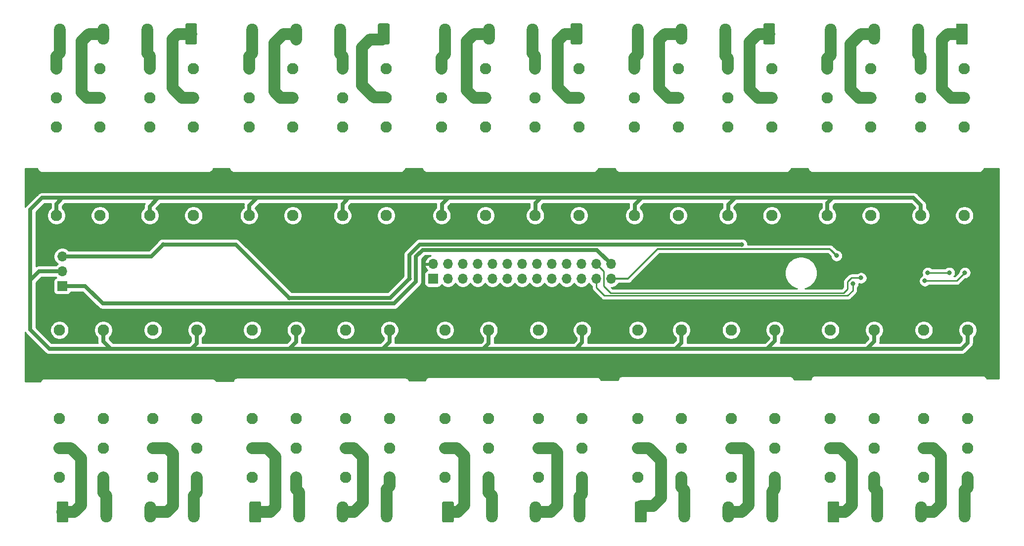
<source format=gbr>
%TF.GenerationSoftware,KiCad,Pcbnew,(5.1.6)-1*%
%TF.CreationDate,2021-10-14T08:46:51+02:00*%
%TF.ProjectId,boneIO - relay board,626f6e65-494f-4202-9d20-72656c617920,rev?*%
%TF.SameCoordinates,Original*%
%TF.FileFunction,Copper,L2,Bot*%
%TF.FilePolarity,Positive*%
%FSLAX46Y46*%
G04 Gerber Fmt 4.6, Leading zero omitted, Abs format (unit mm)*
G04 Created by KiCad (PCBNEW (5.1.6)-1) date 2021-10-14 08:46:51*
%MOMM*%
%LPD*%
G01*
G04 APERTURE LIST*
%TA.AperFunction,ComponentPad*%
%ADD10O,1.700000X1.700000*%
%TD*%
%TA.AperFunction,ComponentPad*%
%ADD11R,1.700000X1.700000*%
%TD*%
%TA.AperFunction,ComponentPad*%
%ADD12C,1.950000*%
%TD*%
%TA.AperFunction,ComponentPad*%
%ADD13O,2.000000X3.600000*%
%TD*%
%TA.AperFunction,ViaPad*%
%ADD14C,0.800000*%
%TD*%
%TA.AperFunction,Conductor*%
%ADD15C,0.700000*%
%TD*%
%TA.AperFunction,Conductor*%
%ADD16C,2.000000*%
%TD*%
%TA.AperFunction,Conductor*%
%ADD17C,0.300000*%
%TD*%
%TA.AperFunction,Conductor*%
%ADD18C,0.250000*%
%TD*%
%TA.AperFunction,Conductor*%
%ADD19C,0.254000*%
%TD*%
G04 APERTURE END LIST*
D10*
%TO.P,J7,3*%
%TO.N,+5V*%
X295633000Y-311889000D03*
%TO.P,J7,2*%
%TO.N,VCC*%
X295633000Y-314429000D03*
D11*
%TO.P,J7,1*%
%TO.N,+24V*%
X295633000Y-316969000D03*
%TD*%
D12*
%TO.P,K1,A2*%
%TO.N,VCC*%
X302665000Y-324508000D03*
%TO.P,K1,A1*%
%TO.N,RELAY1*%
X295165000Y-324508000D03*
%TO.P,K1,24*%
%TO.N,Net-(J1-Pad2)*%
X302665000Y-349708000D03*
%TO.P,K1,22*%
%TO.N,Net-(K1-Pad22)*%
X302665000Y-339708000D03*
%TO.P,K1,21*%
%TO.N,Net-(K1-Pad21)*%
X302665000Y-344708000D03*
%TO.P,K1,14*%
%TO.N,Net-(K1-Pad14)*%
X295165000Y-349708000D03*
%TO.P,K1,12*%
%TO.N,Net-(K1-Pad12)*%
X295165000Y-339708000D03*
%TO.P,K1,11*%
%TO.N,Net-(J1-Pad1)*%
X295165000Y-344708000D03*
%TD*%
D10*
%TO.P,J12,26*%
%TO.N,+24V*%
X389620000Y-313168000D03*
%TO.P,J12,25*%
%TO.N,+3V3*%
X389620000Y-315708000D03*
%TO.P,J12,24*%
%TO.N,SDA*%
X387080000Y-313168000D03*
%TO.P,J12,23*%
%TO.N,SCL*%
X387080000Y-315708000D03*
%TO.P,J12,22*%
%TO.N,K20*%
X384540000Y-313168000D03*
%TO.P,J12,21*%
%TO.N,K10*%
X384540000Y-315708000D03*
%TO.P,J12,20*%
%TO.N,K19*%
X382000000Y-313168000D03*
%TO.P,J12,19*%
%TO.N,K9*%
X382000000Y-315708000D03*
%TO.P,J12,18*%
%TO.N,K18*%
X379460000Y-313168000D03*
%TO.P,J12,17*%
%TO.N,K8*%
X379460000Y-315708000D03*
%TO.P,J12,16*%
%TO.N,K17*%
X376920000Y-313168000D03*
%TO.P,J12,15*%
%TO.N,K7*%
X376920000Y-315708000D03*
%TO.P,J12,14*%
%TO.N,K16*%
X374380000Y-313168000D03*
%TO.P,J12,13*%
%TO.N,K6*%
X374380000Y-315708000D03*
%TO.P,J12,12*%
%TO.N,K15*%
X371840000Y-313168000D03*
%TO.P,J12,11*%
%TO.N,K5*%
X371840000Y-315708000D03*
%TO.P,J12,10*%
%TO.N,K14*%
X369300000Y-313168000D03*
%TO.P,J12,9*%
%TO.N,K4*%
X369300000Y-315708000D03*
%TO.P,J12,8*%
%TO.N,K13*%
X366760000Y-313168000D03*
%TO.P,J12,7*%
%TO.N,K3*%
X366760000Y-315708000D03*
%TO.P,J12,6*%
%TO.N,K12*%
X364220000Y-313168000D03*
%TO.P,J12,5*%
%TO.N,K2*%
X364220000Y-315708000D03*
%TO.P,J12,4*%
%TO.N,K11*%
X361680000Y-313168000D03*
%TO.P,J12,3*%
%TO.N,K1*%
X361680000Y-315708000D03*
%TO.P,J12,2*%
%TO.N,GND*%
X359140000Y-313168000D03*
D11*
%TO.P,J12,1*%
%TO.N,+5V*%
X359140000Y-315708000D03*
%TD*%
D12*
%TO.P,K2,A2*%
%TO.N,VCC*%
X318665000Y-324508000D03*
%TO.P,K2,A1*%
%TO.N,RELAY2*%
X311165000Y-324508000D03*
%TO.P,K2,24*%
%TO.N,Net-(J1-Pad4)*%
X318665000Y-349708000D03*
%TO.P,K2,22*%
%TO.N,Net-(K2-Pad22)*%
X318665000Y-339708000D03*
%TO.P,K2,21*%
%TO.N,Net-(K2-Pad21)*%
X318665000Y-344708000D03*
%TO.P,K2,14*%
%TO.N,Net-(K2-Pad14)*%
X311165000Y-349708000D03*
%TO.P,K2,12*%
%TO.N,Net-(K2-Pad12)*%
X311165000Y-339708000D03*
%TO.P,K2,11*%
%TO.N,Net-(J1-Pad3)*%
X311165000Y-344708000D03*
%TD*%
%TO.P,K18,A2*%
%TO.N,VCC*%
X409615000Y-304883000D03*
%TO.P,K18,A1*%
%TO.N,RELAY18*%
X417115000Y-304883000D03*
%TO.P,K18,24*%
%TO.N,Net-(J10-Pad2)*%
X409615000Y-279683000D03*
%TO.P,K18,22*%
%TO.N,Net-(K18-Pad22)*%
X409615000Y-289683000D03*
%TO.P,K18,21*%
%TO.N,Net-(K18-Pad21)*%
X409615000Y-284683000D03*
%TO.P,K18,14*%
%TO.N,Net-(K18-Pad14)*%
X417115000Y-279683000D03*
%TO.P,K18,12*%
%TO.N,Net-(K18-Pad12)*%
X417115000Y-289683000D03*
%TO.P,K18,11*%
%TO.N,Net-(J10-Pad1)*%
X417115000Y-284683000D03*
%TD*%
%TO.P,K20,A2*%
%TO.N,VCC*%
X442615000Y-304883000D03*
%TO.P,K20,A1*%
%TO.N,RELAY20*%
X450115000Y-304883000D03*
%TO.P,K20,24*%
%TO.N,Net-(J11-Pad2)*%
X442615000Y-279683000D03*
%TO.P,K20,22*%
%TO.N,Net-(K20-Pad22)*%
X442615000Y-289683000D03*
%TO.P,K20,21*%
%TO.N,Net-(K20-Pad21)*%
X442615000Y-284683000D03*
%TO.P,K20,14*%
%TO.N,Net-(K20-Pad14)*%
X450115000Y-279683000D03*
%TO.P,K20,12*%
%TO.N,Net-(K20-Pad12)*%
X450115000Y-289683000D03*
%TO.P,K20,11*%
%TO.N,Net-(J11-Pad1)*%
X450115000Y-284683000D03*
%TD*%
%TO.P,K19,A2*%
%TO.N,VCC*%
X426615000Y-304883000D03*
%TO.P,K19,A1*%
%TO.N,RELAY19*%
X434115000Y-304883000D03*
%TO.P,K19,24*%
%TO.N,Net-(J11-Pad4)*%
X426615000Y-279683000D03*
%TO.P,K19,22*%
%TO.N,Net-(K19-Pad22)*%
X426615000Y-289683000D03*
%TO.P,K19,21*%
%TO.N,Net-(K19-Pad21)*%
X426615000Y-284683000D03*
%TO.P,K19,14*%
%TO.N,Net-(K19-Pad14)*%
X434115000Y-279683000D03*
%TO.P,K19,12*%
%TO.N,Net-(K19-Pad12)*%
X434115000Y-289683000D03*
%TO.P,K19,11*%
%TO.N,Net-(J11-Pad3)*%
X434115000Y-284683000D03*
%TD*%
%TO.P,K17,A2*%
%TO.N,VCC*%
X393615000Y-304883000D03*
%TO.P,K17,A1*%
%TO.N,RELAY17*%
X401115000Y-304883000D03*
%TO.P,K17,24*%
%TO.N,Net-(J10-Pad4)*%
X393615000Y-279683000D03*
%TO.P,K17,22*%
%TO.N,Net-(K17-Pad22)*%
X393615000Y-289683000D03*
%TO.P,K17,21*%
%TO.N,Net-(K17-Pad21)*%
X393615000Y-284683000D03*
%TO.P,K17,14*%
%TO.N,Net-(K17-Pad14)*%
X401115000Y-279683000D03*
%TO.P,K17,12*%
%TO.N,Net-(K17-Pad12)*%
X401115000Y-289683000D03*
%TO.P,K17,11*%
%TO.N,Net-(J10-Pad3)*%
X401115000Y-284683000D03*
%TD*%
%TO.P,K16,A2*%
%TO.N,VCC*%
X376615000Y-304883000D03*
%TO.P,K16,A1*%
%TO.N,RELAY16*%
X384115000Y-304883000D03*
%TO.P,K16,24*%
%TO.N,Net-(J8-Pad2)*%
X376615000Y-279683000D03*
%TO.P,K16,22*%
%TO.N,Net-(K16-Pad22)*%
X376615000Y-289683000D03*
%TO.P,K16,21*%
%TO.N,Net-(K16-Pad21)*%
X376615000Y-284683000D03*
%TO.P,K16,14*%
%TO.N,Net-(K16-Pad14)*%
X384115000Y-279683000D03*
%TO.P,K16,12*%
%TO.N,Net-(K16-Pad12)*%
X384115000Y-289683000D03*
%TO.P,K16,11*%
%TO.N,Net-(J8-Pad1)*%
X384115000Y-284683000D03*
%TD*%
%TO.P,K15,A2*%
%TO.N,VCC*%
X360615000Y-304883000D03*
%TO.P,K15,A1*%
%TO.N,RELAY15*%
X368115000Y-304883000D03*
%TO.P,K15,24*%
%TO.N,Net-(J8-Pad4)*%
X360615000Y-279683000D03*
%TO.P,K15,22*%
%TO.N,Net-(K15-Pad22)*%
X360615000Y-289683000D03*
%TO.P,K15,21*%
%TO.N,Net-(K15-Pad21)*%
X360615000Y-284683000D03*
%TO.P,K15,14*%
%TO.N,Net-(K15-Pad14)*%
X368115000Y-279683000D03*
%TO.P,K15,12*%
%TO.N,Net-(K15-Pad12)*%
X368115000Y-289683000D03*
%TO.P,K15,11*%
%TO.N,Net-(J8-Pad3)*%
X368115000Y-284683000D03*
%TD*%
%TO.P,K14,A2*%
%TO.N,VCC*%
X343615000Y-304883000D03*
%TO.P,K14,A1*%
%TO.N,RELAY14*%
X351115000Y-304883000D03*
%TO.P,K14,24*%
%TO.N,Net-(J9-Pad2)*%
X343615000Y-279683000D03*
%TO.P,K14,22*%
%TO.N,Net-(K14-Pad22)*%
X343615000Y-289683000D03*
%TO.P,K14,21*%
%TO.N,Net-(K14-Pad21)*%
X343615000Y-284683000D03*
%TO.P,K14,14*%
%TO.N,Net-(K14-Pad14)*%
X351115000Y-279683000D03*
%TO.P,K14,12*%
%TO.N,Net-(K14-Pad12)*%
X351115000Y-289683000D03*
%TO.P,K14,11*%
%TO.N,Net-(J9-Pad1)*%
X351115000Y-284683000D03*
%TD*%
%TO.P,K13,A2*%
%TO.N,VCC*%
X327615000Y-304883000D03*
%TO.P,K13,A1*%
%TO.N,RELAY13*%
X335115000Y-304883000D03*
%TO.P,K13,24*%
%TO.N,Net-(J9-Pad4)*%
X327615000Y-279683000D03*
%TO.P,K13,22*%
%TO.N,Net-(K13-Pad22)*%
X327615000Y-289683000D03*
%TO.P,K13,21*%
%TO.N,Net-(K13-Pad21)*%
X327615000Y-284683000D03*
%TO.P,K13,14*%
%TO.N,Net-(K13-Pad14)*%
X335115000Y-279683000D03*
%TO.P,K13,12*%
%TO.N,Net-(K13-Pad12)*%
X335115000Y-289683000D03*
%TO.P,K13,11*%
%TO.N,Net-(J9-Pad3)*%
X335115000Y-284683000D03*
%TD*%
%TO.P,K12,A2*%
%TO.N,VCC*%
X310615000Y-304883000D03*
%TO.P,K12,A1*%
%TO.N,RELAY12*%
X318115000Y-304883000D03*
%TO.P,K12,24*%
%TO.N,Net-(J6-Pad2)*%
X310615000Y-279683000D03*
%TO.P,K12,22*%
%TO.N,Net-(K12-Pad22)*%
X310615000Y-289683000D03*
%TO.P,K12,21*%
%TO.N,Net-(K12-Pad21)*%
X310615000Y-284683000D03*
%TO.P,K12,14*%
%TO.N,Net-(K12-Pad14)*%
X318115000Y-279683000D03*
%TO.P,K12,12*%
%TO.N,Net-(K12-Pad12)*%
X318115000Y-289683000D03*
%TO.P,K12,11*%
%TO.N,Net-(J6-Pad1)*%
X318115000Y-284683000D03*
%TD*%
%TO.P,K11,A2*%
%TO.N,VCC*%
X294615000Y-304883000D03*
%TO.P,K11,A1*%
%TO.N,RELAY11*%
X302115000Y-304883000D03*
%TO.P,K11,24*%
%TO.N,Net-(J6-Pad4)*%
X294615000Y-279683000D03*
%TO.P,K11,22*%
%TO.N,Net-(K11-Pad22)*%
X294615000Y-289683000D03*
%TO.P,K11,21*%
%TO.N,Net-(K11-Pad21)*%
X294615000Y-284683000D03*
%TO.P,K11,14*%
%TO.N,Net-(K11-Pad14)*%
X302115000Y-279683000D03*
%TO.P,K11,12*%
%TO.N,Net-(K11-Pad12)*%
X302115000Y-289683000D03*
%TO.P,K11,11*%
%TO.N,Net-(J6-Pad3)*%
X302115000Y-284683000D03*
%TD*%
%TO.P,K10,A2*%
%TO.N,VCC*%
X450665000Y-324508000D03*
%TO.P,K10,A1*%
%TO.N,RELAY10*%
X443165000Y-324508000D03*
%TO.P,K10,24*%
%TO.N,Net-(J5-Pad4)*%
X450665000Y-349708000D03*
%TO.P,K10,22*%
%TO.N,Net-(K10-Pad22)*%
X450665000Y-339708000D03*
%TO.P,K10,21*%
%TO.N,Net-(K10-Pad21)*%
X450665000Y-344708000D03*
%TO.P,K10,14*%
%TO.N,Net-(K10-Pad14)*%
X443165000Y-349708000D03*
%TO.P,K10,12*%
%TO.N,Net-(K10-Pad12)*%
X443165000Y-339708000D03*
%TO.P,K10,11*%
%TO.N,Net-(J5-Pad3)*%
X443165000Y-344708000D03*
%TD*%
%TO.P,K9,A2*%
%TO.N,VCC*%
X434665000Y-324508000D03*
%TO.P,K9,A1*%
%TO.N,RELAY9*%
X427165000Y-324508000D03*
%TO.P,K9,24*%
%TO.N,Net-(J5-Pad2)*%
X434665000Y-349708000D03*
%TO.P,K9,22*%
%TO.N,Net-(K9-Pad22)*%
X434665000Y-339708000D03*
%TO.P,K9,21*%
%TO.N,Net-(K9-Pad21)*%
X434665000Y-344708000D03*
%TO.P,K9,14*%
%TO.N,Net-(K9-Pad14)*%
X427165000Y-349708000D03*
%TO.P,K9,12*%
%TO.N,Net-(K9-Pad12)*%
X427165000Y-339708000D03*
%TO.P,K9,11*%
%TO.N,Net-(J5-Pad1)*%
X427165000Y-344708000D03*
%TD*%
%TO.P,K8,A2*%
%TO.N,VCC*%
X417665000Y-324508000D03*
%TO.P,K8,A1*%
%TO.N,RELAY8*%
X410165000Y-324508000D03*
%TO.P,K8,24*%
%TO.N,Net-(J4-Pad4)*%
X417665000Y-349708000D03*
%TO.P,K8,22*%
%TO.N,Net-(K8-Pad22)*%
X417665000Y-339708000D03*
%TO.P,K8,21*%
%TO.N,Net-(K8-Pad21)*%
X417665000Y-344708000D03*
%TO.P,K8,14*%
%TO.N,Net-(K8-Pad14)*%
X410165000Y-349708000D03*
%TO.P,K8,12*%
%TO.N,Net-(K8-Pad12)*%
X410165000Y-339708000D03*
%TO.P,K8,11*%
%TO.N,Net-(J4-Pad3)*%
X410165000Y-344708000D03*
%TD*%
%TO.P,K7,A2*%
%TO.N,VCC*%
X401665000Y-324508000D03*
%TO.P,K7,A1*%
%TO.N,RELAY7*%
X394165000Y-324508000D03*
%TO.P,K7,24*%
%TO.N,Net-(J4-Pad2)*%
X401665000Y-349708000D03*
%TO.P,K7,22*%
%TO.N,Net-(K7-Pad22)*%
X401665000Y-339708000D03*
%TO.P,K7,21*%
%TO.N,Net-(K7-Pad21)*%
X401665000Y-344708000D03*
%TO.P,K7,14*%
%TO.N,Net-(K7-Pad14)*%
X394165000Y-349708000D03*
%TO.P,K7,12*%
%TO.N,Net-(K7-Pad12)*%
X394165000Y-339708000D03*
%TO.P,K7,11*%
%TO.N,Net-(J4-Pad1)*%
X394165000Y-344708000D03*
%TD*%
%TO.P,K6,A2*%
%TO.N,VCC*%
X384665000Y-324508000D03*
%TO.P,K6,A1*%
%TO.N,RELAY6*%
X377165000Y-324508000D03*
%TO.P,K6,24*%
%TO.N,Net-(J3-Pad4)*%
X384665000Y-349708000D03*
%TO.P,K6,22*%
%TO.N,Net-(K6-Pad22)*%
X384665000Y-339708000D03*
%TO.P,K6,21*%
%TO.N,Net-(K6-Pad21)*%
X384665000Y-344708000D03*
%TO.P,K6,14*%
%TO.N,Net-(K6-Pad14)*%
X377165000Y-349708000D03*
%TO.P,K6,12*%
%TO.N,Net-(K6-Pad12)*%
X377165000Y-339708000D03*
%TO.P,K6,11*%
%TO.N,Net-(J3-Pad3)*%
X377165000Y-344708000D03*
%TD*%
%TO.P,K5,A2*%
%TO.N,VCC*%
X368665000Y-324508000D03*
%TO.P,K5,A1*%
%TO.N,RELAY5*%
X361165000Y-324508000D03*
%TO.P,K5,24*%
%TO.N,Net-(J3-Pad2)*%
X368665000Y-349708000D03*
%TO.P,K5,22*%
%TO.N,Net-(K5-Pad22)*%
X368665000Y-339708000D03*
%TO.P,K5,21*%
%TO.N,Net-(K5-Pad21)*%
X368665000Y-344708000D03*
%TO.P,K5,14*%
%TO.N,Net-(K5-Pad14)*%
X361165000Y-349708000D03*
%TO.P,K5,12*%
%TO.N,Net-(K5-Pad12)*%
X361165000Y-339708000D03*
%TO.P,K5,11*%
%TO.N,Net-(J3-Pad1)*%
X361165000Y-344708000D03*
%TD*%
%TO.P,K4,A2*%
%TO.N,VCC*%
X351665000Y-324508000D03*
%TO.P,K4,A1*%
%TO.N,RELAY4*%
X344165000Y-324508000D03*
%TO.P,K4,24*%
%TO.N,Net-(J2-Pad4)*%
X351665000Y-349708000D03*
%TO.P,K4,22*%
%TO.N,Net-(K4-Pad22)*%
X351665000Y-339708000D03*
%TO.P,K4,21*%
%TO.N,Net-(K4-Pad21)*%
X351665000Y-344708000D03*
%TO.P,K4,14*%
%TO.N,Net-(K4-Pad14)*%
X344165000Y-349708000D03*
%TO.P,K4,12*%
%TO.N,Net-(K4-Pad12)*%
X344165000Y-339708000D03*
%TO.P,K4,11*%
%TO.N,Net-(J2-Pad3)*%
X344165000Y-344708000D03*
%TD*%
%TO.P,K3,A2*%
%TO.N,VCC*%
X335665000Y-324508000D03*
%TO.P,K3,A1*%
%TO.N,RELAY3*%
X328165000Y-324508000D03*
%TO.P,K3,24*%
%TO.N,Net-(J2-Pad2)*%
X335665000Y-349708000D03*
%TO.P,K3,22*%
%TO.N,Net-(K3-Pad22)*%
X335665000Y-339708000D03*
%TO.P,K3,21*%
%TO.N,Net-(K3-Pad21)*%
X335665000Y-344708000D03*
%TO.P,K3,14*%
%TO.N,Net-(K3-Pad14)*%
X328165000Y-349708000D03*
%TO.P,K3,12*%
%TO.N,Net-(K3-Pad12)*%
X328165000Y-339708000D03*
%TO.P,K3,11*%
%TO.N,Net-(J2-Pad1)*%
X328165000Y-344708000D03*
%TD*%
D13*
%TO.P,J1,4*%
%TO.N,Net-(J1-Pad4)*%
X318190000Y-355683000D03*
%TO.P,J1,3*%
%TO.N,Net-(J1-Pad3)*%
X310690000Y-355683000D03*
%TO.P,J1,2*%
%TO.N,Net-(J1-Pad2)*%
X303190000Y-355683000D03*
%TO.P,J1,1*%
%TO.N,Net-(J1-Pad1)*%
%TA.AperFunction,ComponentPad*%
G36*
G01*
X294690000Y-357233000D02*
X294690000Y-354133000D01*
G75*
G02*
X294940000Y-353883000I250000J0D01*
G01*
X296440000Y-353883000D01*
G75*
G02*
X296690000Y-354133000I0J-250000D01*
G01*
X296690000Y-357233000D01*
G75*
G02*
X296440000Y-357483000I-250000J0D01*
G01*
X294940000Y-357483000D01*
G75*
G02*
X294690000Y-357233000I0J250000D01*
G01*
G37*
%TD.AperFunction*%
%TD*%
%TO.P,J11,4*%
%TO.N,Net-(J11-Pad4)*%
X427190000Y-273783000D03*
%TO.P,J11,3*%
%TO.N,Net-(J11-Pad3)*%
X434690000Y-273783000D03*
%TO.P,J11,2*%
%TO.N,Net-(J11-Pad2)*%
X442190000Y-273783000D03*
%TO.P,J11,1*%
%TO.N,Net-(J11-Pad1)*%
%TA.AperFunction,ComponentPad*%
G36*
G01*
X450690000Y-272233000D02*
X450690000Y-275333000D01*
G75*
G02*
X450440000Y-275583000I-250000J0D01*
G01*
X448940000Y-275583000D01*
G75*
G02*
X448690000Y-275333000I0J250000D01*
G01*
X448690000Y-272233000D01*
G75*
G02*
X448940000Y-271983000I250000J0D01*
G01*
X450440000Y-271983000D01*
G75*
G02*
X450690000Y-272233000I0J-250000D01*
G01*
G37*
%TD.AperFunction*%
%TD*%
%TO.P,J10,4*%
%TO.N,Net-(J10-Pad4)*%
X394190000Y-273758000D03*
%TO.P,J10,3*%
%TO.N,Net-(J10-Pad3)*%
X401690000Y-273758000D03*
%TO.P,J10,2*%
%TO.N,Net-(J10-Pad2)*%
X409190000Y-273758000D03*
%TO.P,J10,1*%
%TO.N,Net-(J10-Pad1)*%
%TA.AperFunction,ComponentPad*%
G36*
G01*
X417690000Y-272208000D02*
X417690000Y-275308000D01*
G75*
G02*
X417440000Y-275558000I-250000J0D01*
G01*
X415940000Y-275558000D01*
G75*
G02*
X415690000Y-275308000I0J250000D01*
G01*
X415690000Y-272208000D01*
G75*
G02*
X415940000Y-271958000I250000J0D01*
G01*
X417440000Y-271958000D01*
G75*
G02*
X417690000Y-272208000I0J-250000D01*
G01*
G37*
%TD.AperFunction*%
%TD*%
%TO.P,J9,4*%
%TO.N,Net-(J9-Pad4)*%
X328190000Y-273758000D03*
%TO.P,J9,3*%
%TO.N,Net-(J9-Pad3)*%
X335690000Y-273758000D03*
%TO.P,J9,2*%
%TO.N,Net-(J9-Pad2)*%
X343190000Y-273758000D03*
%TO.P,J9,1*%
%TO.N,Net-(J9-Pad1)*%
%TA.AperFunction,ComponentPad*%
G36*
G01*
X351690000Y-272208000D02*
X351690000Y-275308000D01*
G75*
G02*
X351440000Y-275558000I-250000J0D01*
G01*
X349940000Y-275558000D01*
G75*
G02*
X349690000Y-275308000I0J250000D01*
G01*
X349690000Y-272208000D01*
G75*
G02*
X349940000Y-271958000I250000J0D01*
G01*
X351440000Y-271958000D01*
G75*
G02*
X351690000Y-272208000I0J-250000D01*
G01*
G37*
%TD.AperFunction*%
%TD*%
%TO.P,J8,4*%
%TO.N,Net-(J8-Pad4)*%
X361190000Y-273758000D03*
%TO.P,J8,3*%
%TO.N,Net-(J8-Pad3)*%
X368690000Y-273758000D03*
%TO.P,J8,2*%
%TO.N,Net-(J8-Pad2)*%
X376190000Y-273758000D03*
%TO.P,J8,1*%
%TO.N,Net-(J8-Pad1)*%
%TA.AperFunction,ComponentPad*%
G36*
G01*
X384690000Y-272208000D02*
X384690000Y-275308000D01*
G75*
G02*
X384440000Y-275558000I-250000J0D01*
G01*
X382940000Y-275558000D01*
G75*
G02*
X382690000Y-275308000I0J250000D01*
G01*
X382690000Y-272208000D01*
G75*
G02*
X382940000Y-271958000I250000J0D01*
G01*
X384440000Y-271958000D01*
G75*
G02*
X384690000Y-272208000I0J-250000D01*
G01*
G37*
%TD.AperFunction*%
%TD*%
%TO.P,J6,4*%
%TO.N,Net-(J6-Pad4)*%
X295215000Y-273758000D03*
%TO.P,J6,3*%
%TO.N,Net-(J6-Pad3)*%
X302715000Y-273758000D03*
%TO.P,J6,2*%
%TO.N,Net-(J6-Pad2)*%
X310215000Y-273758000D03*
%TO.P,J6,1*%
%TO.N,Net-(J6-Pad1)*%
%TA.AperFunction,ComponentPad*%
G36*
G01*
X318715000Y-272208000D02*
X318715000Y-275308000D01*
G75*
G02*
X318465000Y-275558000I-250000J0D01*
G01*
X316965000Y-275558000D01*
G75*
G02*
X316715000Y-275308000I0J250000D01*
G01*
X316715000Y-272208000D01*
G75*
G02*
X316965000Y-271958000I250000J0D01*
G01*
X318465000Y-271958000D01*
G75*
G02*
X318715000Y-272208000I0J-250000D01*
G01*
G37*
%TD.AperFunction*%
%TD*%
%TO.P,J5,4*%
%TO.N,Net-(J5-Pad4)*%
X450190000Y-355683000D03*
%TO.P,J5,3*%
%TO.N,Net-(J5-Pad3)*%
X442690000Y-355683000D03*
%TO.P,J5,2*%
%TO.N,Net-(J5-Pad2)*%
X435190000Y-355683000D03*
%TO.P,J5,1*%
%TO.N,Net-(J5-Pad1)*%
%TA.AperFunction,ComponentPad*%
G36*
G01*
X426690000Y-357233000D02*
X426690000Y-354133000D01*
G75*
G02*
X426940000Y-353883000I250000J0D01*
G01*
X428440000Y-353883000D01*
G75*
G02*
X428690000Y-354133000I0J-250000D01*
G01*
X428690000Y-357233000D01*
G75*
G02*
X428440000Y-357483000I-250000J0D01*
G01*
X426940000Y-357483000D01*
G75*
G02*
X426690000Y-357233000I0J250000D01*
G01*
G37*
%TD.AperFunction*%
%TD*%
%TO.P,J4,4*%
%TO.N,Net-(J4-Pad4)*%
X417190000Y-355683000D03*
%TO.P,J4,3*%
%TO.N,Net-(J4-Pad3)*%
X409690000Y-355683000D03*
%TO.P,J4,2*%
%TO.N,Net-(J4-Pad2)*%
X402190000Y-355683000D03*
%TO.P,J4,1*%
%TO.N,Net-(J4-Pad1)*%
%TA.AperFunction,ComponentPad*%
G36*
G01*
X393690000Y-357233000D02*
X393690000Y-354133000D01*
G75*
G02*
X393940000Y-353883000I250000J0D01*
G01*
X395440000Y-353883000D01*
G75*
G02*
X395690000Y-354133000I0J-250000D01*
G01*
X395690000Y-357233000D01*
G75*
G02*
X395440000Y-357483000I-250000J0D01*
G01*
X393940000Y-357483000D01*
G75*
G02*
X393690000Y-357233000I0J250000D01*
G01*
G37*
%TD.AperFunction*%
%TD*%
%TO.P,J3,4*%
%TO.N,Net-(J3-Pad4)*%
X384190000Y-355683000D03*
%TO.P,J3,3*%
%TO.N,Net-(J3-Pad3)*%
X376690000Y-355683000D03*
%TO.P,J3,2*%
%TO.N,Net-(J3-Pad2)*%
X369190000Y-355683000D03*
%TO.P,J3,1*%
%TO.N,Net-(J3-Pad1)*%
%TA.AperFunction,ComponentPad*%
G36*
G01*
X360690000Y-357233000D02*
X360690000Y-354133000D01*
G75*
G02*
X360940000Y-353883000I250000J0D01*
G01*
X362440000Y-353883000D01*
G75*
G02*
X362690000Y-354133000I0J-250000D01*
G01*
X362690000Y-357233000D01*
G75*
G02*
X362440000Y-357483000I-250000J0D01*
G01*
X360940000Y-357483000D01*
G75*
G02*
X360690000Y-357233000I0J250000D01*
G01*
G37*
%TD.AperFunction*%
%TD*%
%TO.P,J2,4*%
%TO.N,Net-(J2-Pad4)*%
X351190000Y-355683000D03*
%TO.P,J2,3*%
%TO.N,Net-(J2-Pad3)*%
X343690000Y-355683000D03*
%TO.P,J2,2*%
%TO.N,Net-(J2-Pad2)*%
X336190000Y-355683000D03*
%TO.P,J2,1*%
%TO.N,Net-(J2-Pad1)*%
%TA.AperFunction,ComponentPad*%
G36*
G01*
X327690000Y-357233000D02*
X327690000Y-354133000D01*
G75*
G02*
X327940000Y-353883000I250000J0D01*
G01*
X329440000Y-353883000D01*
G75*
G02*
X329690000Y-354133000I0J-250000D01*
G01*
X329690000Y-357233000D01*
G75*
G02*
X329440000Y-357483000I-250000J0D01*
G01*
X327940000Y-357483000D01*
G75*
G02*
X327690000Y-357233000I0J250000D01*
G01*
G37*
%TD.AperFunction*%
%TD*%
D14*
%TO.N,GND*%
X296490000Y-331158000D03*
X293990000Y-331158000D03*
X290090000Y-331158000D03*
X290090000Y-332258000D03*
X296490000Y-332258000D03*
X291340000Y-332258000D03*
X292640000Y-332258000D03*
X295240000Y-332258000D03*
X291340000Y-331158000D03*
X292640000Y-331158000D03*
X295240000Y-331158000D03*
X293990000Y-332258000D03*
X296340000Y-297808000D03*
X293840000Y-297808000D03*
X289940000Y-297808000D03*
X289940000Y-298908000D03*
X296340000Y-298908000D03*
X291190000Y-298908000D03*
X292490000Y-298908000D03*
X295090000Y-298908000D03*
X291190000Y-297808000D03*
X292490000Y-297808000D03*
X295090000Y-297808000D03*
X293840000Y-298908000D03*
X455340000Y-303908000D03*
X455340000Y-301408000D03*
X455340000Y-297508000D03*
X454240000Y-297508000D03*
X454240000Y-303908000D03*
X454240000Y-298758000D03*
X454240000Y-300058000D03*
X454240000Y-302658000D03*
X455340000Y-298758000D03*
X455340000Y-300058000D03*
X455340000Y-302658000D03*
X454240000Y-301408000D03*
X454190000Y-332108000D03*
X454190000Y-329608000D03*
X454190000Y-325708000D03*
X454190000Y-326958000D03*
X454190000Y-328258000D03*
X454190000Y-330858000D03*
%TO.N,+5V*%
X312905000Y-309857000D03*
X334495000Y-319001000D03*
X411965000Y-309857000D03*
X355069000Y-315699000D03*
%TO.N,GND*%
X455290000Y-332108000D03*
X455290000Y-330858000D03*
X455290000Y-329608000D03*
X455290000Y-328258000D03*
X455290000Y-326958000D03*
X455290000Y-325708000D03*
%TO.N,+3V3*%
X428221000Y-311762000D03*
%TO.N,SDA*%
X432412000Y-315572000D03*
%TO.N,SCL*%
X431015000Y-316588000D03*
%TO.N,Net-(R3-Pad2)*%
X447525000Y-314683000D03*
X443842000Y-314683000D03*
%TO.N,Net-(R5-Pad2)*%
X450192000Y-314683000D03*
X443334000Y-316080000D03*
%TD*%
D15*
%TO.N,+5V*%
X310873000Y-311889000D02*
X312905000Y-309857000D01*
X295633000Y-311889000D02*
X310873000Y-311889000D01*
X325351000Y-309857000D02*
X334495000Y-319001000D01*
X334495000Y-319001000D02*
X349100000Y-319001000D01*
X351767000Y-319001000D02*
X355069000Y-315699000D01*
X349100000Y-319001000D02*
X351767000Y-319001000D01*
X355069000Y-315699000D02*
X355069000Y-311635000D01*
X356847000Y-309857000D02*
X358879000Y-309857000D01*
X355069000Y-311635000D02*
X356847000Y-309857000D01*
X358879000Y-309857000D02*
X411965000Y-309857000D01*
X358371000Y-309857000D02*
X358879000Y-309857000D01*
X312905000Y-309857000D02*
X325351000Y-309857000D01*
D16*
%TO.N,Net-(J1-Pad1)*%
X295165000Y-344708000D02*
X297090000Y-344708000D01*
X297090000Y-344708000D02*
X298840000Y-346458000D01*
X298840000Y-346458000D02*
X298840000Y-354558000D01*
X297715000Y-355683000D02*
X295690000Y-355683000D01*
X298840000Y-354558000D02*
X297715000Y-355683000D01*
%TO.N,Net-(J1-Pad2)*%
X303190000Y-355683000D02*
X303190000Y-352908000D01*
X302665000Y-352383000D02*
X302665000Y-349708000D01*
X303190000Y-352908000D02*
X302665000Y-352383000D01*
%TO.N,Net-(J2-Pad1)*%
X328165000Y-344708000D02*
X330690000Y-344708000D01*
X330690000Y-344708000D02*
X332140000Y-346158000D01*
X332140000Y-346158000D02*
X332140000Y-354858000D01*
X331315000Y-355683000D02*
X328690000Y-355683000D01*
X332140000Y-354858000D02*
X331315000Y-355683000D01*
%TO.N,Net-(J2-Pad2)*%
X335665000Y-349708000D02*
X335665000Y-351783000D01*
X336190000Y-352308000D02*
X336190000Y-355683000D01*
X335665000Y-351783000D02*
X336190000Y-352308000D01*
%TO.N,Net-(J3-Pad1)*%
X361165000Y-344708000D02*
X363190000Y-344708000D01*
X363190000Y-344708000D02*
X364490000Y-346008000D01*
X364490000Y-346008000D02*
X364490000Y-354608000D01*
X363415000Y-355683000D02*
X361690000Y-355683000D01*
X364490000Y-354608000D02*
X363415000Y-355683000D01*
%TO.N,Net-(J3-Pad2)*%
X368665000Y-349708000D02*
X368665000Y-352333000D01*
X369190000Y-352858000D02*
X369190000Y-355683000D01*
X368665000Y-352333000D02*
X369190000Y-352858000D01*
%TO.N,Net-(J4-Pad2)*%
X401665000Y-349708000D02*
X401665000Y-351433000D01*
X402190000Y-351958000D02*
X402190000Y-354633000D01*
X401665000Y-351433000D02*
X402190000Y-351958000D01*
%TO.N,Net-(J4-Pad1)*%
X398140000Y-353308000D02*
X396815000Y-354633000D01*
X396815000Y-354633000D02*
X394690000Y-354633000D01*
X398140000Y-346758000D02*
X398140000Y-353308000D01*
X394165000Y-344708000D02*
X396090000Y-344708000D01*
X396090000Y-344708000D02*
X398140000Y-346758000D01*
%TO.N,Net-(J5-Pad2)*%
X434665000Y-349708000D02*
X434665000Y-351533000D01*
X435190000Y-352058000D02*
X435190000Y-355683000D01*
X434665000Y-351533000D02*
X435190000Y-352058000D01*
%TO.N,Net-(J5-Pad1)*%
X427165000Y-344708000D02*
X428890000Y-344708000D01*
X428890000Y-344708000D02*
X430840000Y-346658000D01*
X430840000Y-346658000D02*
X430840000Y-354558000D01*
X429715000Y-355683000D02*
X427690000Y-355683000D01*
X430840000Y-354558000D02*
X429715000Y-355683000D01*
%TO.N,Net-(J8-Pad2)*%
X376615000Y-279683000D02*
X376615000Y-277533000D01*
X376190000Y-277108000D02*
X376190000Y-273758000D01*
X376615000Y-277533000D02*
X376190000Y-277108000D01*
%TO.N,Net-(J8-Pad1)*%
X384115000Y-284683000D02*
X382265000Y-284683000D01*
X382265000Y-284683000D02*
X380490000Y-282908000D01*
X380490000Y-282908000D02*
X380490000Y-274958000D01*
X381690000Y-273758000D02*
X383690000Y-273758000D01*
X380490000Y-274958000D02*
X381690000Y-273758000D01*
%TO.N,Net-(J9-Pad2)*%
X343190000Y-274758000D02*
X343190000Y-277150000D01*
X343615000Y-277575000D02*
X343615000Y-279683000D01*
X343190000Y-277150000D02*
X343615000Y-277575000D01*
%TO.N,Net-(J9-Pad1)*%
X350965000Y-284658000D02*
X349040000Y-284658000D01*
X346990000Y-282608000D02*
X346990000Y-276058000D01*
X348315000Y-274733000D02*
X350440000Y-274733000D01*
X346990000Y-276058000D02*
X348315000Y-274733000D01*
X349040000Y-284658000D02*
X346990000Y-282608000D01*
%TO.N,Net-(J10-Pad2)*%
X409615000Y-279683000D02*
X409615000Y-277933000D01*
X409190000Y-277508000D02*
X409190000Y-273758000D01*
X409615000Y-277933000D02*
X409190000Y-277508000D01*
%TO.N,Net-(J10-Pad1)*%
X414740000Y-273758000D02*
X416690000Y-273758000D01*
X413340000Y-275158000D02*
X414740000Y-273758000D01*
X413340000Y-283258000D02*
X413340000Y-275158000D01*
X414765000Y-284683000D02*
X413340000Y-283258000D01*
X417115000Y-284683000D02*
X414765000Y-284683000D01*
%TO.N,Net-(J11-Pad2)*%
X442615000Y-279683000D02*
X442615000Y-277733000D01*
X442190000Y-277308000D02*
X442190000Y-273783000D01*
X442615000Y-277733000D02*
X442190000Y-277308000D01*
%TO.N,Net-(J11-Pad3)*%
X434115000Y-284683000D02*
X432065000Y-284683000D01*
X432065000Y-284683000D02*
X430640000Y-283258000D01*
X430640000Y-283258000D02*
X430640000Y-275508000D01*
X432365000Y-273783000D02*
X434690000Y-273783000D01*
X430640000Y-275508000D02*
X432365000Y-273783000D01*
%TO.N,Net-(J11-Pad4)*%
X426615000Y-279683000D02*
X426615000Y-277983000D01*
X427190000Y-277408000D02*
X427190000Y-273783000D01*
X426615000Y-277983000D02*
X427190000Y-277408000D01*
%TO.N,Net-(J5-Pad3)*%
X443165000Y-344708000D02*
X444840000Y-344708000D01*
X446140001Y-346008001D02*
X446140001Y-354357999D01*
X444840000Y-344708000D02*
X446140001Y-346008001D01*
X444815000Y-355683000D02*
X442690000Y-355683000D01*
X446140001Y-354357999D02*
X444815000Y-355683000D01*
%TO.N,Net-(J5-Pad4)*%
X450665000Y-349708000D02*
X450665000Y-351483000D01*
X450190000Y-351958000D02*
X450190000Y-355683000D01*
X450665000Y-351483000D02*
X450190000Y-351958000D01*
%TO.N,Net-(J11-Pad1)*%
X450115000Y-284683000D02*
X447815000Y-284683000D01*
X447815000Y-284683000D02*
X446290000Y-283158000D01*
X446290000Y-283158000D02*
X446290000Y-274758000D01*
X447265000Y-273783000D02*
X449690000Y-273783000D01*
X446290000Y-274758000D02*
X447265000Y-273783000D01*
%TO.N,Net-(J1-Pad3)*%
X311165000Y-344708000D02*
X313590000Y-344708000D01*
X313590000Y-344708000D02*
X314590000Y-345708000D01*
X314590000Y-345708000D02*
X314590000Y-354658000D01*
X313565000Y-355683000D02*
X310690000Y-355683000D01*
X313565000Y-355683000D02*
X314590000Y-354658000D01*
%TO.N,Net-(J1-Pad4)*%
X318665000Y-349708000D02*
X318665000Y-352383000D01*
X318190000Y-352858000D02*
X318190000Y-355683000D01*
X318665000Y-352383000D02*
X318190000Y-352858000D01*
%TO.N,Net-(J2-Pad4)*%
X351665000Y-349708000D02*
X351665000Y-351283000D01*
X351190000Y-351758000D02*
X351190000Y-355683000D01*
X351665000Y-351283000D02*
X351190000Y-351758000D01*
%TO.N,Net-(J2-Pad3)*%
X344165000Y-344708000D02*
X345590000Y-344708000D01*
X347140001Y-346258001D02*
X347140001Y-354107999D01*
X345590000Y-344708000D02*
X347140001Y-346258001D01*
X345565000Y-355683000D02*
X343690000Y-355683000D01*
X347140001Y-354107999D02*
X345565000Y-355683000D01*
%TO.N,Net-(J3-Pad3)*%
X377165000Y-344708000D02*
X379690000Y-344708000D01*
X379690000Y-344708000D02*
X380440000Y-345458000D01*
X380440000Y-345458000D02*
X380440000Y-354558000D01*
X379315000Y-355683000D02*
X376690000Y-355683000D01*
X380440000Y-354558000D02*
X379315000Y-355683000D01*
%TO.N,Net-(J3-Pad4)*%
X384190010Y-354632990D02*
X384190000Y-354633000D01*
X384665000Y-349708000D02*
X384665000Y-352583000D01*
X384190000Y-353058000D02*
X384190000Y-355683000D01*
X384665000Y-352583000D02*
X384190000Y-353058000D01*
%TO.N,Net-(J4-Pad4)*%
X417665000Y-349708000D02*
X417665000Y-351683000D01*
X417190000Y-352158000D02*
X417190000Y-355683000D01*
X417665000Y-351683000D02*
X417190000Y-352158000D01*
%TO.N,Net-(J4-Pad3)*%
X410165000Y-344708000D02*
X412390000Y-344708000D01*
X413140001Y-345458001D02*
X413140001Y-354557999D01*
X412390000Y-344708000D02*
X413140001Y-345458001D01*
X412015000Y-355683000D02*
X409690000Y-355683000D01*
X413140001Y-354557999D02*
X412015000Y-355683000D01*
%TO.N,Net-(J6-Pad3)*%
X302115000Y-284683000D02*
X299865000Y-284683000D01*
X299865000Y-284683000D02*
X298990000Y-283808000D01*
X298990000Y-283808000D02*
X298990000Y-274958000D01*
X300190000Y-273758000D02*
X302715000Y-273758000D01*
X298990000Y-274958000D02*
X300190000Y-273758000D01*
%TO.N,Net-(J6-Pad4)*%
X294615000Y-279683000D02*
X294615000Y-277633000D01*
X295215000Y-277033000D02*
X295215000Y-273758000D01*
X294615000Y-277633000D02*
X295215000Y-277033000D01*
%TO.N,Net-(J8-Pad3)*%
X368115000Y-284683000D02*
X366165000Y-284683000D01*
X366165000Y-284683000D02*
X364940000Y-283458000D01*
X364940000Y-283458000D02*
X364940000Y-274958000D01*
X366140000Y-273758000D02*
X368690000Y-273758000D01*
X364940000Y-274958000D02*
X366140000Y-273758000D01*
%TO.N,Net-(J8-Pad4)*%
X360615000Y-279683000D02*
X360615000Y-277883000D01*
X361190000Y-277308000D02*
X361190000Y-273758000D01*
X360615000Y-277883000D02*
X361190000Y-277308000D01*
%TO.N,Net-(J9-Pad4)*%
X327615000Y-279683000D02*
X327615000Y-277633000D01*
X328190000Y-277058000D02*
X328190000Y-273758000D01*
X327615000Y-277633000D02*
X328190000Y-277058000D01*
%TO.N,Net-(J9-Pad3)*%
X335665000Y-274733000D02*
X335690000Y-274758000D01*
X333490000Y-273758000D02*
X335690000Y-273758000D01*
X331940000Y-275308000D02*
X333490000Y-273758000D01*
X331940000Y-283608000D02*
X331940000Y-275308000D01*
X333015000Y-284683000D02*
X331940000Y-283608000D01*
X335115000Y-284683000D02*
X333015000Y-284683000D01*
%TO.N,Net-(J10-Pad3)*%
X401115000Y-284683000D02*
X399415000Y-284683000D01*
X399415000Y-284683000D02*
X397840000Y-283108000D01*
X397840000Y-283108000D02*
X397840000Y-274758000D01*
X398840000Y-273758000D02*
X401690000Y-273758000D01*
X397840000Y-274758000D02*
X398840000Y-273758000D01*
%TO.N,Net-(J10-Pad4)*%
X393615000Y-279683000D02*
X393615000Y-277833000D01*
X394190000Y-277258000D02*
X394190000Y-273758000D01*
X393615000Y-277833000D02*
X394190000Y-277258000D01*
%TO.N,Net-(J6-Pad1)*%
X314540000Y-274608000D02*
X315390000Y-273758000D01*
X314540000Y-283058000D02*
X314540000Y-274608000D01*
X316165000Y-284683000D02*
X314540000Y-283058000D01*
X315390000Y-273758000D02*
X317715000Y-273758000D01*
X318115000Y-284683000D02*
X316165000Y-284683000D01*
%TO.N,Net-(J6-Pad2)*%
X310615000Y-279683000D02*
X310615000Y-277483000D01*
X310215000Y-277083000D02*
X310215000Y-273758000D01*
X310615000Y-277483000D02*
X310215000Y-277083000D01*
D17*
%TO.N,+3V3*%
X389620000Y-315708000D02*
X392525000Y-315708000D01*
X392525000Y-315708000D02*
X397614000Y-310619000D01*
X427078000Y-310619000D02*
X428221000Y-311762000D01*
X397614000Y-310619000D02*
X427078000Y-310619000D01*
D18*
%TO.N,SDA*%
X430761000Y-315572000D02*
X432412000Y-315572000D01*
X430126000Y-317477000D02*
X430126000Y-316207000D01*
X429433010Y-318169990D02*
X430126000Y-317477000D01*
X430126000Y-316207000D02*
X430761000Y-315572000D01*
X389543990Y-318169990D02*
X429433010Y-318169990D01*
X388343000Y-316969000D02*
X389543990Y-318169990D01*
X388343000Y-314431000D02*
X388343000Y-316969000D01*
X387080000Y-313168000D02*
X388343000Y-314431000D01*
%TO.N,SCL*%
X431015000Y-317731000D02*
X431015000Y-316588000D01*
X430126000Y-318620000D02*
X431015000Y-317731000D01*
X388470000Y-318620000D02*
X430126000Y-318620000D01*
X387080000Y-317230000D02*
X388470000Y-318620000D01*
X387080000Y-315708000D02*
X387080000Y-317230000D01*
D15*
%TO.N,VCC*%
X442665000Y-305058000D02*
X442665000Y-303133000D01*
X361740000Y-301858000D02*
X344690000Y-301858000D01*
X442665000Y-303133000D02*
X441390000Y-301858000D01*
X377590000Y-301858000D02*
X376665000Y-302783000D01*
X343665000Y-302883000D02*
X343665000Y-305058000D01*
X360665000Y-302933000D02*
X360665000Y-305058000D01*
X295690000Y-301858000D02*
X294665000Y-302883000D01*
X361740000Y-301858000D02*
X360665000Y-302933000D01*
X328990000Y-301858000D02*
X327665000Y-303183000D01*
X344690000Y-301858000D02*
X343665000Y-302883000D01*
X427590000Y-301858000D02*
X426665000Y-302783000D01*
X393665000Y-303033000D02*
X393665000Y-305058000D01*
X377590000Y-301858000D02*
X361740000Y-301858000D01*
X426665000Y-302783000D02*
X426665000Y-305058000D01*
X344690000Y-301858000D02*
X329540000Y-301858000D01*
X394840000Y-301858000D02*
X377590000Y-301858000D01*
X394840000Y-301858000D02*
X393665000Y-303033000D01*
X294665000Y-302883000D02*
X294665000Y-305058000D01*
X327665000Y-303183000D02*
X327665000Y-305058000D01*
X427590000Y-301858000D02*
X411690000Y-301858000D01*
X411690000Y-301858000D02*
X410140000Y-301858000D01*
X409665000Y-303033000D02*
X409665000Y-305058000D01*
X410140000Y-301858000D02*
X394840000Y-301858000D01*
X411690000Y-301858000D02*
X410840000Y-301858000D01*
X410840000Y-301858000D02*
X409665000Y-303033000D01*
X376665000Y-302783000D02*
X376665000Y-305058000D01*
X302665000Y-324508000D02*
X302665000Y-326433000D01*
X302665000Y-326433000D02*
X303940000Y-327708000D01*
X303940000Y-327708000D02*
X317740000Y-327708000D01*
X318665000Y-326783000D02*
X318665000Y-324508000D01*
X317740000Y-327708000D02*
X318665000Y-326783000D01*
X335190000Y-327708000D02*
X350490000Y-327708000D01*
X351665000Y-326533000D02*
X351665000Y-324508000D01*
X350490000Y-327708000D02*
X351665000Y-326533000D01*
X350490000Y-327708000D02*
X367740000Y-327708000D01*
X368665000Y-326783000D02*
X368665000Y-324508000D01*
X367740000Y-327708000D02*
X368665000Y-326783000D01*
X333640000Y-327708000D02*
X334490000Y-327708000D01*
X317740000Y-327708000D02*
X333640000Y-327708000D01*
X333640000Y-327708000D02*
X335190000Y-327708000D01*
X335665000Y-326533000D02*
X335665000Y-324508000D01*
X334490000Y-327708000D02*
X335665000Y-326533000D01*
X384665000Y-326633000D02*
X384665000Y-324508000D01*
X383590000Y-327708000D02*
X384665000Y-326633000D01*
X367740000Y-327708000D02*
X383590000Y-327708000D01*
X383590000Y-327708000D02*
X400640000Y-327708000D01*
X401665000Y-326683000D02*
X401665000Y-324508000D01*
X400640000Y-327708000D02*
X401665000Y-326683000D01*
X417665000Y-326383000D02*
X417665000Y-324508000D01*
X416340000Y-327708000D02*
X417665000Y-326383000D01*
X415790000Y-327708000D02*
X416340000Y-327708000D01*
X400640000Y-327708000D02*
X415790000Y-327708000D01*
X450665000Y-326683000D02*
X450665000Y-324508000D01*
X449640000Y-327708000D02*
X450665000Y-326683000D01*
X310615000Y-304883000D02*
X310615000Y-303333000D01*
X312090000Y-301858000D02*
X312340000Y-301858000D01*
X310615000Y-303333000D02*
X312090000Y-301858000D01*
X329540000Y-301858000D02*
X312340000Y-301858000D01*
X434665000Y-324508000D02*
X434665000Y-326483000D01*
X434665000Y-326483000D02*
X433440000Y-327708000D01*
X415790000Y-327708000D02*
X433440000Y-327708000D01*
X433440000Y-327708000D02*
X449640000Y-327708000D01*
X303940000Y-327708000D02*
X293418000Y-327708000D01*
X293418000Y-327708000D02*
X290172000Y-324462000D01*
X292202000Y-301858000D02*
X296270000Y-301858000D01*
X290172000Y-303888000D02*
X292202000Y-301858000D01*
X296270000Y-301858000D02*
X295690000Y-301858000D01*
X312340000Y-301858000D02*
X296270000Y-301858000D01*
X441390000Y-301858000D02*
X427590000Y-301858000D01*
X291696000Y-314429000D02*
X290172000Y-315953000D01*
X295633000Y-314429000D02*
X291696000Y-314429000D01*
X290172000Y-315953000D02*
X290172000Y-303888000D01*
X290172000Y-324462000D02*
X290172000Y-315953000D01*
%TO.N,+24V*%
X299570000Y-316969000D02*
X295633000Y-316969000D01*
X302552001Y-319951001D02*
X299570000Y-316969000D01*
X352467999Y-319951001D02*
X302552001Y-319951001D01*
X356212000Y-316207000D02*
X352467999Y-319951001D01*
X356212000Y-311889000D02*
X356212000Y-316207000D01*
X357343990Y-310757010D02*
X356212000Y-311889000D01*
X387209010Y-310757010D02*
X357343990Y-310757010D01*
X389620000Y-313168000D02*
X387209010Y-310757010D01*
D18*
%TO.N,Net-(R3-Pad2)*%
X443842000Y-314683000D02*
X447525000Y-314683000D01*
%TO.N,Net-(R5-Pad2)*%
X448795000Y-316080000D02*
X450192000Y-314683000D01*
X443334000Y-316080000D02*
X448795000Y-316080000D01*
%TD*%
D19*
%TO.N,GND*%
G36*
X291377273Y-296915184D02*
G01*
X291417872Y-297049020D01*
X291483800Y-297172363D01*
X291572525Y-297280475D01*
X291680637Y-297369200D01*
X291803980Y-297435128D01*
X291937816Y-297475727D01*
X292077000Y-297489435D01*
X292111877Y-297486000D01*
X320744123Y-297486000D01*
X320779000Y-297489435D01*
X320813877Y-297486000D01*
X320918184Y-297475727D01*
X321052020Y-297435128D01*
X321175363Y-297369200D01*
X321283475Y-297280475D01*
X321372200Y-297172363D01*
X321438128Y-297049020D01*
X321478727Y-296915184D01*
X321486624Y-296835000D01*
X324262376Y-296835000D01*
X324270273Y-296915184D01*
X324310872Y-297049020D01*
X324376800Y-297172363D01*
X324465525Y-297280475D01*
X324573637Y-297369200D01*
X324696980Y-297435128D01*
X324830816Y-297475727D01*
X324970000Y-297489435D01*
X325004877Y-297486000D01*
X353637123Y-297486000D01*
X353672000Y-297489435D01*
X353706877Y-297486000D01*
X353811184Y-297475727D01*
X353945020Y-297435128D01*
X354068363Y-297369200D01*
X354176475Y-297280475D01*
X354265200Y-297172363D01*
X354331128Y-297049020D01*
X354371727Y-296915184D01*
X354379624Y-296835000D01*
X357282376Y-296835000D01*
X357290273Y-296915184D01*
X357330872Y-297049020D01*
X357396800Y-297172363D01*
X357485525Y-297280475D01*
X357593637Y-297369200D01*
X357716980Y-297435128D01*
X357850816Y-297475727D01*
X357990000Y-297489435D01*
X358024877Y-297486000D01*
X386657123Y-297486000D01*
X386692000Y-297489435D01*
X386726877Y-297486000D01*
X386831184Y-297475727D01*
X386965020Y-297435128D01*
X387088363Y-297369200D01*
X387196475Y-297280475D01*
X387285200Y-297172363D01*
X387351128Y-297049020D01*
X387391727Y-296915184D01*
X387399624Y-296835000D01*
X390302376Y-296835000D01*
X390310273Y-296915184D01*
X390350872Y-297049020D01*
X390416800Y-297172363D01*
X390505525Y-297280475D01*
X390613637Y-297369200D01*
X390736980Y-297435128D01*
X390870816Y-297475727D01*
X391010000Y-297489435D01*
X391044877Y-297486000D01*
X419677123Y-297486000D01*
X419712000Y-297489435D01*
X419746877Y-297486000D01*
X419851184Y-297475727D01*
X419985020Y-297435128D01*
X420108363Y-297369200D01*
X420216475Y-297280475D01*
X420305200Y-297172363D01*
X420371128Y-297049020D01*
X420411727Y-296915184D01*
X420419624Y-296835000D01*
X423322376Y-296835000D01*
X423330273Y-296915184D01*
X423370872Y-297049020D01*
X423436800Y-297172363D01*
X423525525Y-297280475D01*
X423633637Y-297369200D01*
X423756980Y-297435128D01*
X423890816Y-297475727D01*
X424030000Y-297489435D01*
X424064877Y-297486000D01*
X452697123Y-297486000D01*
X452732000Y-297489435D01*
X452766877Y-297486000D01*
X452871184Y-297475727D01*
X453005020Y-297435128D01*
X453128363Y-297369200D01*
X453236475Y-297280475D01*
X453325200Y-297172363D01*
X453391128Y-297049020D01*
X453431727Y-296915184D01*
X453439624Y-296835000D01*
X456029480Y-296835000D01*
X456033984Y-332844386D01*
X453941592Y-332850751D01*
X453939727Y-332831816D01*
X453899128Y-332697980D01*
X453833200Y-332574637D01*
X453744475Y-332466525D01*
X453636363Y-332377800D01*
X453513020Y-332311872D01*
X453379184Y-332271273D01*
X453274877Y-332261000D01*
X453240000Y-332257565D01*
X453205123Y-332261000D01*
X424572877Y-332261000D01*
X424538000Y-332257565D01*
X424503123Y-332261000D01*
X424398816Y-332271273D01*
X424264980Y-332311872D01*
X424141637Y-332377800D01*
X424033525Y-332466525D01*
X423944800Y-332574637D01*
X423878872Y-332697980D01*
X423838273Y-332831816D01*
X423827386Y-332942353D01*
X420917418Y-332951205D01*
X420879128Y-332824980D01*
X420813200Y-332701637D01*
X420724475Y-332593525D01*
X420616363Y-332504800D01*
X420493020Y-332438872D01*
X420359184Y-332398273D01*
X420254877Y-332388000D01*
X420220000Y-332384565D01*
X420185123Y-332388000D01*
X391552877Y-332388000D01*
X391518000Y-332384565D01*
X391483123Y-332388000D01*
X391378816Y-332398273D01*
X391244980Y-332438872D01*
X391121637Y-332504800D01*
X391013525Y-332593525D01*
X390924800Y-332701637D01*
X390858872Y-332824980D01*
X390818273Y-332958816D01*
X390810003Y-333042787D01*
X387889369Y-333051671D01*
X387859128Y-332951980D01*
X387793200Y-332828637D01*
X387704475Y-332720525D01*
X387596363Y-332631800D01*
X387473020Y-332565872D01*
X387339184Y-332525273D01*
X387234877Y-332515000D01*
X387200000Y-332511565D01*
X387165123Y-332515000D01*
X358532877Y-332515000D01*
X358498000Y-332511565D01*
X358463123Y-332515000D01*
X358358816Y-332525273D01*
X358224980Y-332565872D01*
X358101637Y-332631800D01*
X357993525Y-332720525D01*
X357904800Y-332828637D01*
X357838872Y-332951980D01*
X357798273Y-333085816D01*
X357792619Y-333143220D01*
X354988203Y-333151751D01*
X354966128Y-333078980D01*
X354900200Y-332955637D01*
X354811475Y-332847525D01*
X354703363Y-332758800D01*
X354580020Y-332692872D01*
X354446184Y-332652273D01*
X354341877Y-332642000D01*
X354307000Y-332638565D01*
X354272123Y-332642000D01*
X325639877Y-332642000D01*
X325605000Y-332638565D01*
X325570123Y-332642000D01*
X325465816Y-332652273D01*
X325331980Y-332692872D01*
X325208637Y-332758800D01*
X325100525Y-332847525D01*
X325011800Y-332955637D01*
X324945872Y-333078980D01*
X324905273Y-333212816D01*
X324902274Y-333243267D01*
X321960154Y-333252217D01*
X321946128Y-333205980D01*
X321880200Y-333082637D01*
X321791475Y-332974525D01*
X321683363Y-332885800D01*
X321560020Y-332819872D01*
X321426184Y-332779273D01*
X321321877Y-332769000D01*
X321287000Y-332765565D01*
X321252123Y-332769000D01*
X292619877Y-332769000D01*
X292585000Y-332765565D01*
X292550123Y-332769000D01*
X292445816Y-332779273D01*
X292311980Y-332819872D01*
X292188637Y-332885800D01*
X292080525Y-332974525D01*
X291991800Y-333082637D01*
X291925872Y-333205980D01*
X291885273Y-333339816D01*
X291884890Y-333343701D01*
X289283464Y-333351614D01*
X289283464Y-324889199D01*
X289349040Y-325011884D01*
X289472130Y-325161870D01*
X289509716Y-325192716D01*
X292687284Y-328370284D01*
X292718130Y-328407870D01*
X292868116Y-328530960D01*
X293039233Y-328622424D01*
X293181691Y-328665638D01*
X293224905Y-328678747D01*
X293417999Y-328697765D01*
X293466379Y-328693000D01*
X303891619Y-328693000D01*
X303939999Y-328697765D01*
X303988379Y-328693000D01*
X317691620Y-328693000D01*
X317740000Y-328697765D01*
X317788380Y-328693000D01*
X334441620Y-328693000D01*
X334490000Y-328697765D01*
X334538380Y-328693000D01*
X350441620Y-328693000D01*
X350490000Y-328697765D01*
X350538380Y-328693000D01*
X367691620Y-328693000D01*
X367740000Y-328697765D01*
X367788380Y-328693000D01*
X383541620Y-328693000D01*
X383590000Y-328697765D01*
X383638380Y-328693000D01*
X400591620Y-328693000D01*
X400640000Y-328697765D01*
X400688380Y-328693000D01*
X416291620Y-328693000D01*
X416340000Y-328697765D01*
X416388380Y-328693000D01*
X433391620Y-328693000D01*
X433440000Y-328697765D01*
X433488380Y-328693000D01*
X449591620Y-328693000D01*
X449640000Y-328697765D01*
X449688380Y-328693000D01*
X449833094Y-328678747D01*
X450018767Y-328622424D01*
X450189884Y-328530960D01*
X450339870Y-328407870D01*
X450370715Y-328370285D01*
X451327290Y-327413711D01*
X451364870Y-327382870D01*
X451487960Y-327232884D01*
X451579424Y-327061767D01*
X451635747Y-326876094D01*
X451650000Y-326731380D01*
X451650000Y-326731379D01*
X451654765Y-326683000D01*
X451650000Y-326634620D01*
X451650000Y-325786175D01*
X451691315Y-325758569D01*
X451915569Y-325534315D01*
X452091763Y-325270621D01*
X452213129Y-324977620D01*
X452275000Y-324666571D01*
X452275000Y-324349429D01*
X452213129Y-324038380D01*
X452091763Y-323745379D01*
X451915569Y-323481685D01*
X451691315Y-323257431D01*
X451427621Y-323081237D01*
X451134620Y-322959871D01*
X450823571Y-322898000D01*
X450506429Y-322898000D01*
X450195380Y-322959871D01*
X449902379Y-323081237D01*
X449638685Y-323257431D01*
X449414431Y-323481685D01*
X449238237Y-323745379D01*
X449116871Y-324038380D01*
X449055000Y-324349429D01*
X449055000Y-324666571D01*
X449116871Y-324977620D01*
X449238237Y-325270621D01*
X449414431Y-325534315D01*
X449638685Y-325758569D01*
X449680000Y-325786175D01*
X449680000Y-326274999D01*
X449232000Y-326723000D01*
X435621518Y-326723000D01*
X435635747Y-326676094D01*
X435650000Y-326531380D01*
X435654765Y-326483000D01*
X435650000Y-326434620D01*
X435650000Y-325786175D01*
X435691315Y-325758569D01*
X435915569Y-325534315D01*
X436091763Y-325270621D01*
X436213129Y-324977620D01*
X436275000Y-324666571D01*
X436275000Y-324349429D01*
X441555000Y-324349429D01*
X441555000Y-324666571D01*
X441616871Y-324977620D01*
X441738237Y-325270621D01*
X441914431Y-325534315D01*
X442138685Y-325758569D01*
X442402379Y-325934763D01*
X442695380Y-326056129D01*
X443006429Y-326118000D01*
X443323571Y-326118000D01*
X443634620Y-326056129D01*
X443927621Y-325934763D01*
X444191315Y-325758569D01*
X444415569Y-325534315D01*
X444591763Y-325270621D01*
X444713129Y-324977620D01*
X444775000Y-324666571D01*
X444775000Y-324349429D01*
X444713129Y-324038380D01*
X444591763Y-323745379D01*
X444415569Y-323481685D01*
X444191315Y-323257431D01*
X443927621Y-323081237D01*
X443634620Y-322959871D01*
X443323571Y-322898000D01*
X443006429Y-322898000D01*
X442695380Y-322959871D01*
X442402379Y-323081237D01*
X442138685Y-323257431D01*
X441914431Y-323481685D01*
X441738237Y-323745379D01*
X441616871Y-324038380D01*
X441555000Y-324349429D01*
X436275000Y-324349429D01*
X436213129Y-324038380D01*
X436091763Y-323745379D01*
X435915569Y-323481685D01*
X435691315Y-323257431D01*
X435427621Y-323081237D01*
X435134620Y-322959871D01*
X434823571Y-322898000D01*
X434506429Y-322898000D01*
X434195380Y-322959871D01*
X433902379Y-323081237D01*
X433638685Y-323257431D01*
X433414431Y-323481685D01*
X433238237Y-323745379D01*
X433116871Y-324038380D01*
X433055000Y-324349429D01*
X433055000Y-324666571D01*
X433116871Y-324977620D01*
X433238237Y-325270621D01*
X433414431Y-325534315D01*
X433638685Y-325758569D01*
X433680001Y-325786175D01*
X433680001Y-326074998D01*
X433032000Y-326723000D01*
X418591184Y-326723000D01*
X418635747Y-326576094D01*
X418650000Y-326431380D01*
X418650000Y-326431379D01*
X418654765Y-326383000D01*
X418650000Y-326334620D01*
X418650000Y-325786175D01*
X418691315Y-325758569D01*
X418915569Y-325534315D01*
X419091763Y-325270621D01*
X419213129Y-324977620D01*
X419275000Y-324666571D01*
X419275000Y-324349429D01*
X425555000Y-324349429D01*
X425555000Y-324666571D01*
X425616871Y-324977620D01*
X425738237Y-325270621D01*
X425914431Y-325534315D01*
X426138685Y-325758569D01*
X426402379Y-325934763D01*
X426695380Y-326056129D01*
X427006429Y-326118000D01*
X427323571Y-326118000D01*
X427634620Y-326056129D01*
X427927621Y-325934763D01*
X428191315Y-325758569D01*
X428415569Y-325534315D01*
X428591763Y-325270621D01*
X428713129Y-324977620D01*
X428775000Y-324666571D01*
X428775000Y-324349429D01*
X428713129Y-324038380D01*
X428591763Y-323745379D01*
X428415569Y-323481685D01*
X428191315Y-323257431D01*
X427927621Y-323081237D01*
X427634620Y-322959871D01*
X427323571Y-322898000D01*
X427006429Y-322898000D01*
X426695380Y-322959871D01*
X426402379Y-323081237D01*
X426138685Y-323257431D01*
X425914431Y-323481685D01*
X425738237Y-323745379D01*
X425616871Y-324038380D01*
X425555000Y-324349429D01*
X419275000Y-324349429D01*
X419213129Y-324038380D01*
X419091763Y-323745379D01*
X418915569Y-323481685D01*
X418691315Y-323257431D01*
X418427621Y-323081237D01*
X418134620Y-322959871D01*
X417823571Y-322898000D01*
X417506429Y-322898000D01*
X417195380Y-322959871D01*
X416902379Y-323081237D01*
X416638685Y-323257431D01*
X416414431Y-323481685D01*
X416238237Y-323745379D01*
X416116871Y-324038380D01*
X416055000Y-324349429D01*
X416055000Y-324666571D01*
X416116871Y-324977620D01*
X416238237Y-325270621D01*
X416414431Y-325534315D01*
X416638685Y-325758569D01*
X416680000Y-325786175D01*
X416680000Y-325974999D01*
X415932000Y-326723000D01*
X402650825Y-326723000D01*
X402654765Y-326683000D01*
X402650000Y-326634620D01*
X402650000Y-325786175D01*
X402691315Y-325758569D01*
X402915569Y-325534315D01*
X403091763Y-325270621D01*
X403213129Y-324977620D01*
X403275000Y-324666571D01*
X403275000Y-324349429D01*
X408555000Y-324349429D01*
X408555000Y-324666571D01*
X408616871Y-324977620D01*
X408738237Y-325270621D01*
X408914431Y-325534315D01*
X409138685Y-325758569D01*
X409402379Y-325934763D01*
X409695380Y-326056129D01*
X410006429Y-326118000D01*
X410323571Y-326118000D01*
X410634620Y-326056129D01*
X410927621Y-325934763D01*
X411191315Y-325758569D01*
X411415569Y-325534315D01*
X411591763Y-325270621D01*
X411713129Y-324977620D01*
X411775000Y-324666571D01*
X411775000Y-324349429D01*
X411713129Y-324038380D01*
X411591763Y-323745379D01*
X411415569Y-323481685D01*
X411191315Y-323257431D01*
X410927621Y-323081237D01*
X410634620Y-322959871D01*
X410323571Y-322898000D01*
X410006429Y-322898000D01*
X409695380Y-322959871D01*
X409402379Y-323081237D01*
X409138685Y-323257431D01*
X408914431Y-323481685D01*
X408738237Y-323745379D01*
X408616871Y-324038380D01*
X408555000Y-324349429D01*
X403275000Y-324349429D01*
X403213129Y-324038380D01*
X403091763Y-323745379D01*
X402915569Y-323481685D01*
X402691315Y-323257431D01*
X402427621Y-323081237D01*
X402134620Y-322959871D01*
X401823571Y-322898000D01*
X401506429Y-322898000D01*
X401195380Y-322959871D01*
X400902379Y-323081237D01*
X400638685Y-323257431D01*
X400414431Y-323481685D01*
X400238237Y-323745379D01*
X400116871Y-324038380D01*
X400055000Y-324349429D01*
X400055000Y-324666571D01*
X400116871Y-324977620D01*
X400238237Y-325270621D01*
X400414431Y-325534315D01*
X400638685Y-325758569D01*
X400680000Y-325786175D01*
X400680000Y-326274999D01*
X400232000Y-326723000D01*
X385645901Y-326723000D01*
X385650000Y-326681380D01*
X385650000Y-326681379D01*
X385654765Y-326633000D01*
X385650000Y-326584620D01*
X385650000Y-325786175D01*
X385691315Y-325758569D01*
X385915569Y-325534315D01*
X386091763Y-325270621D01*
X386213129Y-324977620D01*
X386275000Y-324666571D01*
X386275000Y-324349429D01*
X392555000Y-324349429D01*
X392555000Y-324666571D01*
X392616871Y-324977620D01*
X392738237Y-325270621D01*
X392914431Y-325534315D01*
X393138685Y-325758569D01*
X393402379Y-325934763D01*
X393695380Y-326056129D01*
X394006429Y-326118000D01*
X394323571Y-326118000D01*
X394634620Y-326056129D01*
X394927621Y-325934763D01*
X395191315Y-325758569D01*
X395415569Y-325534315D01*
X395591763Y-325270621D01*
X395713129Y-324977620D01*
X395775000Y-324666571D01*
X395775000Y-324349429D01*
X395713129Y-324038380D01*
X395591763Y-323745379D01*
X395415569Y-323481685D01*
X395191315Y-323257431D01*
X394927621Y-323081237D01*
X394634620Y-322959871D01*
X394323571Y-322898000D01*
X394006429Y-322898000D01*
X393695380Y-322959871D01*
X393402379Y-323081237D01*
X393138685Y-323257431D01*
X392914431Y-323481685D01*
X392738237Y-323745379D01*
X392616871Y-324038380D01*
X392555000Y-324349429D01*
X386275000Y-324349429D01*
X386213129Y-324038380D01*
X386091763Y-323745379D01*
X385915569Y-323481685D01*
X385691315Y-323257431D01*
X385427621Y-323081237D01*
X385134620Y-322959871D01*
X384823571Y-322898000D01*
X384506429Y-322898000D01*
X384195380Y-322959871D01*
X383902379Y-323081237D01*
X383638685Y-323257431D01*
X383414431Y-323481685D01*
X383238237Y-323745379D01*
X383116871Y-324038380D01*
X383055000Y-324349429D01*
X383055000Y-324666571D01*
X383116871Y-324977620D01*
X383238237Y-325270621D01*
X383414431Y-325534315D01*
X383638685Y-325758569D01*
X383680000Y-325786175D01*
X383680000Y-326224999D01*
X383182000Y-326723000D01*
X369650000Y-326723000D01*
X369650000Y-325786175D01*
X369691315Y-325758569D01*
X369915569Y-325534315D01*
X370091763Y-325270621D01*
X370213129Y-324977620D01*
X370275000Y-324666571D01*
X370275000Y-324349429D01*
X375555000Y-324349429D01*
X375555000Y-324666571D01*
X375616871Y-324977620D01*
X375738237Y-325270621D01*
X375914431Y-325534315D01*
X376138685Y-325758569D01*
X376402379Y-325934763D01*
X376695380Y-326056129D01*
X377006429Y-326118000D01*
X377323571Y-326118000D01*
X377634620Y-326056129D01*
X377927621Y-325934763D01*
X378191315Y-325758569D01*
X378415569Y-325534315D01*
X378591763Y-325270621D01*
X378713129Y-324977620D01*
X378775000Y-324666571D01*
X378775000Y-324349429D01*
X378713129Y-324038380D01*
X378591763Y-323745379D01*
X378415569Y-323481685D01*
X378191315Y-323257431D01*
X377927621Y-323081237D01*
X377634620Y-322959871D01*
X377323571Y-322898000D01*
X377006429Y-322898000D01*
X376695380Y-322959871D01*
X376402379Y-323081237D01*
X376138685Y-323257431D01*
X375914431Y-323481685D01*
X375738237Y-323745379D01*
X375616871Y-324038380D01*
X375555000Y-324349429D01*
X370275000Y-324349429D01*
X370213129Y-324038380D01*
X370091763Y-323745379D01*
X369915569Y-323481685D01*
X369691315Y-323257431D01*
X369427621Y-323081237D01*
X369134620Y-322959871D01*
X368823571Y-322898000D01*
X368506429Y-322898000D01*
X368195380Y-322959871D01*
X367902379Y-323081237D01*
X367638685Y-323257431D01*
X367414431Y-323481685D01*
X367238237Y-323745379D01*
X367116871Y-324038380D01*
X367055000Y-324349429D01*
X367055000Y-324666571D01*
X367116871Y-324977620D01*
X367238237Y-325270621D01*
X367414431Y-325534315D01*
X367638685Y-325758569D01*
X367680000Y-325786175D01*
X367680000Y-326374999D01*
X367332000Y-326723000D01*
X352636052Y-326723000D01*
X352650000Y-326581380D01*
X352650000Y-326581379D01*
X352654765Y-326533000D01*
X352650000Y-326484620D01*
X352650000Y-325786175D01*
X352691315Y-325758569D01*
X352915569Y-325534315D01*
X353091763Y-325270621D01*
X353213129Y-324977620D01*
X353275000Y-324666571D01*
X353275000Y-324349429D01*
X359555000Y-324349429D01*
X359555000Y-324666571D01*
X359616871Y-324977620D01*
X359738237Y-325270621D01*
X359914431Y-325534315D01*
X360138685Y-325758569D01*
X360402379Y-325934763D01*
X360695380Y-326056129D01*
X361006429Y-326118000D01*
X361323571Y-326118000D01*
X361634620Y-326056129D01*
X361927621Y-325934763D01*
X362191315Y-325758569D01*
X362415569Y-325534315D01*
X362591763Y-325270621D01*
X362713129Y-324977620D01*
X362775000Y-324666571D01*
X362775000Y-324349429D01*
X362713129Y-324038380D01*
X362591763Y-323745379D01*
X362415569Y-323481685D01*
X362191315Y-323257431D01*
X361927621Y-323081237D01*
X361634620Y-322959871D01*
X361323571Y-322898000D01*
X361006429Y-322898000D01*
X360695380Y-322959871D01*
X360402379Y-323081237D01*
X360138685Y-323257431D01*
X359914431Y-323481685D01*
X359738237Y-323745379D01*
X359616871Y-324038380D01*
X359555000Y-324349429D01*
X353275000Y-324349429D01*
X353213129Y-324038380D01*
X353091763Y-323745379D01*
X352915569Y-323481685D01*
X352691315Y-323257431D01*
X352427621Y-323081237D01*
X352134620Y-322959871D01*
X351823571Y-322898000D01*
X351506429Y-322898000D01*
X351195380Y-322959871D01*
X350902379Y-323081237D01*
X350638685Y-323257431D01*
X350414431Y-323481685D01*
X350238237Y-323745379D01*
X350116871Y-324038380D01*
X350055000Y-324349429D01*
X350055000Y-324666571D01*
X350116871Y-324977620D01*
X350238237Y-325270621D01*
X350414431Y-325534315D01*
X350638685Y-325758569D01*
X350680000Y-325786175D01*
X350680000Y-326124999D01*
X350082000Y-326723000D01*
X336636052Y-326723000D01*
X336650000Y-326581380D01*
X336650000Y-326581379D01*
X336654765Y-326533000D01*
X336650000Y-326484620D01*
X336650000Y-325786175D01*
X336691315Y-325758569D01*
X336915569Y-325534315D01*
X337091763Y-325270621D01*
X337213129Y-324977620D01*
X337275000Y-324666571D01*
X337275000Y-324349429D01*
X342555000Y-324349429D01*
X342555000Y-324666571D01*
X342616871Y-324977620D01*
X342738237Y-325270621D01*
X342914431Y-325534315D01*
X343138685Y-325758569D01*
X343402379Y-325934763D01*
X343695380Y-326056129D01*
X344006429Y-326118000D01*
X344323571Y-326118000D01*
X344634620Y-326056129D01*
X344927621Y-325934763D01*
X345191315Y-325758569D01*
X345415569Y-325534315D01*
X345591763Y-325270621D01*
X345713129Y-324977620D01*
X345775000Y-324666571D01*
X345775000Y-324349429D01*
X345713129Y-324038380D01*
X345591763Y-323745379D01*
X345415569Y-323481685D01*
X345191315Y-323257431D01*
X344927621Y-323081237D01*
X344634620Y-322959871D01*
X344323571Y-322898000D01*
X344006429Y-322898000D01*
X343695380Y-322959871D01*
X343402379Y-323081237D01*
X343138685Y-323257431D01*
X342914431Y-323481685D01*
X342738237Y-323745379D01*
X342616871Y-324038380D01*
X342555000Y-324349429D01*
X337275000Y-324349429D01*
X337213129Y-324038380D01*
X337091763Y-323745379D01*
X336915569Y-323481685D01*
X336691315Y-323257431D01*
X336427621Y-323081237D01*
X336134620Y-322959871D01*
X335823571Y-322898000D01*
X335506429Y-322898000D01*
X335195380Y-322959871D01*
X334902379Y-323081237D01*
X334638685Y-323257431D01*
X334414431Y-323481685D01*
X334238237Y-323745379D01*
X334116871Y-324038380D01*
X334055000Y-324349429D01*
X334055000Y-324666571D01*
X334116871Y-324977620D01*
X334238237Y-325270621D01*
X334414431Y-325534315D01*
X334638685Y-325758569D01*
X334680000Y-325786175D01*
X334680000Y-326124999D01*
X334082000Y-326723000D01*
X319650000Y-326723000D01*
X319650000Y-325786175D01*
X319691315Y-325758569D01*
X319915569Y-325534315D01*
X320091763Y-325270621D01*
X320213129Y-324977620D01*
X320275000Y-324666571D01*
X320275000Y-324349429D01*
X326555000Y-324349429D01*
X326555000Y-324666571D01*
X326616871Y-324977620D01*
X326738237Y-325270621D01*
X326914431Y-325534315D01*
X327138685Y-325758569D01*
X327402379Y-325934763D01*
X327695380Y-326056129D01*
X328006429Y-326118000D01*
X328323571Y-326118000D01*
X328634620Y-326056129D01*
X328927621Y-325934763D01*
X329191315Y-325758569D01*
X329415569Y-325534315D01*
X329591763Y-325270621D01*
X329713129Y-324977620D01*
X329775000Y-324666571D01*
X329775000Y-324349429D01*
X329713129Y-324038380D01*
X329591763Y-323745379D01*
X329415569Y-323481685D01*
X329191315Y-323257431D01*
X328927621Y-323081237D01*
X328634620Y-322959871D01*
X328323571Y-322898000D01*
X328006429Y-322898000D01*
X327695380Y-322959871D01*
X327402379Y-323081237D01*
X327138685Y-323257431D01*
X326914431Y-323481685D01*
X326738237Y-323745379D01*
X326616871Y-324038380D01*
X326555000Y-324349429D01*
X320275000Y-324349429D01*
X320213129Y-324038380D01*
X320091763Y-323745379D01*
X319915569Y-323481685D01*
X319691315Y-323257431D01*
X319427621Y-323081237D01*
X319134620Y-322959871D01*
X318823571Y-322898000D01*
X318506429Y-322898000D01*
X318195380Y-322959871D01*
X317902379Y-323081237D01*
X317638685Y-323257431D01*
X317414431Y-323481685D01*
X317238237Y-323745379D01*
X317116871Y-324038380D01*
X317055000Y-324349429D01*
X317055000Y-324666571D01*
X317116871Y-324977620D01*
X317238237Y-325270621D01*
X317414431Y-325534315D01*
X317638685Y-325758569D01*
X317680000Y-325786175D01*
X317680000Y-326374999D01*
X317332000Y-326723000D01*
X304348000Y-326723000D01*
X303650000Y-326025000D01*
X303650000Y-325786175D01*
X303691315Y-325758569D01*
X303915569Y-325534315D01*
X304091763Y-325270621D01*
X304213129Y-324977620D01*
X304275000Y-324666571D01*
X304275000Y-324349429D01*
X309555000Y-324349429D01*
X309555000Y-324666571D01*
X309616871Y-324977620D01*
X309738237Y-325270621D01*
X309914431Y-325534315D01*
X310138685Y-325758569D01*
X310402379Y-325934763D01*
X310695380Y-326056129D01*
X311006429Y-326118000D01*
X311323571Y-326118000D01*
X311634620Y-326056129D01*
X311927621Y-325934763D01*
X312191315Y-325758569D01*
X312415569Y-325534315D01*
X312591763Y-325270621D01*
X312713129Y-324977620D01*
X312775000Y-324666571D01*
X312775000Y-324349429D01*
X312713129Y-324038380D01*
X312591763Y-323745379D01*
X312415569Y-323481685D01*
X312191315Y-323257431D01*
X311927621Y-323081237D01*
X311634620Y-322959871D01*
X311323571Y-322898000D01*
X311006429Y-322898000D01*
X310695380Y-322959871D01*
X310402379Y-323081237D01*
X310138685Y-323257431D01*
X309914431Y-323481685D01*
X309738237Y-323745379D01*
X309616871Y-324038380D01*
X309555000Y-324349429D01*
X304275000Y-324349429D01*
X304213129Y-324038380D01*
X304091763Y-323745379D01*
X303915569Y-323481685D01*
X303691315Y-323257431D01*
X303427621Y-323081237D01*
X303134620Y-322959871D01*
X302823571Y-322898000D01*
X302506429Y-322898000D01*
X302195380Y-322959871D01*
X301902379Y-323081237D01*
X301638685Y-323257431D01*
X301414431Y-323481685D01*
X301238237Y-323745379D01*
X301116871Y-324038380D01*
X301055000Y-324349429D01*
X301055000Y-324666571D01*
X301116871Y-324977620D01*
X301238237Y-325270621D01*
X301414431Y-325534315D01*
X301638685Y-325758569D01*
X301680001Y-325786175D01*
X301680001Y-326384610D01*
X301675235Y-326433000D01*
X301694253Y-326626093D01*
X301723649Y-326723000D01*
X293826000Y-326723000D01*
X291452429Y-324349429D01*
X293555000Y-324349429D01*
X293555000Y-324666571D01*
X293616871Y-324977620D01*
X293738237Y-325270621D01*
X293914431Y-325534315D01*
X294138685Y-325758569D01*
X294402379Y-325934763D01*
X294695380Y-326056129D01*
X295006429Y-326118000D01*
X295323571Y-326118000D01*
X295634620Y-326056129D01*
X295927621Y-325934763D01*
X296191315Y-325758569D01*
X296415569Y-325534315D01*
X296591763Y-325270621D01*
X296713129Y-324977620D01*
X296775000Y-324666571D01*
X296775000Y-324349429D01*
X296713129Y-324038380D01*
X296591763Y-323745379D01*
X296415569Y-323481685D01*
X296191315Y-323257431D01*
X295927621Y-323081237D01*
X295634620Y-322959871D01*
X295323571Y-322898000D01*
X295006429Y-322898000D01*
X294695380Y-322959871D01*
X294402379Y-323081237D01*
X294138685Y-323257431D01*
X293914431Y-323481685D01*
X293738237Y-323745379D01*
X293616871Y-324038380D01*
X293555000Y-324349429D01*
X291452429Y-324349429D01*
X291157000Y-324054000D01*
X291157000Y-316361000D01*
X292104000Y-315414000D01*
X294517893Y-315414000D01*
X294611380Y-315507487D01*
X294538820Y-315529498D01*
X294428506Y-315588463D01*
X294331815Y-315667815D01*
X294252463Y-315764506D01*
X294193498Y-315874820D01*
X294157188Y-315994518D01*
X294144928Y-316119000D01*
X294144928Y-317819000D01*
X294157188Y-317943482D01*
X294193498Y-318063180D01*
X294252463Y-318173494D01*
X294331815Y-318270185D01*
X294428506Y-318349537D01*
X294538820Y-318408502D01*
X294658518Y-318444812D01*
X294783000Y-318457072D01*
X296483000Y-318457072D01*
X296607482Y-318444812D01*
X296727180Y-318408502D01*
X296837494Y-318349537D01*
X296934185Y-318270185D01*
X297013537Y-318173494D01*
X297072502Y-318063180D01*
X297105621Y-317954000D01*
X299162000Y-317954000D01*
X301821285Y-320613285D01*
X301852131Y-320650871D01*
X302002117Y-320773961D01*
X302173234Y-320865425D01*
X302315692Y-320908639D01*
X302358906Y-320921748D01*
X302552000Y-320940766D01*
X302600380Y-320936001D01*
X352419619Y-320936001D01*
X352467999Y-320940766D01*
X352516379Y-320936001D01*
X352661093Y-320921748D01*
X352846766Y-320865425D01*
X353017883Y-320773961D01*
X353167869Y-320650871D01*
X353198715Y-320613285D01*
X356874290Y-316937711D01*
X356911870Y-316906870D01*
X357034960Y-316756884D01*
X357126424Y-316585767D01*
X357182747Y-316400094D01*
X357197000Y-316255380D01*
X357201765Y-316207000D01*
X357197000Y-316158620D01*
X357197000Y-312297000D01*
X357751991Y-311742010D01*
X358732055Y-311742010D01*
X358635901Y-311771175D01*
X358373080Y-311896359D01*
X358139731Y-312070412D01*
X357944822Y-312286645D01*
X357795843Y-312536748D01*
X357698519Y-312811109D01*
X357819186Y-313041000D01*
X359013000Y-313041000D01*
X359013000Y-313021000D01*
X359267000Y-313021000D01*
X359267000Y-313041000D01*
X359287000Y-313041000D01*
X359287000Y-313295000D01*
X359267000Y-313295000D01*
X359267000Y-313315000D01*
X359013000Y-313315000D01*
X359013000Y-313295000D01*
X357819186Y-313295000D01*
X357698519Y-313524891D01*
X357795843Y-313799252D01*
X357944822Y-314049355D01*
X358121626Y-314245502D01*
X358045820Y-314268498D01*
X357935506Y-314327463D01*
X357838815Y-314406815D01*
X357759463Y-314503506D01*
X357700498Y-314613820D01*
X357664188Y-314733518D01*
X357651928Y-314858000D01*
X357651928Y-316558000D01*
X357664188Y-316682482D01*
X357700498Y-316802180D01*
X357759463Y-316912494D01*
X357838815Y-317009185D01*
X357935506Y-317088537D01*
X358045820Y-317147502D01*
X358165518Y-317183812D01*
X358290000Y-317196072D01*
X359990000Y-317196072D01*
X360114482Y-317183812D01*
X360234180Y-317147502D01*
X360344494Y-317088537D01*
X360441185Y-317009185D01*
X360520537Y-316912494D01*
X360579502Y-316802180D01*
X360601513Y-316729620D01*
X360733368Y-316861475D01*
X360976589Y-317023990D01*
X361246842Y-317135932D01*
X361533740Y-317193000D01*
X361826260Y-317193000D01*
X362113158Y-317135932D01*
X362383411Y-317023990D01*
X362626632Y-316861475D01*
X362833475Y-316654632D01*
X362950000Y-316480240D01*
X363066525Y-316654632D01*
X363273368Y-316861475D01*
X363516589Y-317023990D01*
X363786842Y-317135932D01*
X364073740Y-317193000D01*
X364366260Y-317193000D01*
X364653158Y-317135932D01*
X364923411Y-317023990D01*
X365166632Y-316861475D01*
X365373475Y-316654632D01*
X365490000Y-316480240D01*
X365606525Y-316654632D01*
X365813368Y-316861475D01*
X366056589Y-317023990D01*
X366326842Y-317135932D01*
X366613740Y-317193000D01*
X366906260Y-317193000D01*
X367193158Y-317135932D01*
X367463411Y-317023990D01*
X367706632Y-316861475D01*
X367913475Y-316654632D01*
X368030000Y-316480240D01*
X368146525Y-316654632D01*
X368353368Y-316861475D01*
X368596589Y-317023990D01*
X368866842Y-317135932D01*
X369153740Y-317193000D01*
X369446260Y-317193000D01*
X369733158Y-317135932D01*
X370003411Y-317023990D01*
X370246632Y-316861475D01*
X370453475Y-316654632D01*
X370570000Y-316480240D01*
X370686525Y-316654632D01*
X370893368Y-316861475D01*
X371136589Y-317023990D01*
X371406842Y-317135932D01*
X371693740Y-317193000D01*
X371986260Y-317193000D01*
X372273158Y-317135932D01*
X372543411Y-317023990D01*
X372786632Y-316861475D01*
X372993475Y-316654632D01*
X373110000Y-316480240D01*
X373226525Y-316654632D01*
X373433368Y-316861475D01*
X373676589Y-317023990D01*
X373946842Y-317135932D01*
X374233740Y-317193000D01*
X374526260Y-317193000D01*
X374813158Y-317135932D01*
X375083411Y-317023990D01*
X375326632Y-316861475D01*
X375533475Y-316654632D01*
X375650000Y-316480240D01*
X375766525Y-316654632D01*
X375973368Y-316861475D01*
X376216589Y-317023990D01*
X376486842Y-317135932D01*
X376773740Y-317193000D01*
X377066260Y-317193000D01*
X377353158Y-317135932D01*
X377623411Y-317023990D01*
X377866632Y-316861475D01*
X378073475Y-316654632D01*
X378190000Y-316480240D01*
X378306525Y-316654632D01*
X378513368Y-316861475D01*
X378756589Y-317023990D01*
X379026842Y-317135932D01*
X379313740Y-317193000D01*
X379606260Y-317193000D01*
X379893158Y-317135932D01*
X380163411Y-317023990D01*
X380406632Y-316861475D01*
X380613475Y-316654632D01*
X380730000Y-316480240D01*
X380846525Y-316654632D01*
X381053368Y-316861475D01*
X381296589Y-317023990D01*
X381566842Y-317135932D01*
X381853740Y-317193000D01*
X382146260Y-317193000D01*
X382433158Y-317135932D01*
X382703411Y-317023990D01*
X382946632Y-316861475D01*
X383153475Y-316654632D01*
X383270000Y-316480240D01*
X383386525Y-316654632D01*
X383593368Y-316861475D01*
X383836589Y-317023990D01*
X384106842Y-317135932D01*
X384393740Y-317193000D01*
X384686260Y-317193000D01*
X384973158Y-317135932D01*
X385243411Y-317023990D01*
X385486632Y-316861475D01*
X385693475Y-316654632D01*
X385810000Y-316480240D01*
X385926525Y-316654632D01*
X386133368Y-316861475D01*
X386320001Y-316986179D01*
X386320001Y-317192668D01*
X386316324Y-317230000D01*
X386330998Y-317378985D01*
X386374454Y-317522246D01*
X386445026Y-317654276D01*
X386509369Y-317732677D01*
X386540000Y-317770001D01*
X386568998Y-317793799D01*
X387906201Y-319131003D01*
X387929999Y-319160001D01*
X388045724Y-319254974D01*
X388177753Y-319325546D01*
X388321014Y-319369003D01*
X388432667Y-319380000D01*
X388432677Y-319380000D01*
X388470000Y-319383676D01*
X388507323Y-319380000D01*
X430088678Y-319380000D01*
X430126000Y-319383676D01*
X430163322Y-319380000D01*
X430163333Y-319380000D01*
X430274986Y-319369003D01*
X430418247Y-319325546D01*
X430550276Y-319254974D01*
X430666001Y-319160001D01*
X430689803Y-319130998D01*
X431526004Y-318294798D01*
X431555001Y-318271001D01*
X431649974Y-318155276D01*
X431720546Y-318023247D01*
X431764003Y-317879986D01*
X431775000Y-317768333D01*
X431775000Y-317768323D01*
X431778676Y-317731000D01*
X431775000Y-317693677D01*
X431775000Y-317291711D01*
X431818937Y-317247774D01*
X431932205Y-317078256D01*
X432010226Y-316889898D01*
X432050000Y-316689939D01*
X432050000Y-316542331D01*
X432110102Y-316567226D01*
X432310061Y-316607000D01*
X432513939Y-316607000D01*
X432713898Y-316567226D01*
X432902256Y-316489205D01*
X433071774Y-316375937D01*
X433215937Y-316231774D01*
X433329205Y-316062256D01*
X433364079Y-315978061D01*
X442299000Y-315978061D01*
X442299000Y-316181939D01*
X442338774Y-316381898D01*
X442416795Y-316570256D01*
X442530063Y-316739774D01*
X442674226Y-316883937D01*
X442843744Y-316997205D01*
X443032102Y-317075226D01*
X443232061Y-317115000D01*
X443435939Y-317115000D01*
X443635898Y-317075226D01*
X443824256Y-316997205D01*
X443993774Y-316883937D01*
X444037711Y-316840000D01*
X448757678Y-316840000D01*
X448795000Y-316843676D01*
X448832322Y-316840000D01*
X448832333Y-316840000D01*
X448943986Y-316829003D01*
X449087247Y-316785546D01*
X449219276Y-316714974D01*
X449335001Y-316620001D01*
X449358804Y-316590997D01*
X450231802Y-315718000D01*
X450293939Y-315718000D01*
X450493898Y-315678226D01*
X450682256Y-315600205D01*
X450851774Y-315486937D01*
X450995937Y-315342774D01*
X451109205Y-315173256D01*
X451187226Y-314984898D01*
X451227000Y-314784939D01*
X451227000Y-314581061D01*
X451187226Y-314381102D01*
X451109205Y-314192744D01*
X450995937Y-314023226D01*
X450851774Y-313879063D01*
X450682256Y-313765795D01*
X450493898Y-313687774D01*
X450293939Y-313648000D01*
X450090061Y-313648000D01*
X449890102Y-313687774D01*
X449701744Y-313765795D01*
X449532226Y-313879063D01*
X449388063Y-314023226D01*
X449274795Y-314192744D01*
X449196774Y-314381102D01*
X449157000Y-314581061D01*
X449157000Y-314643198D01*
X448480199Y-315320000D01*
X448344154Y-315320000D01*
X448442205Y-315173256D01*
X448520226Y-314984898D01*
X448560000Y-314784939D01*
X448560000Y-314581061D01*
X448520226Y-314381102D01*
X448442205Y-314192744D01*
X448328937Y-314023226D01*
X448184774Y-313879063D01*
X448015256Y-313765795D01*
X447826898Y-313687774D01*
X447626939Y-313648000D01*
X447423061Y-313648000D01*
X447223102Y-313687774D01*
X447034744Y-313765795D01*
X446865226Y-313879063D01*
X446821289Y-313923000D01*
X444545711Y-313923000D01*
X444501774Y-313879063D01*
X444332256Y-313765795D01*
X444143898Y-313687774D01*
X443943939Y-313648000D01*
X443740061Y-313648000D01*
X443540102Y-313687774D01*
X443351744Y-313765795D01*
X443182226Y-313879063D01*
X443038063Y-314023226D01*
X442924795Y-314192744D01*
X442846774Y-314381102D01*
X442807000Y-314581061D01*
X442807000Y-314784939D01*
X442846774Y-314984898D01*
X442909227Y-315135671D01*
X442843744Y-315162795D01*
X442674226Y-315276063D01*
X442530063Y-315420226D01*
X442416795Y-315589744D01*
X442338774Y-315778102D01*
X442299000Y-315978061D01*
X433364079Y-315978061D01*
X433407226Y-315873898D01*
X433447000Y-315673939D01*
X433447000Y-315470061D01*
X433407226Y-315270102D01*
X433329205Y-315081744D01*
X433215937Y-314912226D01*
X433071774Y-314768063D01*
X432902256Y-314654795D01*
X432713898Y-314576774D01*
X432513939Y-314537000D01*
X432310061Y-314537000D01*
X432110102Y-314576774D01*
X431921744Y-314654795D01*
X431752226Y-314768063D01*
X431708289Y-314812000D01*
X430798333Y-314812000D01*
X430761000Y-314808323D01*
X430723667Y-314812000D01*
X430612014Y-314822997D01*
X430468753Y-314866454D01*
X430336724Y-314937026D01*
X430220999Y-315031999D01*
X430197200Y-315060998D01*
X429614998Y-315643201D01*
X429586000Y-315666999D01*
X429562202Y-315695997D01*
X429562201Y-315695998D01*
X429491026Y-315782724D01*
X429420454Y-315914754D01*
X429396259Y-315994518D01*
X429376998Y-316058014D01*
X429374833Y-316080000D01*
X429362324Y-316207000D01*
X429366001Y-316244332D01*
X429366000Y-317162198D01*
X429118209Y-317409990D01*
X422831618Y-317409990D01*
X422952354Y-317385974D01*
X423459192Y-317176035D01*
X423915334Y-316871250D01*
X424303250Y-316483334D01*
X424608035Y-316027192D01*
X424817974Y-315520354D01*
X424925000Y-314982299D01*
X424925000Y-314433701D01*
X424817974Y-313895646D01*
X424608035Y-313388808D01*
X424303250Y-312932666D01*
X423915334Y-312544750D01*
X423459192Y-312239965D01*
X422952354Y-312030026D01*
X422414299Y-311923000D01*
X421865701Y-311923000D01*
X421327646Y-312030026D01*
X420820808Y-312239965D01*
X420364666Y-312544750D01*
X419976750Y-312932666D01*
X419671965Y-313388808D01*
X419462026Y-313895646D01*
X419355000Y-314433701D01*
X419355000Y-314982299D01*
X419462026Y-315520354D01*
X419671965Y-316027192D01*
X419976750Y-316483334D01*
X420364666Y-316871250D01*
X420820808Y-317176035D01*
X421327646Y-317385974D01*
X421448382Y-317409990D01*
X389858792Y-317409990D01*
X389641802Y-317193000D01*
X389766260Y-317193000D01*
X390053158Y-317135932D01*
X390323411Y-317023990D01*
X390566632Y-316861475D01*
X390773475Y-316654632D01*
X390881474Y-316493000D01*
X392486447Y-316493000D01*
X392525000Y-316496797D01*
X392563553Y-316493000D01*
X392563561Y-316493000D01*
X392678887Y-316481641D01*
X392826860Y-316436754D01*
X392963233Y-316363862D01*
X393082764Y-316265764D01*
X393107347Y-316235810D01*
X397939157Y-311404000D01*
X426752843Y-311404000D01*
X427186000Y-311837158D01*
X427186000Y-311863939D01*
X427225774Y-312063898D01*
X427303795Y-312252256D01*
X427417063Y-312421774D01*
X427561226Y-312565937D01*
X427730744Y-312679205D01*
X427919102Y-312757226D01*
X428119061Y-312797000D01*
X428322939Y-312797000D01*
X428522898Y-312757226D01*
X428711256Y-312679205D01*
X428880774Y-312565937D01*
X429024937Y-312421774D01*
X429138205Y-312252256D01*
X429216226Y-312063898D01*
X429256000Y-311863939D01*
X429256000Y-311660061D01*
X429216226Y-311460102D01*
X429138205Y-311271744D01*
X429024937Y-311102226D01*
X428880774Y-310958063D01*
X428711256Y-310844795D01*
X428522898Y-310766774D01*
X428322939Y-310727000D01*
X428296158Y-310727000D01*
X427660347Y-310091190D01*
X427635764Y-310061236D01*
X427516233Y-309963138D01*
X427379860Y-309890246D01*
X427231887Y-309845359D01*
X427116561Y-309834000D01*
X427116553Y-309834000D01*
X427078000Y-309830203D01*
X427039447Y-309834000D01*
X413000000Y-309834000D01*
X413000000Y-309755061D01*
X412960226Y-309555102D01*
X412882205Y-309366744D01*
X412768937Y-309197226D01*
X412624774Y-309053063D01*
X412455256Y-308939795D01*
X412266898Y-308861774D01*
X412066939Y-308822000D01*
X411863061Y-308822000D01*
X411663102Y-308861774D01*
X411638414Y-308872000D01*
X356895380Y-308872000D01*
X356847000Y-308867235D01*
X356798620Y-308872000D01*
X356653906Y-308886253D01*
X356468233Y-308942576D01*
X356297116Y-309034040D01*
X356147130Y-309157130D01*
X356116289Y-309194710D01*
X354406711Y-310904289D01*
X354369131Y-310935130D01*
X354246041Y-311085116D01*
X354236896Y-311102226D01*
X354154576Y-311256234D01*
X354098253Y-311441907D01*
X354079235Y-311635000D01*
X354084001Y-311683390D01*
X354084000Y-315291000D01*
X351359000Y-318016000D01*
X334903001Y-318016000D01*
X326081716Y-309194716D01*
X326050870Y-309157130D01*
X325900884Y-309034040D01*
X325729767Y-308942576D01*
X325544094Y-308886253D01*
X325399380Y-308872000D01*
X325351000Y-308867235D01*
X325302620Y-308872000D01*
X313231586Y-308872000D01*
X313206898Y-308861774D01*
X313006939Y-308822000D01*
X312803061Y-308822000D01*
X312603102Y-308861774D01*
X312414744Y-308939795D01*
X312245226Y-309053063D01*
X312101063Y-309197226D01*
X311987795Y-309366744D01*
X311977570Y-309391429D01*
X310465000Y-310904000D01*
X296748107Y-310904000D01*
X296579632Y-310735525D01*
X296336411Y-310573010D01*
X296066158Y-310461068D01*
X295779260Y-310404000D01*
X295486740Y-310404000D01*
X295199842Y-310461068D01*
X294929589Y-310573010D01*
X294686368Y-310735525D01*
X294479525Y-310942368D01*
X294317010Y-311185589D01*
X294205068Y-311455842D01*
X294148000Y-311742740D01*
X294148000Y-312035260D01*
X294205068Y-312322158D01*
X294317010Y-312592411D01*
X294479525Y-312835632D01*
X294686368Y-313042475D01*
X294860760Y-313159000D01*
X294686368Y-313275525D01*
X294517893Y-313444000D01*
X291744377Y-313444000D01*
X291695999Y-313439235D01*
X291647621Y-313444000D01*
X291647620Y-313444000D01*
X291502906Y-313458253D01*
X291317233Y-313514576D01*
X291157000Y-313600222D01*
X291157000Y-304296000D01*
X292610001Y-302843000D01*
X293679175Y-302843000D01*
X293675235Y-302883000D01*
X293680000Y-302931380D01*
X293680000Y-303571416D01*
X293588685Y-303632431D01*
X293364431Y-303856685D01*
X293188237Y-304120379D01*
X293066871Y-304413380D01*
X293005000Y-304724429D01*
X293005000Y-305041571D01*
X293066871Y-305352620D01*
X293188237Y-305645621D01*
X293364431Y-305909315D01*
X293588685Y-306133569D01*
X293852379Y-306309763D01*
X294145380Y-306431129D01*
X294456429Y-306493000D01*
X294773571Y-306493000D01*
X295084620Y-306431129D01*
X295377621Y-306309763D01*
X295641315Y-306133569D01*
X295865569Y-305909315D01*
X296041763Y-305645621D01*
X296163129Y-305352620D01*
X296225000Y-305041571D01*
X296225000Y-304724429D01*
X300505000Y-304724429D01*
X300505000Y-305041571D01*
X300566871Y-305352620D01*
X300688237Y-305645621D01*
X300864431Y-305909315D01*
X301088685Y-306133569D01*
X301352379Y-306309763D01*
X301645380Y-306431129D01*
X301956429Y-306493000D01*
X302273571Y-306493000D01*
X302584620Y-306431129D01*
X302877621Y-306309763D01*
X303141315Y-306133569D01*
X303365569Y-305909315D01*
X303541763Y-305645621D01*
X303663129Y-305352620D01*
X303725000Y-305041571D01*
X303725000Y-304724429D01*
X303663129Y-304413380D01*
X303541763Y-304120379D01*
X303365569Y-303856685D01*
X303141315Y-303632431D01*
X302877621Y-303456237D01*
X302584620Y-303334871D01*
X302273571Y-303273000D01*
X301956429Y-303273000D01*
X301645380Y-303334871D01*
X301352379Y-303456237D01*
X301088685Y-303632431D01*
X300864431Y-303856685D01*
X300688237Y-304120379D01*
X300566871Y-304413380D01*
X300505000Y-304724429D01*
X296225000Y-304724429D01*
X296163129Y-304413380D01*
X296041763Y-304120379D01*
X295865569Y-303856685D01*
X295650000Y-303641116D01*
X295650000Y-303291000D01*
X296098001Y-302843000D01*
X309760032Y-302843000D01*
X309700576Y-302954234D01*
X309644253Y-303139907D01*
X309625235Y-303333000D01*
X309630001Y-303381389D01*
X309630001Y-303604825D01*
X309588685Y-303632431D01*
X309364431Y-303856685D01*
X309188237Y-304120379D01*
X309066871Y-304413380D01*
X309005000Y-304724429D01*
X309005000Y-305041571D01*
X309066871Y-305352620D01*
X309188237Y-305645621D01*
X309364431Y-305909315D01*
X309588685Y-306133569D01*
X309852379Y-306309763D01*
X310145380Y-306431129D01*
X310456429Y-306493000D01*
X310773571Y-306493000D01*
X311084620Y-306431129D01*
X311377621Y-306309763D01*
X311641315Y-306133569D01*
X311865569Y-305909315D01*
X312041763Y-305645621D01*
X312163129Y-305352620D01*
X312225000Y-305041571D01*
X312225000Y-304724429D01*
X316505000Y-304724429D01*
X316505000Y-305041571D01*
X316566871Y-305352620D01*
X316688237Y-305645621D01*
X316864431Y-305909315D01*
X317088685Y-306133569D01*
X317352379Y-306309763D01*
X317645380Y-306431129D01*
X317956429Y-306493000D01*
X318273571Y-306493000D01*
X318584620Y-306431129D01*
X318877621Y-306309763D01*
X319141315Y-306133569D01*
X319365569Y-305909315D01*
X319541763Y-305645621D01*
X319663129Y-305352620D01*
X319725000Y-305041571D01*
X319725000Y-304724429D01*
X319663129Y-304413380D01*
X319541763Y-304120379D01*
X319365569Y-303856685D01*
X319141315Y-303632431D01*
X318877621Y-303456237D01*
X318584620Y-303334871D01*
X318273571Y-303273000D01*
X317956429Y-303273000D01*
X317645380Y-303334871D01*
X317352379Y-303456237D01*
X317088685Y-303632431D01*
X316864431Y-303856685D01*
X316688237Y-304120379D01*
X316566871Y-304413380D01*
X316505000Y-304724429D01*
X312225000Y-304724429D01*
X312163129Y-304413380D01*
X312041763Y-304120379D01*
X311865569Y-303856685D01*
X311674942Y-303666058D01*
X312498001Y-302843000D01*
X326738817Y-302843000D01*
X326694253Y-302989907D01*
X326675235Y-303183000D01*
X326680000Y-303231380D01*
X326680000Y-303571416D01*
X326588685Y-303632431D01*
X326364431Y-303856685D01*
X326188237Y-304120379D01*
X326066871Y-304413380D01*
X326005000Y-304724429D01*
X326005000Y-305041571D01*
X326066871Y-305352620D01*
X326188237Y-305645621D01*
X326364431Y-305909315D01*
X326588685Y-306133569D01*
X326852379Y-306309763D01*
X327145380Y-306431129D01*
X327456429Y-306493000D01*
X327773571Y-306493000D01*
X328084620Y-306431129D01*
X328377621Y-306309763D01*
X328641315Y-306133569D01*
X328865569Y-305909315D01*
X329041763Y-305645621D01*
X329163129Y-305352620D01*
X329225000Y-305041571D01*
X329225000Y-304724429D01*
X333505000Y-304724429D01*
X333505000Y-305041571D01*
X333566871Y-305352620D01*
X333688237Y-305645621D01*
X333864431Y-305909315D01*
X334088685Y-306133569D01*
X334352379Y-306309763D01*
X334645380Y-306431129D01*
X334956429Y-306493000D01*
X335273571Y-306493000D01*
X335584620Y-306431129D01*
X335877621Y-306309763D01*
X336141315Y-306133569D01*
X336365569Y-305909315D01*
X336541763Y-305645621D01*
X336663129Y-305352620D01*
X336725000Y-305041571D01*
X336725000Y-304724429D01*
X336663129Y-304413380D01*
X336541763Y-304120379D01*
X336365569Y-303856685D01*
X336141315Y-303632431D01*
X335877621Y-303456237D01*
X335584620Y-303334871D01*
X335273571Y-303273000D01*
X334956429Y-303273000D01*
X334645380Y-303334871D01*
X334352379Y-303456237D01*
X334088685Y-303632431D01*
X333864431Y-303856685D01*
X333688237Y-304120379D01*
X333566871Y-304413380D01*
X333505000Y-304724429D01*
X329225000Y-304724429D01*
X329163129Y-304413380D01*
X329041763Y-304120379D01*
X328865569Y-303856685D01*
X328650000Y-303641116D01*
X328650000Y-303591000D01*
X329398001Y-302843000D01*
X342679175Y-302843000D01*
X342675235Y-302883000D01*
X342680000Y-302931380D01*
X342680000Y-303571416D01*
X342588685Y-303632431D01*
X342364431Y-303856685D01*
X342188237Y-304120379D01*
X342066871Y-304413380D01*
X342005000Y-304724429D01*
X342005000Y-305041571D01*
X342066871Y-305352620D01*
X342188237Y-305645621D01*
X342364431Y-305909315D01*
X342588685Y-306133569D01*
X342852379Y-306309763D01*
X343145380Y-306431129D01*
X343456429Y-306493000D01*
X343773571Y-306493000D01*
X344084620Y-306431129D01*
X344377621Y-306309763D01*
X344641315Y-306133569D01*
X344865569Y-305909315D01*
X345041763Y-305645621D01*
X345163129Y-305352620D01*
X345225000Y-305041571D01*
X345225000Y-304724429D01*
X349505000Y-304724429D01*
X349505000Y-305041571D01*
X349566871Y-305352620D01*
X349688237Y-305645621D01*
X349864431Y-305909315D01*
X350088685Y-306133569D01*
X350352379Y-306309763D01*
X350645380Y-306431129D01*
X350956429Y-306493000D01*
X351273571Y-306493000D01*
X351584620Y-306431129D01*
X351877621Y-306309763D01*
X352141315Y-306133569D01*
X352365569Y-305909315D01*
X352541763Y-305645621D01*
X352663129Y-305352620D01*
X352725000Y-305041571D01*
X352725000Y-304724429D01*
X352663129Y-304413380D01*
X352541763Y-304120379D01*
X352365569Y-303856685D01*
X352141315Y-303632431D01*
X351877621Y-303456237D01*
X351584620Y-303334871D01*
X351273571Y-303273000D01*
X350956429Y-303273000D01*
X350645380Y-303334871D01*
X350352379Y-303456237D01*
X350088685Y-303632431D01*
X349864431Y-303856685D01*
X349688237Y-304120379D01*
X349566871Y-304413380D01*
X349505000Y-304724429D01*
X345225000Y-304724429D01*
X345163129Y-304413380D01*
X345041763Y-304120379D01*
X344865569Y-303856685D01*
X344650000Y-303641116D01*
X344650000Y-303291000D01*
X345098001Y-302843000D01*
X359684099Y-302843000D01*
X359675235Y-302933000D01*
X359680000Y-302981380D01*
X359680000Y-303571416D01*
X359588685Y-303632431D01*
X359364431Y-303856685D01*
X359188237Y-304120379D01*
X359066871Y-304413380D01*
X359005000Y-304724429D01*
X359005000Y-305041571D01*
X359066871Y-305352620D01*
X359188237Y-305645621D01*
X359364431Y-305909315D01*
X359588685Y-306133569D01*
X359852379Y-306309763D01*
X360145380Y-306431129D01*
X360456429Y-306493000D01*
X360773571Y-306493000D01*
X361084620Y-306431129D01*
X361377621Y-306309763D01*
X361641315Y-306133569D01*
X361865569Y-305909315D01*
X362041763Y-305645621D01*
X362163129Y-305352620D01*
X362225000Y-305041571D01*
X362225000Y-304724429D01*
X366505000Y-304724429D01*
X366505000Y-305041571D01*
X366566871Y-305352620D01*
X366688237Y-305645621D01*
X366864431Y-305909315D01*
X367088685Y-306133569D01*
X367352379Y-306309763D01*
X367645380Y-306431129D01*
X367956429Y-306493000D01*
X368273571Y-306493000D01*
X368584620Y-306431129D01*
X368877621Y-306309763D01*
X369141315Y-306133569D01*
X369365569Y-305909315D01*
X369541763Y-305645621D01*
X369663129Y-305352620D01*
X369725000Y-305041571D01*
X369725000Y-304724429D01*
X369663129Y-304413380D01*
X369541763Y-304120379D01*
X369365569Y-303856685D01*
X369141315Y-303632431D01*
X368877621Y-303456237D01*
X368584620Y-303334871D01*
X368273571Y-303273000D01*
X367956429Y-303273000D01*
X367645380Y-303334871D01*
X367352379Y-303456237D01*
X367088685Y-303632431D01*
X366864431Y-303856685D01*
X366688237Y-304120379D01*
X366566871Y-304413380D01*
X366505000Y-304724429D01*
X362225000Y-304724429D01*
X362163129Y-304413380D01*
X362041763Y-304120379D01*
X361865569Y-303856685D01*
X361650000Y-303641116D01*
X361650000Y-303341000D01*
X362148001Y-302843000D01*
X375680000Y-302843000D01*
X375680000Y-303571416D01*
X375588685Y-303632431D01*
X375364431Y-303856685D01*
X375188237Y-304120379D01*
X375066871Y-304413380D01*
X375005000Y-304724429D01*
X375005000Y-305041571D01*
X375066871Y-305352620D01*
X375188237Y-305645621D01*
X375364431Y-305909315D01*
X375588685Y-306133569D01*
X375852379Y-306309763D01*
X376145380Y-306431129D01*
X376456429Y-306493000D01*
X376773571Y-306493000D01*
X377084620Y-306431129D01*
X377377621Y-306309763D01*
X377641315Y-306133569D01*
X377865569Y-305909315D01*
X378041763Y-305645621D01*
X378163129Y-305352620D01*
X378225000Y-305041571D01*
X378225000Y-304724429D01*
X382505000Y-304724429D01*
X382505000Y-305041571D01*
X382566871Y-305352620D01*
X382688237Y-305645621D01*
X382864431Y-305909315D01*
X383088685Y-306133569D01*
X383352379Y-306309763D01*
X383645380Y-306431129D01*
X383956429Y-306493000D01*
X384273571Y-306493000D01*
X384584620Y-306431129D01*
X384877621Y-306309763D01*
X385141315Y-306133569D01*
X385365569Y-305909315D01*
X385541763Y-305645621D01*
X385663129Y-305352620D01*
X385725000Y-305041571D01*
X385725000Y-304724429D01*
X385663129Y-304413380D01*
X385541763Y-304120379D01*
X385365569Y-303856685D01*
X385141315Y-303632431D01*
X384877621Y-303456237D01*
X384584620Y-303334871D01*
X384273571Y-303273000D01*
X383956429Y-303273000D01*
X383645380Y-303334871D01*
X383352379Y-303456237D01*
X383088685Y-303632431D01*
X382864431Y-303856685D01*
X382688237Y-304120379D01*
X382566871Y-304413380D01*
X382505000Y-304724429D01*
X378225000Y-304724429D01*
X378163129Y-304413380D01*
X378041763Y-304120379D01*
X377865569Y-303856685D01*
X377650000Y-303641116D01*
X377650000Y-303191000D01*
X377998001Y-302843000D01*
X392693948Y-302843000D01*
X392675235Y-303033000D01*
X392680000Y-303081380D01*
X392680000Y-303571416D01*
X392588685Y-303632431D01*
X392364431Y-303856685D01*
X392188237Y-304120379D01*
X392066871Y-304413380D01*
X392005000Y-304724429D01*
X392005000Y-305041571D01*
X392066871Y-305352620D01*
X392188237Y-305645621D01*
X392364431Y-305909315D01*
X392588685Y-306133569D01*
X392852379Y-306309763D01*
X393145380Y-306431129D01*
X393456429Y-306493000D01*
X393773571Y-306493000D01*
X394084620Y-306431129D01*
X394377621Y-306309763D01*
X394641315Y-306133569D01*
X394865569Y-305909315D01*
X395041763Y-305645621D01*
X395163129Y-305352620D01*
X395225000Y-305041571D01*
X395225000Y-304724429D01*
X399505000Y-304724429D01*
X399505000Y-305041571D01*
X399566871Y-305352620D01*
X399688237Y-305645621D01*
X399864431Y-305909315D01*
X400088685Y-306133569D01*
X400352379Y-306309763D01*
X400645380Y-306431129D01*
X400956429Y-306493000D01*
X401273571Y-306493000D01*
X401584620Y-306431129D01*
X401877621Y-306309763D01*
X402141315Y-306133569D01*
X402365569Y-305909315D01*
X402541763Y-305645621D01*
X402663129Y-305352620D01*
X402725000Y-305041571D01*
X402725000Y-304724429D01*
X402663129Y-304413380D01*
X402541763Y-304120379D01*
X402365569Y-303856685D01*
X402141315Y-303632431D01*
X401877621Y-303456237D01*
X401584620Y-303334871D01*
X401273571Y-303273000D01*
X400956429Y-303273000D01*
X400645380Y-303334871D01*
X400352379Y-303456237D01*
X400088685Y-303632431D01*
X399864431Y-303856685D01*
X399688237Y-304120379D01*
X399566871Y-304413380D01*
X399505000Y-304724429D01*
X395225000Y-304724429D01*
X395163129Y-304413380D01*
X395041763Y-304120379D01*
X394865569Y-303856685D01*
X394650000Y-303641116D01*
X394650000Y-303441000D01*
X395248001Y-302843000D01*
X408693948Y-302843000D01*
X408675235Y-303033000D01*
X408680000Y-303081380D01*
X408680000Y-303571416D01*
X408588685Y-303632431D01*
X408364431Y-303856685D01*
X408188237Y-304120379D01*
X408066871Y-304413380D01*
X408005000Y-304724429D01*
X408005000Y-305041571D01*
X408066871Y-305352620D01*
X408188237Y-305645621D01*
X408364431Y-305909315D01*
X408588685Y-306133569D01*
X408852379Y-306309763D01*
X409145380Y-306431129D01*
X409456429Y-306493000D01*
X409773571Y-306493000D01*
X410084620Y-306431129D01*
X410377621Y-306309763D01*
X410641315Y-306133569D01*
X410865569Y-305909315D01*
X411041763Y-305645621D01*
X411163129Y-305352620D01*
X411225000Y-305041571D01*
X411225000Y-304724429D01*
X415505000Y-304724429D01*
X415505000Y-305041571D01*
X415566871Y-305352620D01*
X415688237Y-305645621D01*
X415864431Y-305909315D01*
X416088685Y-306133569D01*
X416352379Y-306309763D01*
X416645380Y-306431129D01*
X416956429Y-306493000D01*
X417273571Y-306493000D01*
X417584620Y-306431129D01*
X417877621Y-306309763D01*
X418141315Y-306133569D01*
X418365569Y-305909315D01*
X418541763Y-305645621D01*
X418663129Y-305352620D01*
X418725000Y-305041571D01*
X418725000Y-304724429D01*
X418663129Y-304413380D01*
X418541763Y-304120379D01*
X418365569Y-303856685D01*
X418141315Y-303632431D01*
X417877621Y-303456237D01*
X417584620Y-303334871D01*
X417273571Y-303273000D01*
X416956429Y-303273000D01*
X416645380Y-303334871D01*
X416352379Y-303456237D01*
X416088685Y-303632431D01*
X415864431Y-303856685D01*
X415688237Y-304120379D01*
X415566871Y-304413380D01*
X415505000Y-304724429D01*
X411225000Y-304724429D01*
X411163129Y-304413380D01*
X411041763Y-304120379D01*
X410865569Y-303856685D01*
X410650000Y-303641116D01*
X410650000Y-303441000D01*
X411248001Y-302843000D01*
X425680000Y-302843000D01*
X425680000Y-303571416D01*
X425588685Y-303632431D01*
X425364431Y-303856685D01*
X425188237Y-304120379D01*
X425066871Y-304413380D01*
X425005000Y-304724429D01*
X425005000Y-305041571D01*
X425066871Y-305352620D01*
X425188237Y-305645621D01*
X425364431Y-305909315D01*
X425588685Y-306133569D01*
X425852379Y-306309763D01*
X426145380Y-306431129D01*
X426456429Y-306493000D01*
X426773571Y-306493000D01*
X427084620Y-306431129D01*
X427377621Y-306309763D01*
X427641315Y-306133569D01*
X427865569Y-305909315D01*
X428041763Y-305645621D01*
X428163129Y-305352620D01*
X428225000Y-305041571D01*
X428225000Y-304724429D01*
X432505000Y-304724429D01*
X432505000Y-305041571D01*
X432566871Y-305352620D01*
X432688237Y-305645621D01*
X432864431Y-305909315D01*
X433088685Y-306133569D01*
X433352379Y-306309763D01*
X433645380Y-306431129D01*
X433956429Y-306493000D01*
X434273571Y-306493000D01*
X434584620Y-306431129D01*
X434877621Y-306309763D01*
X435141315Y-306133569D01*
X435365569Y-305909315D01*
X435541763Y-305645621D01*
X435663129Y-305352620D01*
X435725000Y-305041571D01*
X435725000Y-304724429D01*
X435663129Y-304413380D01*
X435541763Y-304120379D01*
X435365569Y-303856685D01*
X435141315Y-303632431D01*
X434877621Y-303456237D01*
X434584620Y-303334871D01*
X434273571Y-303273000D01*
X433956429Y-303273000D01*
X433645380Y-303334871D01*
X433352379Y-303456237D01*
X433088685Y-303632431D01*
X432864431Y-303856685D01*
X432688237Y-304120379D01*
X432566871Y-304413380D01*
X432505000Y-304724429D01*
X428225000Y-304724429D01*
X428163129Y-304413380D01*
X428041763Y-304120379D01*
X427865569Y-303856685D01*
X427650000Y-303641116D01*
X427650000Y-303191000D01*
X427998001Y-302843000D01*
X440982000Y-302843000D01*
X441680001Y-303541001D01*
X441680001Y-303571416D01*
X441588685Y-303632431D01*
X441364431Y-303856685D01*
X441188237Y-304120379D01*
X441066871Y-304413380D01*
X441005000Y-304724429D01*
X441005000Y-305041571D01*
X441066871Y-305352620D01*
X441188237Y-305645621D01*
X441364431Y-305909315D01*
X441588685Y-306133569D01*
X441852379Y-306309763D01*
X442145380Y-306431129D01*
X442456429Y-306493000D01*
X442773571Y-306493000D01*
X443084620Y-306431129D01*
X443377621Y-306309763D01*
X443641315Y-306133569D01*
X443865569Y-305909315D01*
X444041763Y-305645621D01*
X444163129Y-305352620D01*
X444225000Y-305041571D01*
X444225000Y-304724429D01*
X448505000Y-304724429D01*
X448505000Y-305041571D01*
X448566871Y-305352620D01*
X448688237Y-305645621D01*
X448864431Y-305909315D01*
X449088685Y-306133569D01*
X449352379Y-306309763D01*
X449645380Y-306431129D01*
X449956429Y-306493000D01*
X450273571Y-306493000D01*
X450584620Y-306431129D01*
X450877621Y-306309763D01*
X451141315Y-306133569D01*
X451365569Y-305909315D01*
X451541763Y-305645621D01*
X451663129Y-305352620D01*
X451725000Y-305041571D01*
X451725000Y-304724429D01*
X451663129Y-304413380D01*
X451541763Y-304120379D01*
X451365569Y-303856685D01*
X451141315Y-303632431D01*
X450877621Y-303456237D01*
X450584620Y-303334871D01*
X450273571Y-303273000D01*
X449956429Y-303273000D01*
X449645380Y-303334871D01*
X449352379Y-303456237D01*
X449088685Y-303632431D01*
X448864431Y-303856685D01*
X448688237Y-304120379D01*
X448566871Y-304413380D01*
X448505000Y-304724429D01*
X444225000Y-304724429D01*
X444163129Y-304413380D01*
X444041763Y-304120379D01*
X443865569Y-303856685D01*
X443650000Y-303641116D01*
X443650000Y-303181379D01*
X443654765Y-303132999D01*
X443635747Y-302939905D01*
X443622638Y-302896691D01*
X443579424Y-302754233D01*
X443487960Y-302583116D01*
X443364870Y-302433130D01*
X443327284Y-302402284D01*
X442120716Y-301195716D01*
X442089870Y-301158130D01*
X441939884Y-301035040D01*
X441768767Y-300943576D01*
X441583094Y-300887253D01*
X441438380Y-300873000D01*
X441390000Y-300868235D01*
X441341620Y-300873000D01*
X427638380Y-300873000D01*
X427590000Y-300868235D01*
X427541620Y-300873000D01*
X410888380Y-300873000D01*
X410840000Y-300868235D01*
X410791620Y-300873000D01*
X394888380Y-300873000D01*
X394840000Y-300868235D01*
X394791620Y-300873000D01*
X377638380Y-300873000D01*
X377590000Y-300868235D01*
X377541620Y-300873000D01*
X361788380Y-300873000D01*
X361740000Y-300868235D01*
X361691620Y-300873000D01*
X344738380Y-300873000D01*
X344690000Y-300868235D01*
X344641620Y-300873000D01*
X329038380Y-300873000D01*
X328990000Y-300868235D01*
X328941620Y-300873000D01*
X312138379Y-300873000D01*
X312089999Y-300868235D01*
X312041619Y-300873000D01*
X295738380Y-300873000D01*
X295690000Y-300868235D01*
X295641620Y-300873000D01*
X292250380Y-300873000D01*
X292202000Y-300868235D01*
X292153620Y-300873000D01*
X292008906Y-300887253D01*
X291823233Y-300943576D01*
X291652116Y-301035040D01*
X291502130Y-301158130D01*
X291471289Y-301195710D01*
X289509711Y-303157289D01*
X289472131Y-303188130D01*
X289349041Y-303338116D01*
X289328742Y-303376093D01*
X289283464Y-303460801D01*
X289283464Y-296835000D01*
X291369376Y-296835000D01*
X291377273Y-296915184D01*
G37*
X291377273Y-296915184D02*
X291417872Y-297049020D01*
X291483800Y-297172363D01*
X291572525Y-297280475D01*
X291680637Y-297369200D01*
X291803980Y-297435128D01*
X291937816Y-297475727D01*
X292077000Y-297489435D01*
X292111877Y-297486000D01*
X320744123Y-297486000D01*
X320779000Y-297489435D01*
X320813877Y-297486000D01*
X320918184Y-297475727D01*
X321052020Y-297435128D01*
X321175363Y-297369200D01*
X321283475Y-297280475D01*
X321372200Y-297172363D01*
X321438128Y-297049020D01*
X321478727Y-296915184D01*
X321486624Y-296835000D01*
X324262376Y-296835000D01*
X324270273Y-296915184D01*
X324310872Y-297049020D01*
X324376800Y-297172363D01*
X324465525Y-297280475D01*
X324573637Y-297369200D01*
X324696980Y-297435128D01*
X324830816Y-297475727D01*
X324970000Y-297489435D01*
X325004877Y-297486000D01*
X353637123Y-297486000D01*
X353672000Y-297489435D01*
X353706877Y-297486000D01*
X353811184Y-297475727D01*
X353945020Y-297435128D01*
X354068363Y-297369200D01*
X354176475Y-297280475D01*
X354265200Y-297172363D01*
X354331128Y-297049020D01*
X354371727Y-296915184D01*
X354379624Y-296835000D01*
X357282376Y-296835000D01*
X357290273Y-296915184D01*
X357330872Y-297049020D01*
X357396800Y-297172363D01*
X357485525Y-297280475D01*
X357593637Y-297369200D01*
X357716980Y-297435128D01*
X357850816Y-297475727D01*
X357990000Y-297489435D01*
X358024877Y-297486000D01*
X386657123Y-297486000D01*
X386692000Y-297489435D01*
X386726877Y-297486000D01*
X386831184Y-297475727D01*
X386965020Y-297435128D01*
X387088363Y-297369200D01*
X387196475Y-297280475D01*
X387285200Y-297172363D01*
X387351128Y-297049020D01*
X387391727Y-296915184D01*
X387399624Y-296835000D01*
X390302376Y-296835000D01*
X390310273Y-296915184D01*
X390350872Y-297049020D01*
X390416800Y-297172363D01*
X390505525Y-297280475D01*
X390613637Y-297369200D01*
X390736980Y-297435128D01*
X390870816Y-297475727D01*
X391010000Y-297489435D01*
X391044877Y-297486000D01*
X419677123Y-297486000D01*
X419712000Y-297489435D01*
X419746877Y-297486000D01*
X419851184Y-297475727D01*
X419985020Y-297435128D01*
X420108363Y-297369200D01*
X420216475Y-297280475D01*
X420305200Y-297172363D01*
X420371128Y-297049020D01*
X420411727Y-296915184D01*
X420419624Y-296835000D01*
X423322376Y-296835000D01*
X423330273Y-296915184D01*
X423370872Y-297049020D01*
X423436800Y-297172363D01*
X423525525Y-297280475D01*
X423633637Y-297369200D01*
X423756980Y-297435128D01*
X423890816Y-297475727D01*
X424030000Y-297489435D01*
X424064877Y-297486000D01*
X452697123Y-297486000D01*
X452732000Y-297489435D01*
X452766877Y-297486000D01*
X452871184Y-297475727D01*
X453005020Y-297435128D01*
X453128363Y-297369200D01*
X453236475Y-297280475D01*
X453325200Y-297172363D01*
X453391128Y-297049020D01*
X453431727Y-296915184D01*
X453439624Y-296835000D01*
X456029480Y-296835000D01*
X456033984Y-332844386D01*
X453941592Y-332850751D01*
X453939727Y-332831816D01*
X453899128Y-332697980D01*
X453833200Y-332574637D01*
X453744475Y-332466525D01*
X453636363Y-332377800D01*
X453513020Y-332311872D01*
X453379184Y-332271273D01*
X453274877Y-332261000D01*
X453240000Y-332257565D01*
X453205123Y-332261000D01*
X424572877Y-332261000D01*
X424538000Y-332257565D01*
X424503123Y-332261000D01*
X424398816Y-332271273D01*
X424264980Y-332311872D01*
X424141637Y-332377800D01*
X424033525Y-332466525D01*
X423944800Y-332574637D01*
X423878872Y-332697980D01*
X423838273Y-332831816D01*
X423827386Y-332942353D01*
X420917418Y-332951205D01*
X420879128Y-332824980D01*
X420813200Y-332701637D01*
X420724475Y-332593525D01*
X420616363Y-332504800D01*
X420493020Y-332438872D01*
X420359184Y-332398273D01*
X420254877Y-332388000D01*
X420220000Y-332384565D01*
X420185123Y-332388000D01*
X391552877Y-332388000D01*
X391518000Y-332384565D01*
X391483123Y-332388000D01*
X391378816Y-332398273D01*
X391244980Y-332438872D01*
X391121637Y-332504800D01*
X391013525Y-332593525D01*
X390924800Y-332701637D01*
X390858872Y-332824980D01*
X390818273Y-332958816D01*
X390810003Y-333042787D01*
X387889369Y-333051671D01*
X387859128Y-332951980D01*
X387793200Y-332828637D01*
X387704475Y-332720525D01*
X387596363Y-332631800D01*
X387473020Y-332565872D01*
X387339184Y-332525273D01*
X387234877Y-332515000D01*
X387200000Y-332511565D01*
X387165123Y-332515000D01*
X358532877Y-332515000D01*
X358498000Y-332511565D01*
X358463123Y-332515000D01*
X358358816Y-332525273D01*
X358224980Y-332565872D01*
X358101637Y-332631800D01*
X357993525Y-332720525D01*
X357904800Y-332828637D01*
X357838872Y-332951980D01*
X357798273Y-333085816D01*
X357792619Y-333143220D01*
X354988203Y-333151751D01*
X354966128Y-333078980D01*
X354900200Y-332955637D01*
X354811475Y-332847525D01*
X354703363Y-332758800D01*
X354580020Y-332692872D01*
X354446184Y-332652273D01*
X354341877Y-332642000D01*
X354307000Y-332638565D01*
X354272123Y-332642000D01*
X325639877Y-332642000D01*
X325605000Y-332638565D01*
X325570123Y-332642000D01*
X325465816Y-332652273D01*
X325331980Y-332692872D01*
X325208637Y-332758800D01*
X325100525Y-332847525D01*
X325011800Y-332955637D01*
X324945872Y-333078980D01*
X324905273Y-333212816D01*
X324902274Y-333243267D01*
X321960154Y-333252217D01*
X321946128Y-333205980D01*
X321880200Y-333082637D01*
X321791475Y-332974525D01*
X321683363Y-332885800D01*
X321560020Y-332819872D01*
X321426184Y-332779273D01*
X321321877Y-332769000D01*
X321287000Y-332765565D01*
X321252123Y-332769000D01*
X292619877Y-332769000D01*
X292585000Y-332765565D01*
X292550123Y-332769000D01*
X292445816Y-332779273D01*
X292311980Y-332819872D01*
X292188637Y-332885800D01*
X292080525Y-332974525D01*
X291991800Y-333082637D01*
X291925872Y-333205980D01*
X291885273Y-333339816D01*
X291884890Y-333343701D01*
X289283464Y-333351614D01*
X289283464Y-324889199D01*
X289349040Y-325011884D01*
X289472130Y-325161870D01*
X289509716Y-325192716D01*
X292687284Y-328370284D01*
X292718130Y-328407870D01*
X292868116Y-328530960D01*
X293039233Y-328622424D01*
X293181691Y-328665638D01*
X293224905Y-328678747D01*
X293417999Y-328697765D01*
X293466379Y-328693000D01*
X303891619Y-328693000D01*
X303939999Y-328697765D01*
X303988379Y-328693000D01*
X317691620Y-328693000D01*
X317740000Y-328697765D01*
X317788380Y-328693000D01*
X334441620Y-328693000D01*
X334490000Y-328697765D01*
X334538380Y-328693000D01*
X350441620Y-328693000D01*
X350490000Y-328697765D01*
X350538380Y-328693000D01*
X367691620Y-328693000D01*
X367740000Y-328697765D01*
X367788380Y-328693000D01*
X383541620Y-328693000D01*
X383590000Y-328697765D01*
X383638380Y-328693000D01*
X400591620Y-328693000D01*
X400640000Y-328697765D01*
X400688380Y-328693000D01*
X416291620Y-328693000D01*
X416340000Y-328697765D01*
X416388380Y-328693000D01*
X433391620Y-328693000D01*
X433440000Y-328697765D01*
X433488380Y-328693000D01*
X449591620Y-328693000D01*
X449640000Y-328697765D01*
X449688380Y-328693000D01*
X449833094Y-328678747D01*
X450018767Y-328622424D01*
X450189884Y-328530960D01*
X450339870Y-328407870D01*
X450370715Y-328370285D01*
X451327290Y-327413711D01*
X451364870Y-327382870D01*
X451487960Y-327232884D01*
X451579424Y-327061767D01*
X451635747Y-326876094D01*
X451650000Y-326731380D01*
X451650000Y-326731379D01*
X451654765Y-326683000D01*
X451650000Y-326634620D01*
X451650000Y-325786175D01*
X451691315Y-325758569D01*
X451915569Y-325534315D01*
X452091763Y-325270621D01*
X452213129Y-324977620D01*
X452275000Y-324666571D01*
X452275000Y-324349429D01*
X452213129Y-324038380D01*
X452091763Y-323745379D01*
X451915569Y-323481685D01*
X451691315Y-323257431D01*
X451427621Y-323081237D01*
X451134620Y-322959871D01*
X450823571Y-322898000D01*
X450506429Y-322898000D01*
X450195380Y-322959871D01*
X449902379Y-323081237D01*
X449638685Y-323257431D01*
X449414431Y-323481685D01*
X449238237Y-323745379D01*
X449116871Y-324038380D01*
X449055000Y-324349429D01*
X449055000Y-324666571D01*
X449116871Y-324977620D01*
X449238237Y-325270621D01*
X449414431Y-325534315D01*
X449638685Y-325758569D01*
X449680000Y-325786175D01*
X449680000Y-326274999D01*
X449232000Y-326723000D01*
X435621518Y-326723000D01*
X435635747Y-326676094D01*
X435650000Y-326531380D01*
X435654765Y-326483000D01*
X435650000Y-326434620D01*
X435650000Y-325786175D01*
X435691315Y-325758569D01*
X435915569Y-325534315D01*
X436091763Y-325270621D01*
X436213129Y-324977620D01*
X436275000Y-324666571D01*
X436275000Y-324349429D01*
X441555000Y-324349429D01*
X441555000Y-324666571D01*
X441616871Y-324977620D01*
X441738237Y-325270621D01*
X441914431Y-325534315D01*
X442138685Y-325758569D01*
X442402379Y-325934763D01*
X442695380Y-326056129D01*
X443006429Y-326118000D01*
X443323571Y-326118000D01*
X443634620Y-326056129D01*
X443927621Y-325934763D01*
X444191315Y-325758569D01*
X444415569Y-325534315D01*
X444591763Y-325270621D01*
X444713129Y-324977620D01*
X444775000Y-324666571D01*
X444775000Y-324349429D01*
X444713129Y-324038380D01*
X444591763Y-323745379D01*
X444415569Y-323481685D01*
X444191315Y-323257431D01*
X443927621Y-323081237D01*
X443634620Y-322959871D01*
X443323571Y-322898000D01*
X443006429Y-322898000D01*
X442695380Y-322959871D01*
X442402379Y-323081237D01*
X442138685Y-323257431D01*
X441914431Y-323481685D01*
X441738237Y-323745379D01*
X441616871Y-324038380D01*
X441555000Y-324349429D01*
X436275000Y-324349429D01*
X436213129Y-324038380D01*
X436091763Y-323745379D01*
X435915569Y-323481685D01*
X435691315Y-323257431D01*
X435427621Y-323081237D01*
X435134620Y-322959871D01*
X434823571Y-322898000D01*
X434506429Y-322898000D01*
X434195380Y-322959871D01*
X433902379Y-323081237D01*
X433638685Y-323257431D01*
X433414431Y-323481685D01*
X433238237Y-323745379D01*
X433116871Y-324038380D01*
X433055000Y-324349429D01*
X433055000Y-324666571D01*
X433116871Y-324977620D01*
X433238237Y-325270621D01*
X433414431Y-325534315D01*
X433638685Y-325758569D01*
X433680001Y-325786175D01*
X433680001Y-326074998D01*
X433032000Y-326723000D01*
X418591184Y-326723000D01*
X418635747Y-326576094D01*
X418650000Y-326431380D01*
X418650000Y-326431379D01*
X418654765Y-326383000D01*
X418650000Y-326334620D01*
X418650000Y-325786175D01*
X418691315Y-325758569D01*
X418915569Y-325534315D01*
X419091763Y-325270621D01*
X419213129Y-324977620D01*
X419275000Y-324666571D01*
X419275000Y-324349429D01*
X425555000Y-324349429D01*
X425555000Y-324666571D01*
X425616871Y-324977620D01*
X425738237Y-325270621D01*
X425914431Y-325534315D01*
X426138685Y-325758569D01*
X426402379Y-325934763D01*
X426695380Y-326056129D01*
X427006429Y-326118000D01*
X427323571Y-326118000D01*
X427634620Y-326056129D01*
X427927621Y-325934763D01*
X428191315Y-325758569D01*
X428415569Y-325534315D01*
X428591763Y-325270621D01*
X428713129Y-324977620D01*
X428775000Y-324666571D01*
X428775000Y-324349429D01*
X428713129Y-324038380D01*
X428591763Y-323745379D01*
X428415569Y-323481685D01*
X428191315Y-323257431D01*
X427927621Y-323081237D01*
X427634620Y-322959871D01*
X427323571Y-322898000D01*
X427006429Y-322898000D01*
X426695380Y-322959871D01*
X426402379Y-323081237D01*
X426138685Y-323257431D01*
X425914431Y-323481685D01*
X425738237Y-323745379D01*
X425616871Y-324038380D01*
X425555000Y-324349429D01*
X419275000Y-324349429D01*
X419213129Y-324038380D01*
X419091763Y-323745379D01*
X418915569Y-323481685D01*
X418691315Y-323257431D01*
X418427621Y-323081237D01*
X418134620Y-322959871D01*
X417823571Y-322898000D01*
X417506429Y-322898000D01*
X417195380Y-322959871D01*
X416902379Y-323081237D01*
X416638685Y-323257431D01*
X416414431Y-323481685D01*
X416238237Y-323745379D01*
X416116871Y-324038380D01*
X416055000Y-324349429D01*
X416055000Y-324666571D01*
X416116871Y-324977620D01*
X416238237Y-325270621D01*
X416414431Y-325534315D01*
X416638685Y-325758569D01*
X416680000Y-325786175D01*
X416680000Y-325974999D01*
X415932000Y-326723000D01*
X402650825Y-326723000D01*
X402654765Y-326683000D01*
X402650000Y-326634620D01*
X402650000Y-325786175D01*
X402691315Y-325758569D01*
X402915569Y-325534315D01*
X403091763Y-325270621D01*
X403213129Y-324977620D01*
X403275000Y-324666571D01*
X403275000Y-324349429D01*
X408555000Y-324349429D01*
X408555000Y-324666571D01*
X408616871Y-324977620D01*
X408738237Y-325270621D01*
X408914431Y-325534315D01*
X409138685Y-325758569D01*
X409402379Y-325934763D01*
X409695380Y-326056129D01*
X410006429Y-326118000D01*
X410323571Y-326118000D01*
X410634620Y-326056129D01*
X410927621Y-325934763D01*
X411191315Y-325758569D01*
X411415569Y-325534315D01*
X411591763Y-325270621D01*
X411713129Y-324977620D01*
X411775000Y-324666571D01*
X411775000Y-324349429D01*
X411713129Y-324038380D01*
X411591763Y-323745379D01*
X411415569Y-323481685D01*
X411191315Y-323257431D01*
X410927621Y-323081237D01*
X410634620Y-322959871D01*
X410323571Y-322898000D01*
X410006429Y-322898000D01*
X409695380Y-322959871D01*
X409402379Y-323081237D01*
X409138685Y-323257431D01*
X408914431Y-323481685D01*
X408738237Y-323745379D01*
X408616871Y-324038380D01*
X408555000Y-324349429D01*
X403275000Y-324349429D01*
X403213129Y-324038380D01*
X403091763Y-323745379D01*
X402915569Y-323481685D01*
X402691315Y-323257431D01*
X402427621Y-323081237D01*
X402134620Y-322959871D01*
X401823571Y-322898000D01*
X401506429Y-322898000D01*
X401195380Y-322959871D01*
X400902379Y-323081237D01*
X400638685Y-323257431D01*
X400414431Y-323481685D01*
X400238237Y-323745379D01*
X400116871Y-324038380D01*
X400055000Y-324349429D01*
X400055000Y-324666571D01*
X400116871Y-324977620D01*
X400238237Y-325270621D01*
X400414431Y-325534315D01*
X400638685Y-325758569D01*
X400680000Y-325786175D01*
X400680000Y-326274999D01*
X400232000Y-326723000D01*
X385645901Y-326723000D01*
X385650000Y-326681380D01*
X385650000Y-326681379D01*
X385654765Y-326633000D01*
X385650000Y-326584620D01*
X385650000Y-325786175D01*
X385691315Y-325758569D01*
X385915569Y-325534315D01*
X386091763Y-325270621D01*
X386213129Y-324977620D01*
X386275000Y-324666571D01*
X386275000Y-324349429D01*
X392555000Y-324349429D01*
X392555000Y-324666571D01*
X392616871Y-324977620D01*
X392738237Y-325270621D01*
X392914431Y-325534315D01*
X393138685Y-325758569D01*
X393402379Y-325934763D01*
X393695380Y-326056129D01*
X394006429Y-326118000D01*
X394323571Y-326118000D01*
X394634620Y-326056129D01*
X394927621Y-325934763D01*
X395191315Y-325758569D01*
X395415569Y-325534315D01*
X395591763Y-325270621D01*
X395713129Y-324977620D01*
X395775000Y-324666571D01*
X395775000Y-324349429D01*
X395713129Y-324038380D01*
X395591763Y-323745379D01*
X395415569Y-323481685D01*
X395191315Y-323257431D01*
X394927621Y-323081237D01*
X394634620Y-322959871D01*
X394323571Y-322898000D01*
X394006429Y-322898000D01*
X393695380Y-322959871D01*
X393402379Y-323081237D01*
X393138685Y-323257431D01*
X392914431Y-323481685D01*
X392738237Y-323745379D01*
X392616871Y-324038380D01*
X392555000Y-324349429D01*
X386275000Y-324349429D01*
X386213129Y-324038380D01*
X386091763Y-323745379D01*
X385915569Y-323481685D01*
X385691315Y-323257431D01*
X385427621Y-323081237D01*
X385134620Y-322959871D01*
X384823571Y-322898000D01*
X384506429Y-322898000D01*
X384195380Y-322959871D01*
X383902379Y-323081237D01*
X383638685Y-323257431D01*
X383414431Y-323481685D01*
X383238237Y-323745379D01*
X383116871Y-324038380D01*
X383055000Y-324349429D01*
X383055000Y-324666571D01*
X383116871Y-324977620D01*
X383238237Y-325270621D01*
X383414431Y-325534315D01*
X383638685Y-325758569D01*
X383680000Y-325786175D01*
X383680000Y-326224999D01*
X383182000Y-326723000D01*
X369650000Y-326723000D01*
X369650000Y-325786175D01*
X369691315Y-325758569D01*
X369915569Y-325534315D01*
X370091763Y-325270621D01*
X370213129Y-324977620D01*
X370275000Y-324666571D01*
X370275000Y-324349429D01*
X375555000Y-324349429D01*
X375555000Y-324666571D01*
X375616871Y-324977620D01*
X375738237Y-325270621D01*
X375914431Y-325534315D01*
X376138685Y-325758569D01*
X376402379Y-325934763D01*
X376695380Y-326056129D01*
X377006429Y-326118000D01*
X377323571Y-326118000D01*
X377634620Y-326056129D01*
X377927621Y-325934763D01*
X378191315Y-325758569D01*
X378415569Y-325534315D01*
X378591763Y-325270621D01*
X378713129Y-324977620D01*
X378775000Y-324666571D01*
X378775000Y-324349429D01*
X378713129Y-324038380D01*
X378591763Y-323745379D01*
X378415569Y-323481685D01*
X378191315Y-323257431D01*
X377927621Y-323081237D01*
X377634620Y-322959871D01*
X377323571Y-322898000D01*
X377006429Y-322898000D01*
X376695380Y-322959871D01*
X376402379Y-323081237D01*
X376138685Y-323257431D01*
X375914431Y-323481685D01*
X375738237Y-323745379D01*
X375616871Y-324038380D01*
X375555000Y-324349429D01*
X370275000Y-324349429D01*
X370213129Y-324038380D01*
X370091763Y-323745379D01*
X369915569Y-323481685D01*
X369691315Y-323257431D01*
X369427621Y-323081237D01*
X369134620Y-322959871D01*
X368823571Y-322898000D01*
X368506429Y-322898000D01*
X368195380Y-322959871D01*
X367902379Y-323081237D01*
X367638685Y-323257431D01*
X367414431Y-323481685D01*
X367238237Y-323745379D01*
X367116871Y-324038380D01*
X367055000Y-324349429D01*
X367055000Y-324666571D01*
X367116871Y-324977620D01*
X367238237Y-325270621D01*
X367414431Y-325534315D01*
X367638685Y-325758569D01*
X367680000Y-325786175D01*
X367680000Y-326374999D01*
X367332000Y-326723000D01*
X352636052Y-326723000D01*
X352650000Y-326581380D01*
X352650000Y-326581379D01*
X352654765Y-326533000D01*
X352650000Y-326484620D01*
X352650000Y-325786175D01*
X352691315Y-325758569D01*
X352915569Y-325534315D01*
X353091763Y-325270621D01*
X353213129Y-324977620D01*
X353275000Y-324666571D01*
X353275000Y-324349429D01*
X359555000Y-324349429D01*
X359555000Y-324666571D01*
X359616871Y-324977620D01*
X359738237Y-325270621D01*
X359914431Y-325534315D01*
X360138685Y-325758569D01*
X360402379Y-325934763D01*
X360695380Y-326056129D01*
X361006429Y-326118000D01*
X361323571Y-326118000D01*
X361634620Y-326056129D01*
X361927621Y-325934763D01*
X362191315Y-325758569D01*
X362415569Y-325534315D01*
X362591763Y-325270621D01*
X362713129Y-324977620D01*
X362775000Y-324666571D01*
X362775000Y-324349429D01*
X362713129Y-324038380D01*
X362591763Y-323745379D01*
X362415569Y-323481685D01*
X362191315Y-323257431D01*
X361927621Y-323081237D01*
X361634620Y-322959871D01*
X361323571Y-322898000D01*
X361006429Y-322898000D01*
X360695380Y-322959871D01*
X360402379Y-323081237D01*
X360138685Y-323257431D01*
X359914431Y-323481685D01*
X359738237Y-323745379D01*
X359616871Y-324038380D01*
X359555000Y-324349429D01*
X353275000Y-324349429D01*
X353213129Y-324038380D01*
X353091763Y-323745379D01*
X352915569Y-323481685D01*
X352691315Y-323257431D01*
X352427621Y-323081237D01*
X352134620Y-322959871D01*
X351823571Y-322898000D01*
X351506429Y-322898000D01*
X351195380Y-322959871D01*
X350902379Y-323081237D01*
X350638685Y-323257431D01*
X350414431Y-323481685D01*
X350238237Y-323745379D01*
X350116871Y-324038380D01*
X350055000Y-324349429D01*
X350055000Y-324666571D01*
X350116871Y-324977620D01*
X350238237Y-325270621D01*
X350414431Y-325534315D01*
X350638685Y-325758569D01*
X350680000Y-325786175D01*
X350680000Y-326124999D01*
X350082000Y-326723000D01*
X336636052Y-326723000D01*
X336650000Y-326581380D01*
X336650000Y-326581379D01*
X336654765Y-326533000D01*
X336650000Y-326484620D01*
X336650000Y-325786175D01*
X336691315Y-325758569D01*
X336915569Y-325534315D01*
X337091763Y-325270621D01*
X337213129Y-324977620D01*
X337275000Y-324666571D01*
X337275000Y-324349429D01*
X342555000Y-324349429D01*
X342555000Y-324666571D01*
X342616871Y-324977620D01*
X342738237Y-325270621D01*
X342914431Y-325534315D01*
X343138685Y-325758569D01*
X343402379Y-325934763D01*
X343695380Y-326056129D01*
X344006429Y-326118000D01*
X344323571Y-326118000D01*
X344634620Y-326056129D01*
X344927621Y-325934763D01*
X345191315Y-325758569D01*
X345415569Y-325534315D01*
X345591763Y-325270621D01*
X345713129Y-324977620D01*
X345775000Y-324666571D01*
X345775000Y-324349429D01*
X345713129Y-324038380D01*
X345591763Y-323745379D01*
X345415569Y-323481685D01*
X345191315Y-323257431D01*
X344927621Y-323081237D01*
X344634620Y-322959871D01*
X344323571Y-322898000D01*
X344006429Y-322898000D01*
X343695380Y-322959871D01*
X343402379Y-323081237D01*
X343138685Y-323257431D01*
X342914431Y-323481685D01*
X342738237Y-323745379D01*
X342616871Y-324038380D01*
X342555000Y-324349429D01*
X337275000Y-324349429D01*
X337213129Y-324038380D01*
X337091763Y-323745379D01*
X336915569Y-323481685D01*
X336691315Y-323257431D01*
X336427621Y-323081237D01*
X336134620Y-322959871D01*
X335823571Y-322898000D01*
X335506429Y-322898000D01*
X335195380Y-322959871D01*
X334902379Y-323081237D01*
X334638685Y-323257431D01*
X334414431Y-323481685D01*
X334238237Y-323745379D01*
X334116871Y-324038380D01*
X334055000Y-324349429D01*
X334055000Y-324666571D01*
X334116871Y-324977620D01*
X334238237Y-325270621D01*
X334414431Y-325534315D01*
X334638685Y-325758569D01*
X334680000Y-325786175D01*
X334680000Y-326124999D01*
X334082000Y-326723000D01*
X319650000Y-326723000D01*
X319650000Y-325786175D01*
X319691315Y-325758569D01*
X319915569Y-325534315D01*
X320091763Y-325270621D01*
X320213129Y-324977620D01*
X320275000Y-324666571D01*
X320275000Y-324349429D01*
X326555000Y-324349429D01*
X326555000Y-324666571D01*
X326616871Y-324977620D01*
X326738237Y-325270621D01*
X326914431Y-325534315D01*
X327138685Y-325758569D01*
X327402379Y-325934763D01*
X327695380Y-326056129D01*
X328006429Y-326118000D01*
X328323571Y-326118000D01*
X328634620Y-326056129D01*
X328927621Y-325934763D01*
X329191315Y-325758569D01*
X329415569Y-325534315D01*
X329591763Y-325270621D01*
X329713129Y-324977620D01*
X329775000Y-324666571D01*
X329775000Y-324349429D01*
X329713129Y-324038380D01*
X329591763Y-323745379D01*
X329415569Y-323481685D01*
X329191315Y-323257431D01*
X328927621Y-323081237D01*
X328634620Y-322959871D01*
X328323571Y-322898000D01*
X328006429Y-322898000D01*
X327695380Y-322959871D01*
X327402379Y-323081237D01*
X327138685Y-323257431D01*
X326914431Y-323481685D01*
X326738237Y-323745379D01*
X326616871Y-324038380D01*
X326555000Y-324349429D01*
X320275000Y-324349429D01*
X320213129Y-324038380D01*
X320091763Y-323745379D01*
X319915569Y-323481685D01*
X319691315Y-323257431D01*
X319427621Y-323081237D01*
X319134620Y-322959871D01*
X318823571Y-322898000D01*
X318506429Y-322898000D01*
X318195380Y-322959871D01*
X317902379Y-323081237D01*
X317638685Y-323257431D01*
X317414431Y-323481685D01*
X317238237Y-323745379D01*
X317116871Y-324038380D01*
X317055000Y-324349429D01*
X317055000Y-324666571D01*
X317116871Y-324977620D01*
X317238237Y-325270621D01*
X317414431Y-325534315D01*
X317638685Y-325758569D01*
X317680000Y-325786175D01*
X317680000Y-326374999D01*
X317332000Y-326723000D01*
X304348000Y-326723000D01*
X303650000Y-326025000D01*
X303650000Y-325786175D01*
X303691315Y-325758569D01*
X303915569Y-325534315D01*
X304091763Y-325270621D01*
X304213129Y-324977620D01*
X304275000Y-324666571D01*
X304275000Y-324349429D01*
X309555000Y-324349429D01*
X309555000Y-324666571D01*
X309616871Y-324977620D01*
X309738237Y-325270621D01*
X309914431Y-325534315D01*
X310138685Y-325758569D01*
X310402379Y-325934763D01*
X310695380Y-326056129D01*
X311006429Y-326118000D01*
X311323571Y-326118000D01*
X311634620Y-326056129D01*
X311927621Y-325934763D01*
X312191315Y-325758569D01*
X312415569Y-325534315D01*
X312591763Y-325270621D01*
X312713129Y-324977620D01*
X312775000Y-324666571D01*
X312775000Y-324349429D01*
X312713129Y-324038380D01*
X312591763Y-323745379D01*
X312415569Y-323481685D01*
X312191315Y-323257431D01*
X311927621Y-323081237D01*
X311634620Y-322959871D01*
X311323571Y-322898000D01*
X311006429Y-322898000D01*
X310695380Y-322959871D01*
X310402379Y-323081237D01*
X310138685Y-323257431D01*
X309914431Y-323481685D01*
X309738237Y-323745379D01*
X309616871Y-324038380D01*
X309555000Y-324349429D01*
X304275000Y-324349429D01*
X304213129Y-324038380D01*
X304091763Y-323745379D01*
X303915569Y-323481685D01*
X303691315Y-323257431D01*
X303427621Y-323081237D01*
X303134620Y-322959871D01*
X302823571Y-322898000D01*
X302506429Y-322898000D01*
X302195380Y-322959871D01*
X301902379Y-323081237D01*
X301638685Y-323257431D01*
X301414431Y-323481685D01*
X301238237Y-323745379D01*
X301116871Y-324038380D01*
X301055000Y-324349429D01*
X301055000Y-324666571D01*
X301116871Y-324977620D01*
X301238237Y-325270621D01*
X301414431Y-325534315D01*
X301638685Y-325758569D01*
X301680001Y-325786175D01*
X301680001Y-326384610D01*
X301675235Y-326433000D01*
X301694253Y-326626093D01*
X301723649Y-326723000D01*
X293826000Y-326723000D01*
X291452429Y-324349429D01*
X293555000Y-324349429D01*
X293555000Y-324666571D01*
X293616871Y-324977620D01*
X293738237Y-325270621D01*
X293914431Y-325534315D01*
X294138685Y-325758569D01*
X294402379Y-325934763D01*
X294695380Y-326056129D01*
X295006429Y-326118000D01*
X295323571Y-326118000D01*
X295634620Y-326056129D01*
X295927621Y-325934763D01*
X296191315Y-325758569D01*
X296415569Y-325534315D01*
X296591763Y-325270621D01*
X296713129Y-324977620D01*
X296775000Y-324666571D01*
X296775000Y-324349429D01*
X296713129Y-324038380D01*
X296591763Y-323745379D01*
X296415569Y-323481685D01*
X296191315Y-323257431D01*
X295927621Y-323081237D01*
X295634620Y-322959871D01*
X295323571Y-322898000D01*
X295006429Y-322898000D01*
X294695380Y-322959871D01*
X294402379Y-323081237D01*
X294138685Y-323257431D01*
X293914431Y-323481685D01*
X293738237Y-323745379D01*
X293616871Y-324038380D01*
X293555000Y-324349429D01*
X291452429Y-324349429D01*
X291157000Y-324054000D01*
X291157000Y-316361000D01*
X292104000Y-315414000D01*
X294517893Y-315414000D01*
X294611380Y-315507487D01*
X294538820Y-315529498D01*
X294428506Y-315588463D01*
X294331815Y-315667815D01*
X294252463Y-315764506D01*
X294193498Y-315874820D01*
X294157188Y-315994518D01*
X294144928Y-316119000D01*
X294144928Y-317819000D01*
X294157188Y-317943482D01*
X294193498Y-318063180D01*
X294252463Y-318173494D01*
X294331815Y-318270185D01*
X294428506Y-318349537D01*
X294538820Y-318408502D01*
X294658518Y-318444812D01*
X294783000Y-318457072D01*
X296483000Y-318457072D01*
X296607482Y-318444812D01*
X296727180Y-318408502D01*
X296837494Y-318349537D01*
X296934185Y-318270185D01*
X297013537Y-318173494D01*
X297072502Y-318063180D01*
X297105621Y-317954000D01*
X299162000Y-317954000D01*
X301821285Y-320613285D01*
X301852131Y-320650871D01*
X302002117Y-320773961D01*
X302173234Y-320865425D01*
X302315692Y-320908639D01*
X302358906Y-320921748D01*
X302552000Y-320940766D01*
X302600380Y-320936001D01*
X352419619Y-320936001D01*
X352467999Y-320940766D01*
X352516379Y-320936001D01*
X352661093Y-320921748D01*
X352846766Y-320865425D01*
X353017883Y-320773961D01*
X353167869Y-320650871D01*
X353198715Y-320613285D01*
X356874290Y-316937711D01*
X356911870Y-316906870D01*
X357034960Y-316756884D01*
X357126424Y-316585767D01*
X357182747Y-316400094D01*
X357197000Y-316255380D01*
X357201765Y-316207000D01*
X357197000Y-316158620D01*
X357197000Y-312297000D01*
X357751991Y-311742010D01*
X358732055Y-311742010D01*
X358635901Y-311771175D01*
X358373080Y-311896359D01*
X358139731Y-312070412D01*
X357944822Y-312286645D01*
X357795843Y-312536748D01*
X357698519Y-312811109D01*
X357819186Y-313041000D01*
X359013000Y-313041000D01*
X359013000Y-313021000D01*
X359267000Y-313021000D01*
X359267000Y-313041000D01*
X359287000Y-313041000D01*
X359287000Y-313295000D01*
X359267000Y-313295000D01*
X359267000Y-313315000D01*
X359013000Y-313315000D01*
X359013000Y-313295000D01*
X357819186Y-313295000D01*
X357698519Y-313524891D01*
X357795843Y-313799252D01*
X357944822Y-314049355D01*
X358121626Y-314245502D01*
X358045820Y-314268498D01*
X357935506Y-314327463D01*
X357838815Y-314406815D01*
X357759463Y-314503506D01*
X357700498Y-314613820D01*
X357664188Y-314733518D01*
X357651928Y-314858000D01*
X357651928Y-316558000D01*
X357664188Y-316682482D01*
X357700498Y-316802180D01*
X357759463Y-316912494D01*
X357838815Y-317009185D01*
X357935506Y-317088537D01*
X358045820Y-317147502D01*
X358165518Y-317183812D01*
X358290000Y-317196072D01*
X359990000Y-317196072D01*
X360114482Y-317183812D01*
X360234180Y-317147502D01*
X360344494Y-317088537D01*
X360441185Y-317009185D01*
X360520537Y-316912494D01*
X360579502Y-316802180D01*
X360601513Y-316729620D01*
X360733368Y-316861475D01*
X360976589Y-317023990D01*
X361246842Y-317135932D01*
X361533740Y-317193000D01*
X361826260Y-317193000D01*
X362113158Y-317135932D01*
X362383411Y-317023990D01*
X362626632Y-316861475D01*
X362833475Y-316654632D01*
X362950000Y-316480240D01*
X363066525Y-316654632D01*
X363273368Y-316861475D01*
X363516589Y-317023990D01*
X363786842Y-317135932D01*
X364073740Y-317193000D01*
X364366260Y-317193000D01*
X364653158Y-317135932D01*
X364923411Y-317023990D01*
X365166632Y-316861475D01*
X365373475Y-316654632D01*
X365490000Y-316480240D01*
X365606525Y-316654632D01*
X365813368Y-316861475D01*
X366056589Y-317023990D01*
X366326842Y-317135932D01*
X366613740Y-317193000D01*
X366906260Y-317193000D01*
X367193158Y-317135932D01*
X367463411Y-317023990D01*
X367706632Y-316861475D01*
X367913475Y-316654632D01*
X368030000Y-316480240D01*
X368146525Y-316654632D01*
X368353368Y-316861475D01*
X368596589Y-317023990D01*
X368866842Y-317135932D01*
X369153740Y-317193000D01*
X369446260Y-317193000D01*
X369733158Y-317135932D01*
X370003411Y-317023990D01*
X370246632Y-316861475D01*
X370453475Y-316654632D01*
X370570000Y-316480240D01*
X370686525Y-316654632D01*
X370893368Y-316861475D01*
X371136589Y-317023990D01*
X371406842Y-317135932D01*
X371693740Y-317193000D01*
X371986260Y-317193000D01*
X372273158Y-317135932D01*
X372543411Y-317023990D01*
X372786632Y-316861475D01*
X372993475Y-316654632D01*
X373110000Y-316480240D01*
X373226525Y-316654632D01*
X373433368Y-316861475D01*
X373676589Y-317023990D01*
X373946842Y-317135932D01*
X374233740Y-317193000D01*
X374526260Y-317193000D01*
X374813158Y-317135932D01*
X375083411Y-317023990D01*
X375326632Y-316861475D01*
X375533475Y-316654632D01*
X375650000Y-316480240D01*
X375766525Y-316654632D01*
X375973368Y-316861475D01*
X376216589Y-317023990D01*
X376486842Y-317135932D01*
X376773740Y-317193000D01*
X377066260Y-317193000D01*
X377353158Y-317135932D01*
X377623411Y-317023990D01*
X377866632Y-316861475D01*
X378073475Y-316654632D01*
X378190000Y-316480240D01*
X378306525Y-316654632D01*
X378513368Y-316861475D01*
X378756589Y-317023990D01*
X379026842Y-317135932D01*
X379313740Y-317193000D01*
X379606260Y-317193000D01*
X379893158Y-317135932D01*
X380163411Y-317023990D01*
X380406632Y-316861475D01*
X380613475Y-316654632D01*
X380730000Y-316480240D01*
X380846525Y-316654632D01*
X381053368Y-316861475D01*
X381296589Y-317023990D01*
X381566842Y-317135932D01*
X381853740Y-317193000D01*
X382146260Y-317193000D01*
X382433158Y-317135932D01*
X382703411Y-317023990D01*
X382946632Y-316861475D01*
X383153475Y-316654632D01*
X383270000Y-316480240D01*
X383386525Y-316654632D01*
X383593368Y-316861475D01*
X383836589Y-317023990D01*
X384106842Y-317135932D01*
X384393740Y-317193000D01*
X384686260Y-317193000D01*
X384973158Y-317135932D01*
X385243411Y-317023990D01*
X385486632Y-316861475D01*
X385693475Y-316654632D01*
X385810000Y-316480240D01*
X385926525Y-316654632D01*
X386133368Y-316861475D01*
X386320001Y-316986179D01*
X386320001Y-317192668D01*
X386316324Y-317230000D01*
X386330998Y-317378985D01*
X386374454Y-317522246D01*
X386445026Y-317654276D01*
X386509369Y-317732677D01*
X386540000Y-317770001D01*
X386568998Y-317793799D01*
X387906201Y-319131003D01*
X387929999Y-319160001D01*
X388045724Y-319254974D01*
X388177753Y-319325546D01*
X388321014Y-319369003D01*
X388432667Y-319380000D01*
X388432677Y-319380000D01*
X388470000Y-319383676D01*
X388507323Y-319380000D01*
X430088678Y-319380000D01*
X430126000Y-319383676D01*
X430163322Y-319380000D01*
X430163333Y-319380000D01*
X430274986Y-319369003D01*
X430418247Y-319325546D01*
X430550276Y-319254974D01*
X430666001Y-319160001D01*
X430689803Y-319130998D01*
X431526004Y-318294798D01*
X431555001Y-318271001D01*
X431649974Y-318155276D01*
X431720546Y-318023247D01*
X431764003Y-317879986D01*
X431775000Y-317768333D01*
X431775000Y-317768323D01*
X431778676Y-317731000D01*
X431775000Y-317693677D01*
X431775000Y-317291711D01*
X431818937Y-317247774D01*
X431932205Y-317078256D01*
X432010226Y-316889898D01*
X432050000Y-316689939D01*
X432050000Y-316542331D01*
X432110102Y-316567226D01*
X432310061Y-316607000D01*
X432513939Y-316607000D01*
X432713898Y-316567226D01*
X432902256Y-316489205D01*
X433071774Y-316375937D01*
X433215937Y-316231774D01*
X433329205Y-316062256D01*
X433364079Y-315978061D01*
X442299000Y-315978061D01*
X442299000Y-316181939D01*
X442338774Y-316381898D01*
X442416795Y-316570256D01*
X442530063Y-316739774D01*
X442674226Y-316883937D01*
X442843744Y-316997205D01*
X443032102Y-317075226D01*
X443232061Y-317115000D01*
X443435939Y-317115000D01*
X443635898Y-317075226D01*
X443824256Y-316997205D01*
X443993774Y-316883937D01*
X444037711Y-316840000D01*
X448757678Y-316840000D01*
X448795000Y-316843676D01*
X448832322Y-316840000D01*
X448832333Y-316840000D01*
X448943986Y-316829003D01*
X449087247Y-316785546D01*
X449219276Y-316714974D01*
X449335001Y-316620001D01*
X449358804Y-316590997D01*
X450231802Y-315718000D01*
X450293939Y-315718000D01*
X450493898Y-315678226D01*
X450682256Y-315600205D01*
X450851774Y-315486937D01*
X450995937Y-315342774D01*
X451109205Y-315173256D01*
X451187226Y-314984898D01*
X451227000Y-314784939D01*
X451227000Y-314581061D01*
X451187226Y-314381102D01*
X451109205Y-314192744D01*
X450995937Y-314023226D01*
X450851774Y-313879063D01*
X450682256Y-313765795D01*
X450493898Y-313687774D01*
X450293939Y-313648000D01*
X450090061Y-313648000D01*
X449890102Y-313687774D01*
X449701744Y-313765795D01*
X449532226Y-313879063D01*
X449388063Y-314023226D01*
X449274795Y-314192744D01*
X449196774Y-314381102D01*
X449157000Y-314581061D01*
X449157000Y-314643198D01*
X448480199Y-315320000D01*
X448344154Y-315320000D01*
X448442205Y-315173256D01*
X448520226Y-314984898D01*
X448560000Y-314784939D01*
X448560000Y-314581061D01*
X448520226Y-314381102D01*
X448442205Y-314192744D01*
X448328937Y-314023226D01*
X448184774Y-313879063D01*
X448015256Y-313765795D01*
X447826898Y-313687774D01*
X447626939Y-313648000D01*
X447423061Y-313648000D01*
X447223102Y-313687774D01*
X447034744Y-313765795D01*
X446865226Y-313879063D01*
X446821289Y-313923000D01*
X444545711Y-313923000D01*
X444501774Y-313879063D01*
X444332256Y-313765795D01*
X444143898Y-313687774D01*
X443943939Y-313648000D01*
X443740061Y-313648000D01*
X443540102Y-313687774D01*
X443351744Y-313765795D01*
X443182226Y-313879063D01*
X443038063Y-314023226D01*
X442924795Y-314192744D01*
X442846774Y-314381102D01*
X442807000Y-314581061D01*
X442807000Y-314784939D01*
X442846774Y-314984898D01*
X442909227Y-315135671D01*
X442843744Y-315162795D01*
X442674226Y-315276063D01*
X442530063Y-315420226D01*
X442416795Y-315589744D01*
X442338774Y-315778102D01*
X442299000Y-315978061D01*
X433364079Y-315978061D01*
X433407226Y-315873898D01*
X433447000Y-315673939D01*
X433447000Y-315470061D01*
X433407226Y-315270102D01*
X433329205Y-315081744D01*
X433215937Y-314912226D01*
X433071774Y-314768063D01*
X432902256Y-314654795D01*
X432713898Y-314576774D01*
X432513939Y-314537000D01*
X432310061Y-314537000D01*
X432110102Y-314576774D01*
X431921744Y-314654795D01*
X431752226Y-314768063D01*
X431708289Y-314812000D01*
X430798333Y-314812000D01*
X430761000Y-314808323D01*
X430723667Y-314812000D01*
X430612014Y-314822997D01*
X430468753Y-314866454D01*
X430336724Y-314937026D01*
X430220999Y-315031999D01*
X430197200Y-315060998D01*
X429614998Y-315643201D01*
X429586000Y-315666999D01*
X429562202Y-315695997D01*
X429562201Y-315695998D01*
X429491026Y-315782724D01*
X429420454Y-315914754D01*
X429396259Y-315994518D01*
X429376998Y-316058014D01*
X429374833Y-316080000D01*
X429362324Y-316207000D01*
X429366001Y-316244332D01*
X429366000Y-317162198D01*
X429118209Y-317409990D01*
X422831618Y-317409990D01*
X422952354Y-317385974D01*
X423459192Y-317176035D01*
X423915334Y-316871250D01*
X424303250Y-316483334D01*
X424608035Y-316027192D01*
X424817974Y-315520354D01*
X424925000Y-314982299D01*
X424925000Y-314433701D01*
X424817974Y-313895646D01*
X424608035Y-313388808D01*
X424303250Y-312932666D01*
X423915334Y-312544750D01*
X423459192Y-312239965D01*
X422952354Y-312030026D01*
X422414299Y-311923000D01*
X421865701Y-311923000D01*
X421327646Y-312030026D01*
X420820808Y-312239965D01*
X420364666Y-312544750D01*
X419976750Y-312932666D01*
X419671965Y-313388808D01*
X419462026Y-313895646D01*
X419355000Y-314433701D01*
X419355000Y-314982299D01*
X419462026Y-315520354D01*
X419671965Y-316027192D01*
X419976750Y-316483334D01*
X420364666Y-316871250D01*
X420820808Y-317176035D01*
X421327646Y-317385974D01*
X421448382Y-317409990D01*
X389858792Y-317409990D01*
X389641802Y-317193000D01*
X389766260Y-317193000D01*
X390053158Y-317135932D01*
X390323411Y-317023990D01*
X390566632Y-316861475D01*
X390773475Y-316654632D01*
X390881474Y-316493000D01*
X392486447Y-316493000D01*
X392525000Y-316496797D01*
X392563553Y-316493000D01*
X392563561Y-316493000D01*
X392678887Y-316481641D01*
X392826860Y-316436754D01*
X392963233Y-316363862D01*
X393082764Y-316265764D01*
X393107347Y-316235810D01*
X397939157Y-311404000D01*
X426752843Y-311404000D01*
X427186000Y-311837158D01*
X427186000Y-311863939D01*
X427225774Y-312063898D01*
X427303795Y-312252256D01*
X427417063Y-312421774D01*
X427561226Y-312565937D01*
X427730744Y-312679205D01*
X427919102Y-312757226D01*
X428119061Y-312797000D01*
X428322939Y-312797000D01*
X428522898Y-312757226D01*
X428711256Y-312679205D01*
X428880774Y-312565937D01*
X429024937Y-312421774D01*
X429138205Y-312252256D01*
X429216226Y-312063898D01*
X429256000Y-311863939D01*
X429256000Y-311660061D01*
X429216226Y-311460102D01*
X429138205Y-311271744D01*
X429024937Y-311102226D01*
X428880774Y-310958063D01*
X428711256Y-310844795D01*
X428522898Y-310766774D01*
X428322939Y-310727000D01*
X428296158Y-310727000D01*
X427660347Y-310091190D01*
X427635764Y-310061236D01*
X427516233Y-309963138D01*
X427379860Y-309890246D01*
X427231887Y-309845359D01*
X427116561Y-309834000D01*
X427116553Y-309834000D01*
X427078000Y-309830203D01*
X427039447Y-309834000D01*
X413000000Y-309834000D01*
X413000000Y-309755061D01*
X412960226Y-309555102D01*
X412882205Y-309366744D01*
X412768937Y-309197226D01*
X412624774Y-309053063D01*
X412455256Y-308939795D01*
X412266898Y-308861774D01*
X412066939Y-308822000D01*
X411863061Y-308822000D01*
X411663102Y-308861774D01*
X411638414Y-308872000D01*
X356895380Y-308872000D01*
X356847000Y-308867235D01*
X356798620Y-308872000D01*
X356653906Y-308886253D01*
X356468233Y-308942576D01*
X356297116Y-309034040D01*
X356147130Y-309157130D01*
X356116289Y-309194710D01*
X354406711Y-310904289D01*
X354369131Y-310935130D01*
X354246041Y-311085116D01*
X354236896Y-311102226D01*
X354154576Y-311256234D01*
X354098253Y-311441907D01*
X354079235Y-311635000D01*
X354084001Y-311683390D01*
X354084000Y-315291000D01*
X351359000Y-318016000D01*
X334903001Y-318016000D01*
X326081716Y-309194716D01*
X326050870Y-309157130D01*
X325900884Y-309034040D01*
X325729767Y-308942576D01*
X325544094Y-308886253D01*
X325399380Y-308872000D01*
X325351000Y-308867235D01*
X325302620Y-308872000D01*
X313231586Y-308872000D01*
X313206898Y-308861774D01*
X313006939Y-308822000D01*
X312803061Y-308822000D01*
X312603102Y-308861774D01*
X312414744Y-308939795D01*
X312245226Y-309053063D01*
X312101063Y-309197226D01*
X311987795Y-309366744D01*
X311977570Y-309391429D01*
X310465000Y-310904000D01*
X296748107Y-310904000D01*
X296579632Y-310735525D01*
X296336411Y-310573010D01*
X296066158Y-310461068D01*
X295779260Y-310404000D01*
X295486740Y-310404000D01*
X295199842Y-310461068D01*
X294929589Y-310573010D01*
X294686368Y-310735525D01*
X294479525Y-310942368D01*
X294317010Y-311185589D01*
X294205068Y-311455842D01*
X294148000Y-311742740D01*
X294148000Y-312035260D01*
X294205068Y-312322158D01*
X294317010Y-312592411D01*
X294479525Y-312835632D01*
X294686368Y-313042475D01*
X294860760Y-313159000D01*
X294686368Y-313275525D01*
X294517893Y-313444000D01*
X291744377Y-313444000D01*
X291695999Y-313439235D01*
X291647621Y-313444000D01*
X291647620Y-313444000D01*
X291502906Y-313458253D01*
X291317233Y-313514576D01*
X291157000Y-313600222D01*
X291157000Y-304296000D01*
X292610001Y-302843000D01*
X293679175Y-302843000D01*
X293675235Y-302883000D01*
X293680000Y-302931380D01*
X293680000Y-303571416D01*
X293588685Y-303632431D01*
X293364431Y-303856685D01*
X293188237Y-304120379D01*
X293066871Y-304413380D01*
X293005000Y-304724429D01*
X293005000Y-305041571D01*
X293066871Y-305352620D01*
X293188237Y-305645621D01*
X293364431Y-305909315D01*
X293588685Y-306133569D01*
X293852379Y-306309763D01*
X294145380Y-306431129D01*
X294456429Y-306493000D01*
X294773571Y-306493000D01*
X295084620Y-306431129D01*
X295377621Y-306309763D01*
X295641315Y-306133569D01*
X295865569Y-305909315D01*
X296041763Y-305645621D01*
X296163129Y-305352620D01*
X296225000Y-305041571D01*
X296225000Y-304724429D01*
X300505000Y-304724429D01*
X300505000Y-305041571D01*
X300566871Y-305352620D01*
X300688237Y-305645621D01*
X300864431Y-305909315D01*
X301088685Y-306133569D01*
X301352379Y-306309763D01*
X301645380Y-306431129D01*
X301956429Y-306493000D01*
X302273571Y-306493000D01*
X302584620Y-306431129D01*
X302877621Y-306309763D01*
X303141315Y-306133569D01*
X303365569Y-305909315D01*
X303541763Y-305645621D01*
X303663129Y-305352620D01*
X303725000Y-305041571D01*
X303725000Y-304724429D01*
X303663129Y-304413380D01*
X303541763Y-304120379D01*
X303365569Y-303856685D01*
X303141315Y-303632431D01*
X302877621Y-303456237D01*
X302584620Y-303334871D01*
X302273571Y-303273000D01*
X301956429Y-303273000D01*
X301645380Y-303334871D01*
X301352379Y-303456237D01*
X301088685Y-303632431D01*
X300864431Y-303856685D01*
X300688237Y-304120379D01*
X300566871Y-304413380D01*
X300505000Y-304724429D01*
X296225000Y-304724429D01*
X296163129Y-304413380D01*
X296041763Y-304120379D01*
X295865569Y-303856685D01*
X295650000Y-303641116D01*
X295650000Y-303291000D01*
X296098001Y-302843000D01*
X309760032Y-302843000D01*
X309700576Y-302954234D01*
X309644253Y-303139907D01*
X309625235Y-303333000D01*
X309630001Y-303381389D01*
X309630001Y-303604825D01*
X309588685Y-303632431D01*
X309364431Y-303856685D01*
X309188237Y-304120379D01*
X309066871Y-304413380D01*
X309005000Y-304724429D01*
X309005000Y-305041571D01*
X309066871Y-305352620D01*
X309188237Y-305645621D01*
X309364431Y-305909315D01*
X309588685Y-306133569D01*
X309852379Y-306309763D01*
X310145380Y-306431129D01*
X310456429Y-306493000D01*
X310773571Y-306493000D01*
X311084620Y-306431129D01*
X311377621Y-306309763D01*
X311641315Y-306133569D01*
X311865569Y-305909315D01*
X312041763Y-305645621D01*
X312163129Y-305352620D01*
X312225000Y-305041571D01*
X312225000Y-304724429D01*
X316505000Y-304724429D01*
X316505000Y-305041571D01*
X316566871Y-305352620D01*
X316688237Y-305645621D01*
X316864431Y-305909315D01*
X317088685Y-306133569D01*
X317352379Y-306309763D01*
X317645380Y-306431129D01*
X317956429Y-306493000D01*
X318273571Y-306493000D01*
X318584620Y-306431129D01*
X318877621Y-306309763D01*
X319141315Y-306133569D01*
X319365569Y-305909315D01*
X319541763Y-305645621D01*
X319663129Y-305352620D01*
X319725000Y-305041571D01*
X319725000Y-304724429D01*
X319663129Y-304413380D01*
X319541763Y-304120379D01*
X319365569Y-303856685D01*
X319141315Y-303632431D01*
X318877621Y-303456237D01*
X318584620Y-303334871D01*
X318273571Y-303273000D01*
X317956429Y-303273000D01*
X317645380Y-303334871D01*
X317352379Y-303456237D01*
X317088685Y-303632431D01*
X316864431Y-303856685D01*
X316688237Y-304120379D01*
X316566871Y-304413380D01*
X316505000Y-304724429D01*
X312225000Y-304724429D01*
X312163129Y-304413380D01*
X312041763Y-304120379D01*
X311865569Y-303856685D01*
X311674942Y-303666058D01*
X312498001Y-302843000D01*
X326738817Y-302843000D01*
X326694253Y-302989907D01*
X326675235Y-303183000D01*
X326680000Y-303231380D01*
X326680000Y-303571416D01*
X326588685Y-303632431D01*
X326364431Y-303856685D01*
X326188237Y-304120379D01*
X326066871Y-304413380D01*
X326005000Y-304724429D01*
X326005000Y-305041571D01*
X326066871Y-305352620D01*
X326188237Y-305645621D01*
X326364431Y-305909315D01*
X326588685Y-306133569D01*
X326852379Y-306309763D01*
X327145380Y-306431129D01*
X327456429Y-306493000D01*
X327773571Y-306493000D01*
X328084620Y-306431129D01*
X328377621Y-306309763D01*
X328641315Y-306133569D01*
X328865569Y-305909315D01*
X329041763Y-305645621D01*
X329163129Y-305352620D01*
X329225000Y-305041571D01*
X329225000Y-304724429D01*
X333505000Y-304724429D01*
X333505000Y-305041571D01*
X333566871Y-305352620D01*
X333688237Y-305645621D01*
X333864431Y-305909315D01*
X334088685Y-306133569D01*
X334352379Y-306309763D01*
X334645380Y-306431129D01*
X334956429Y-306493000D01*
X335273571Y-306493000D01*
X335584620Y-306431129D01*
X335877621Y-306309763D01*
X336141315Y-306133569D01*
X336365569Y-305909315D01*
X336541763Y-305645621D01*
X336663129Y-305352620D01*
X336725000Y-305041571D01*
X336725000Y-304724429D01*
X336663129Y-304413380D01*
X336541763Y-304120379D01*
X336365569Y-303856685D01*
X336141315Y-303632431D01*
X335877621Y-303456237D01*
X335584620Y-303334871D01*
X335273571Y-303273000D01*
X334956429Y-303273000D01*
X334645380Y-303334871D01*
X334352379Y-303456237D01*
X334088685Y-303632431D01*
X333864431Y-303856685D01*
X333688237Y-304120379D01*
X333566871Y-304413380D01*
X333505000Y-304724429D01*
X329225000Y-304724429D01*
X329163129Y-304413380D01*
X329041763Y-304120379D01*
X328865569Y-303856685D01*
X328650000Y-303641116D01*
X328650000Y-303591000D01*
X329398001Y-302843000D01*
X342679175Y-302843000D01*
X342675235Y-302883000D01*
X342680000Y-302931380D01*
X342680000Y-303571416D01*
X342588685Y-303632431D01*
X342364431Y-303856685D01*
X342188237Y-304120379D01*
X342066871Y-304413380D01*
X342005000Y-304724429D01*
X342005000Y-305041571D01*
X342066871Y-305352620D01*
X342188237Y-305645621D01*
X342364431Y-305909315D01*
X342588685Y-306133569D01*
X342852379Y-306309763D01*
X343145380Y-306431129D01*
X343456429Y-306493000D01*
X343773571Y-306493000D01*
X344084620Y-306431129D01*
X344377621Y-306309763D01*
X344641315Y-306133569D01*
X344865569Y-305909315D01*
X345041763Y-305645621D01*
X345163129Y-305352620D01*
X345225000Y-305041571D01*
X345225000Y-304724429D01*
X349505000Y-304724429D01*
X349505000Y-305041571D01*
X349566871Y-305352620D01*
X349688237Y-305645621D01*
X349864431Y-305909315D01*
X350088685Y-306133569D01*
X350352379Y-306309763D01*
X350645380Y-306431129D01*
X350956429Y-306493000D01*
X351273571Y-306493000D01*
X351584620Y-306431129D01*
X351877621Y-306309763D01*
X352141315Y-306133569D01*
X352365569Y-305909315D01*
X352541763Y-305645621D01*
X352663129Y-305352620D01*
X352725000Y-305041571D01*
X352725000Y-304724429D01*
X352663129Y-304413380D01*
X352541763Y-304120379D01*
X352365569Y-303856685D01*
X352141315Y-303632431D01*
X351877621Y-303456237D01*
X351584620Y-303334871D01*
X351273571Y-303273000D01*
X350956429Y-303273000D01*
X350645380Y-303334871D01*
X350352379Y-303456237D01*
X350088685Y-303632431D01*
X349864431Y-303856685D01*
X349688237Y-304120379D01*
X349566871Y-304413380D01*
X349505000Y-304724429D01*
X345225000Y-304724429D01*
X345163129Y-304413380D01*
X345041763Y-304120379D01*
X344865569Y-303856685D01*
X344650000Y-303641116D01*
X344650000Y-303291000D01*
X345098001Y-302843000D01*
X359684099Y-302843000D01*
X359675235Y-302933000D01*
X359680000Y-302981380D01*
X359680000Y-303571416D01*
X359588685Y-303632431D01*
X359364431Y-303856685D01*
X359188237Y-304120379D01*
X359066871Y-304413380D01*
X359005000Y-304724429D01*
X359005000Y-305041571D01*
X359066871Y-305352620D01*
X359188237Y-305645621D01*
X359364431Y-305909315D01*
X359588685Y-306133569D01*
X359852379Y-306309763D01*
X360145380Y-306431129D01*
X360456429Y-306493000D01*
X360773571Y-306493000D01*
X361084620Y-306431129D01*
X361377621Y-306309763D01*
X361641315Y-306133569D01*
X361865569Y-305909315D01*
X362041763Y-305645621D01*
X362163129Y-305352620D01*
X362225000Y-305041571D01*
X362225000Y-304724429D01*
X366505000Y-304724429D01*
X366505000Y-305041571D01*
X366566871Y-305352620D01*
X366688237Y-305645621D01*
X366864431Y-305909315D01*
X367088685Y-306133569D01*
X367352379Y-306309763D01*
X367645380Y-306431129D01*
X367956429Y-306493000D01*
X368273571Y-306493000D01*
X368584620Y-306431129D01*
X368877621Y-306309763D01*
X369141315Y-306133569D01*
X369365569Y-305909315D01*
X369541763Y-305645621D01*
X369663129Y-305352620D01*
X369725000Y-305041571D01*
X369725000Y-304724429D01*
X369663129Y-304413380D01*
X369541763Y-304120379D01*
X369365569Y-303856685D01*
X369141315Y-303632431D01*
X368877621Y-303456237D01*
X368584620Y-303334871D01*
X368273571Y-303273000D01*
X367956429Y-303273000D01*
X367645380Y-303334871D01*
X367352379Y-303456237D01*
X367088685Y-303632431D01*
X366864431Y-303856685D01*
X366688237Y-304120379D01*
X366566871Y-304413380D01*
X366505000Y-304724429D01*
X362225000Y-304724429D01*
X362163129Y-304413380D01*
X362041763Y-304120379D01*
X361865569Y-303856685D01*
X361650000Y-303641116D01*
X361650000Y-303341000D01*
X362148001Y-302843000D01*
X375680000Y-302843000D01*
X375680000Y-303571416D01*
X375588685Y-303632431D01*
X375364431Y-303856685D01*
X375188237Y-304120379D01*
X375066871Y-304413380D01*
X375005000Y-304724429D01*
X375005000Y-305041571D01*
X375066871Y-305352620D01*
X375188237Y-305645621D01*
X375364431Y-305909315D01*
X375588685Y-306133569D01*
X375852379Y-306309763D01*
X376145380Y-306431129D01*
X376456429Y-306493000D01*
X376773571Y-306493000D01*
X377084620Y-306431129D01*
X377377621Y-306309763D01*
X377641315Y-306133569D01*
X377865569Y-305909315D01*
X378041763Y-305645621D01*
X378163129Y-305352620D01*
X378225000Y-305041571D01*
X378225000Y-304724429D01*
X382505000Y-304724429D01*
X382505000Y-305041571D01*
X382566871Y-305352620D01*
X382688237Y-305645621D01*
X382864431Y-305909315D01*
X383088685Y-306133569D01*
X383352379Y-306309763D01*
X383645380Y-306431129D01*
X383956429Y-306493000D01*
X384273571Y-306493000D01*
X384584620Y-306431129D01*
X384877621Y-306309763D01*
X385141315Y-306133569D01*
X385365569Y-305909315D01*
X385541763Y-305645621D01*
X385663129Y-305352620D01*
X385725000Y-305041571D01*
X385725000Y-304724429D01*
X385663129Y-304413380D01*
X385541763Y-304120379D01*
X385365569Y-303856685D01*
X385141315Y-303632431D01*
X384877621Y-303456237D01*
X384584620Y-303334871D01*
X384273571Y-303273000D01*
X383956429Y-303273000D01*
X383645380Y-303334871D01*
X383352379Y-303456237D01*
X383088685Y-303632431D01*
X382864431Y-303856685D01*
X382688237Y-304120379D01*
X382566871Y-304413380D01*
X382505000Y-304724429D01*
X378225000Y-304724429D01*
X378163129Y-304413380D01*
X378041763Y-304120379D01*
X377865569Y-303856685D01*
X377650000Y-303641116D01*
X377650000Y-303191000D01*
X377998001Y-302843000D01*
X392693948Y-302843000D01*
X392675235Y-303033000D01*
X392680000Y-303081380D01*
X392680000Y-303571416D01*
X392588685Y-303632431D01*
X392364431Y-303856685D01*
X392188237Y-304120379D01*
X392066871Y-304413380D01*
X392005000Y-304724429D01*
X392005000Y-305041571D01*
X392066871Y-305352620D01*
X392188237Y-305645621D01*
X392364431Y-305909315D01*
X392588685Y-306133569D01*
X392852379Y-306309763D01*
X393145380Y-306431129D01*
X393456429Y-306493000D01*
X393773571Y-306493000D01*
X394084620Y-306431129D01*
X394377621Y-306309763D01*
X394641315Y-306133569D01*
X394865569Y-305909315D01*
X395041763Y-305645621D01*
X395163129Y-305352620D01*
X395225000Y-305041571D01*
X395225000Y-304724429D01*
X399505000Y-304724429D01*
X399505000Y-305041571D01*
X399566871Y-305352620D01*
X399688237Y-305645621D01*
X399864431Y-305909315D01*
X400088685Y-306133569D01*
X400352379Y-306309763D01*
X400645380Y-306431129D01*
X400956429Y-306493000D01*
X401273571Y-306493000D01*
X401584620Y-306431129D01*
X401877621Y-306309763D01*
X402141315Y-306133569D01*
X402365569Y-305909315D01*
X402541763Y-305645621D01*
X402663129Y-305352620D01*
X402725000Y-305041571D01*
X402725000Y-304724429D01*
X402663129Y-304413380D01*
X402541763Y-304120379D01*
X402365569Y-303856685D01*
X402141315Y-303632431D01*
X401877621Y-303456237D01*
X401584620Y-303334871D01*
X401273571Y-303273000D01*
X400956429Y-303273000D01*
X400645380Y-303334871D01*
X400352379Y-303456237D01*
X400088685Y-303632431D01*
X399864431Y-303856685D01*
X399688237Y-304120379D01*
X399566871Y-304413380D01*
X399505000Y-304724429D01*
X395225000Y-304724429D01*
X395163129Y-304413380D01*
X395041763Y-304120379D01*
X394865569Y-303856685D01*
X394650000Y-303641116D01*
X394650000Y-303441000D01*
X395248001Y-302843000D01*
X408693948Y-302843000D01*
X408675235Y-303033000D01*
X408680000Y-303081380D01*
X408680000Y-303571416D01*
X408588685Y-303632431D01*
X408364431Y-303856685D01*
X408188237Y-304120379D01*
X408066871Y-304413380D01*
X408005000Y-304724429D01*
X408005000Y-305041571D01*
X408066871Y-305352620D01*
X408188237Y-305645621D01*
X408364431Y-305909315D01*
X408588685Y-306133569D01*
X408852379Y-306309763D01*
X409145380Y-306431129D01*
X409456429Y-306493000D01*
X409773571Y-306493000D01*
X410084620Y-306431129D01*
X410377621Y-306309763D01*
X410641315Y-306133569D01*
X410865569Y-305909315D01*
X411041763Y-305645621D01*
X411163129Y-305352620D01*
X411225000Y-305041571D01*
X411225000Y-304724429D01*
X415505000Y-304724429D01*
X415505000Y-305041571D01*
X415566871Y-305352620D01*
X415688237Y-305645621D01*
X415864431Y-305909315D01*
X416088685Y-306133569D01*
X416352379Y-306309763D01*
X416645380Y-306431129D01*
X416956429Y-306493000D01*
X417273571Y-306493000D01*
X417584620Y-306431129D01*
X417877621Y-306309763D01*
X418141315Y-306133569D01*
X418365569Y-305909315D01*
X418541763Y-305645621D01*
X418663129Y-305352620D01*
X418725000Y-305041571D01*
X418725000Y-304724429D01*
X418663129Y-304413380D01*
X418541763Y-304120379D01*
X418365569Y-303856685D01*
X418141315Y-303632431D01*
X417877621Y-303456237D01*
X417584620Y-303334871D01*
X417273571Y-303273000D01*
X416956429Y-303273000D01*
X416645380Y-303334871D01*
X416352379Y-303456237D01*
X416088685Y-303632431D01*
X415864431Y-303856685D01*
X415688237Y-304120379D01*
X415566871Y-304413380D01*
X415505000Y-304724429D01*
X411225000Y-304724429D01*
X411163129Y-304413380D01*
X411041763Y-304120379D01*
X410865569Y-303856685D01*
X410650000Y-303641116D01*
X410650000Y-303441000D01*
X411248001Y-302843000D01*
X425680000Y-302843000D01*
X425680000Y-303571416D01*
X425588685Y-303632431D01*
X425364431Y-303856685D01*
X425188237Y-304120379D01*
X425066871Y-304413380D01*
X425005000Y-304724429D01*
X425005000Y-305041571D01*
X425066871Y-305352620D01*
X425188237Y-305645621D01*
X425364431Y-305909315D01*
X425588685Y-306133569D01*
X425852379Y-306309763D01*
X426145380Y-306431129D01*
X426456429Y-306493000D01*
X426773571Y-306493000D01*
X427084620Y-306431129D01*
X427377621Y-306309763D01*
X427641315Y-306133569D01*
X427865569Y-305909315D01*
X428041763Y-305645621D01*
X428163129Y-305352620D01*
X428225000Y-305041571D01*
X428225000Y-304724429D01*
X432505000Y-304724429D01*
X432505000Y-305041571D01*
X432566871Y-305352620D01*
X432688237Y-305645621D01*
X432864431Y-305909315D01*
X433088685Y-306133569D01*
X433352379Y-306309763D01*
X433645380Y-306431129D01*
X433956429Y-306493000D01*
X434273571Y-306493000D01*
X434584620Y-306431129D01*
X434877621Y-306309763D01*
X435141315Y-306133569D01*
X435365569Y-305909315D01*
X435541763Y-305645621D01*
X435663129Y-305352620D01*
X435725000Y-305041571D01*
X435725000Y-304724429D01*
X435663129Y-304413380D01*
X435541763Y-304120379D01*
X435365569Y-303856685D01*
X435141315Y-303632431D01*
X434877621Y-303456237D01*
X434584620Y-303334871D01*
X434273571Y-303273000D01*
X433956429Y-303273000D01*
X433645380Y-303334871D01*
X433352379Y-303456237D01*
X433088685Y-303632431D01*
X432864431Y-303856685D01*
X432688237Y-304120379D01*
X432566871Y-304413380D01*
X432505000Y-304724429D01*
X428225000Y-304724429D01*
X428163129Y-304413380D01*
X428041763Y-304120379D01*
X427865569Y-303856685D01*
X427650000Y-303641116D01*
X427650000Y-303191000D01*
X427998001Y-302843000D01*
X440982000Y-302843000D01*
X441680001Y-303541001D01*
X441680001Y-303571416D01*
X441588685Y-303632431D01*
X441364431Y-303856685D01*
X441188237Y-304120379D01*
X441066871Y-304413380D01*
X441005000Y-304724429D01*
X441005000Y-305041571D01*
X441066871Y-305352620D01*
X441188237Y-305645621D01*
X441364431Y-305909315D01*
X441588685Y-306133569D01*
X441852379Y-306309763D01*
X442145380Y-306431129D01*
X442456429Y-306493000D01*
X442773571Y-306493000D01*
X443084620Y-306431129D01*
X443377621Y-306309763D01*
X443641315Y-306133569D01*
X443865569Y-305909315D01*
X444041763Y-305645621D01*
X444163129Y-305352620D01*
X444225000Y-305041571D01*
X444225000Y-304724429D01*
X448505000Y-304724429D01*
X448505000Y-305041571D01*
X448566871Y-305352620D01*
X448688237Y-305645621D01*
X448864431Y-305909315D01*
X449088685Y-306133569D01*
X449352379Y-306309763D01*
X449645380Y-306431129D01*
X449956429Y-306493000D01*
X450273571Y-306493000D01*
X450584620Y-306431129D01*
X450877621Y-306309763D01*
X451141315Y-306133569D01*
X451365569Y-305909315D01*
X451541763Y-305645621D01*
X451663129Y-305352620D01*
X451725000Y-305041571D01*
X451725000Y-304724429D01*
X451663129Y-304413380D01*
X451541763Y-304120379D01*
X451365569Y-303856685D01*
X451141315Y-303632431D01*
X450877621Y-303456237D01*
X450584620Y-303334871D01*
X450273571Y-303273000D01*
X449956429Y-303273000D01*
X449645380Y-303334871D01*
X449352379Y-303456237D01*
X449088685Y-303632431D01*
X448864431Y-303856685D01*
X448688237Y-304120379D01*
X448566871Y-304413380D01*
X448505000Y-304724429D01*
X444225000Y-304724429D01*
X444163129Y-304413380D01*
X444041763Y-304120379D01*
X443865569Y-303856685D01*
X443650000Y-303641116D01*
X443650000Y-303181379D01*
X443654765Y-303132999D01*
X443635747Y-302939905D01*
X443622638Y-302896691D01*
X443579424Y-302754233D01*
X443487960Y-302583116D01*
X443364870Y-302433130D01*
X443327284Y-302402284D01*
X442120716Y-301195716D01*
X442089870Y-301158130D01*
X441939884Y-301035040D01*
X441768767Y-300943576D01*
X441583094Y-300887253D01*
X441438380Y-300873000D01*
X441390000Y-300868235D01*
X441341620Y-300873000D01*
X427638380Y-300873000D01*
X427590000Y-300868235D01*
X427541620Y-300873000D01*
X410888380Y-300873000D01*
X410840000Y-300868235D01*
X410791620Y-300873000D01*
X394888380Y-300873000D01*
X394840000Y-300868235D01*
X394791620Y-300873000D01*
X377638380Y-300873000D01*
X377590000Y-300868235D01*
X377541620Y-300873000D01*
X361788380Y-300873000D01*
X361740000Y-300868235D01*
X361691620Y-300873000D01*
X344738380Y-300873000D01*
X344690000Y-300868235D01*
X344641620Y-300873000D01*
X329038380Y-300873000D01*
X328990000Y-300868235D01*
X328941620Y-300873000D01*
X312138379Y-300873000D01*
X312089999Y-300868235D01*
X312041619Y-300873000D01*
X295738380Y-300873000D01*
X295690000Y-300868235D01*
X295641620Y-300873000D01*
X292250380Y-300873000D01*
X292202000Y-300868235D01*
X292153620Y-300873000D01*
X292008906Y-300887253D01*
X291823233Y-300943576D01*
X291652116Y-301035040D01*
X291502130Y-301158130D01*
X291471289Y-301195710D01*
X289509711Y-303157289D01*
X289472131Y-303188130D01*
X289349041Y-303338116D01*
X289328742Y-303376093D01*
X289283464Y-303460801D01*
X289283464Y-296835000D01*
X291369376Y-296835000D01*
X291377273Y-296915184D01*
%TD*%
M02*

</source>
